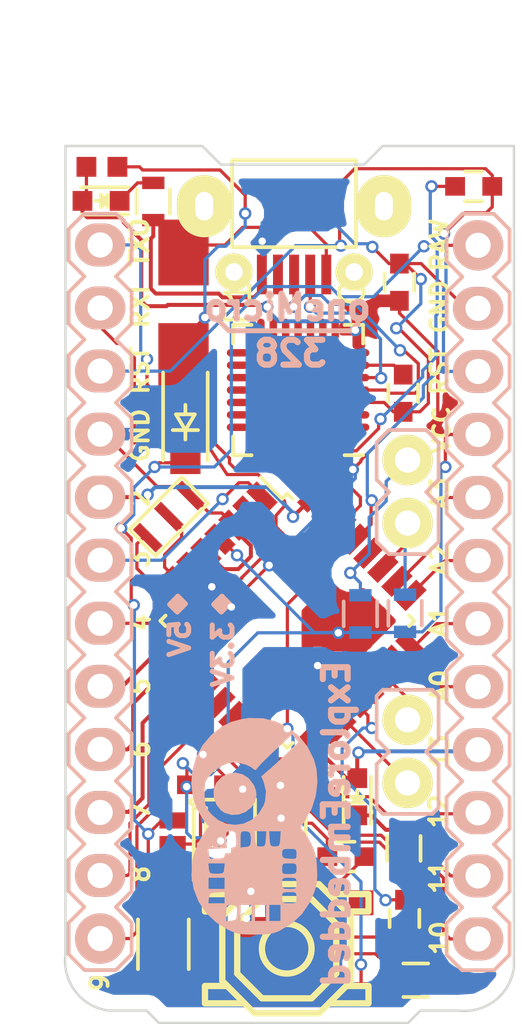
<source format=kicad_pcb>
(kicad_pcb (version 4) (host pcbnew 4.0.1-stable)

  (general
    (links 80)
    (no_connects 0)
    (area 151.582835 90.437499 169.800001 125.876201)
    (thickness 1.6)
    (drawings 68)
    (tracks 602)
    (zones 0)
    (modules 29)
    (nets 59)
  )

  (page A3)
  (layers
    (0 F.Cu signal)
    (31 B.Cu signal)
    (32 B.Adhes user)
    (33 F.Adhes user)
    (34 B.Paste user)
    (35 F.Paste user)
    (36 B.SilkS user)
    (37 F.SilkS user)
    (38 B.Mask user)
    (39 F.Mask user)
    (40 Dwgs.User user)
    (41 Cmts.User user)
    (42 Eco1.User user)
    (43 Eco2.User user)
    (44 Edge.Cuts user)
    (45 Margin user)
    (46 B.CrtYd user)
    (47 F.CrtYd user)
    (48 B.Fab user)
    (49 F.Fab user)
  )

  (setup
    (last_trace_width 0.254)
    (user_trace_width 0.13)
    (user_trace_width 0.161)
    (user_trace_width 0.381)
    (user_trace_width 0.4572)
    (user_trace_width 0.508)
    (user_trace_width 0.635)
    (user_trace_width 0.762)
    (user_trace_width 0.889)
    (trace_clearance 0.1)
    (zone_clearance 0.508)
    (zone_45_only no)
    (trace_min 0.13)
    (segment_width 0.2)
    (edge_width 0.1)
    (via_size 0.889)
    (via_drill 0.635)
    (via_min_size 0.5)
    (via_min_drill 0.3)
    (user_via 0.5 0.3)
    (user_via 0.91 0.5)
    (user_via 1.11 0.7)
    (user_via 1.41 1)
    (uvia_size 0.508)
    (uvia_drill 0.127)
    (uvias_allowed no)
    (uvia_min_size 0.508)
    (uvia_min_drill 0.127)
    (pcb_text_width 0.3)
    (pcb_text_size 1.5 1.5)
    (mod_edge_width 0.15)
    (mod_text_size 1 1)
    (mod_text_width 0.15)
    (pad_size 3 3)
    (pad_drill 2)
    (pad_to_mask_clearance 0)
    (aux_axis_origin 0 0)
    (visible_elements 7FFEFF7F)
    (pcbplotparams
      (layerselection 0x00010_00000000)
      (usegerberextensions true)
      (excludeedgelayer true)
      (linewidth 0.150000)
      (plotframeref false)
      (viasonmask false)
      (mode 1)
      (useauxorigin false)
      (hpglpennumber 1)
      (hpglpenspeed 20)
      (hpglpendiameter 15)
      (hpglpenoverlay 2)
      (psnegative false)
      (psa4output false)
      (plotreference true)
      (plotvalue true)
      (plotinvisibletext false)
      (padsonsilk false)
      (subtractmaskfromsilk true)
      (outputformat 1)
      (mirror false)
      (drillshape 0)
      (scaleselection 1)
      (outputdirectory ""))
  )

  (net 0 "")
  (net 1 VCC)
  (net 2 GND)
  (net 3 "Net-(C2-Pad1)")
  (net 4 "Net-(C4-Pad1)")
  (net 5 /RESET)
  (net 6 "Net-(C6-Pad2)")
  (net 7 /RAW)
  (net 8 /SCK)
  (net 9 "Net-(D3-Pad1)")
  (net 10 /RXD)
  (net 11 /TXD)
  (net 12 /D2)
  (net 13 /D3)
  (net 14 /D4)
  (net 15 "Net-(IC1-Pad8)")
  (net 16 /D5)
  (net 17 /D6)
  (net 18 /D7)
  (net 19 /D8)
  (net 20 /D9)
  (net 21 /D10)
  (net 22 /MOSI)
  (net 23 /MISO)
  (net 24 /A0)
  (net 25 /A1)
  (net 26 /A2)
  (net 27 /A3)
  (net 28 /SDA)
  (net 29 /SCL)
  (net 30 "Net-(IC2-Pad4)")
  (net 31 "Net-(U1-Pad1)")
  (net 32 "Net-(U1-Pad2)")
  (net 33 "Net-(CON1-Pad3)")
  (net 34 "Net-(CON1-Pad2)")
  (net 35 "Net-(U1-Pad9)")
  (net 36 "Net-(U1-Pad10)")
  (net 37 "Net-(U1-Pad11)")
  (net 38 "Net-(U1-Pad12)")
  (net 39 "Net-(U1-Pad13)")
  (net 40 "Net-(U1-Pad14)")
  (net 41 "Net-(U1-Pad15)")
  (net 42 "Net-(U1-Pad16)")
  (net 43 "Net-(U1-Pad17)")
  (net 44 "Net-(U1-Pad18)")
  (net 45 "Net-(U1-Pad20)")
  (net 46 "Net-(U1-Pad21)")
  (net 47 "Net-(U1-Pad22)")
  (net 48 "Net-(U1-Pad23)")
  (net 49 "Net-(U1-Pad24)")
  (net 50 "Net-(U1-Pad27)")
  (net 51 /VBUS)
  (net 52 "Net-(CON1-Pad4)")
  (net 53 "Net-(D4-Pad1)")
  (net 54 "Net-(IC1-Pad6)")
  (net 55 "Net-(IC1-Pad7)")
  (net 56 /A6)
  (net 57 /A7)
  (net 58 "Net-(D1-Pad1)")

  (net_class Default "This is the default net class."
    (clearance 0.1)
    (trace_width 0.254)
    (via_dia 0.889)
    (via_drill 0.635)
    (uvia_dia 0.508)
    (uvia_drill 0.127)
    (add_net /A0)
    (add_net /A1)
    (add_net /A2)
    (add_net /A3)
    (add_net /A6)
    (add_net /A7)
    (add_net /D10)
    (add_net /D2)
    (add_net /D3)
    (add_net /D4)
    (add_net /D5)
    (add_net /D6)
    (add_net /D7)
    (add_net /D8)
    (add_net /D9)
    (add_net /MISO)
    (add_net /MOSI)
    (add_net /RAW)
    (add_net /RESET)
    (add_net /RXD)
    (add_net /SCK)
    (add_net /SCL)
    (add_net /SDA)
    (add_net /TXD)
    (add_net /VBUS)
    (add_net GND)
    (add_net "Net-(C2-Pad1)")
    (add_net "Net-(C4-Pad1)")
    (add_net "Net-(C6-Pad2)")
    (add_net "Net-(CON1-Pad2)")
    (add_net "Net-(CON1-Pad3)")
    (add_net "Net-(CON1-Pad4)")
    (add_net "Net-(D1-Pad1)")
    (add_net "Net-(D3-Pad1)")
    (add_net "Net-(D4-Pad1)")
    (add_net "Net-(IC1-Pad6)")
    (add_net "Net-(IC1-Pad7)")
    (add_net "Net-(IC1-Pad8)")
    (add_net "Net-(IC2-Pad4)")
    (add_net "Net-(U1-Pad1)")
    (add_net "Net-(U1-Pad10)")
    (add_net "Net-(U1-Pad11)")
    (add_net "Net-(U1-Pad12)")
    (add_net "Net-(U1-Pad13)")
    (add_net "Net-(U1-Pad14)")
    (add_net "Net-(U1-Pad15)")
    (add_net "Net-(U1-Pad16)")
    (add_net "Net-(U1-Pad17)")
    (add_net "Net-(U1-Pad18)")
    (add_net "Net-(U1-Pad2)")
    (add_net "Net-(U1-Pad20)")
    (add_net "Net-(U1-Pad21)")
    (add_net "Net-(U1-Pad22)")
    (add_net "Net-(U1-Pad23)")
    (add_net "Net-(U1-Pad24)")
    (add_net "Net-(U1-Pad27)")
    (add_net "Net-(U1-Pad9)")
    (add_net VCC)
  )

  (module Pin_Headers:Pin_Header_Straight_1x02 (layer F.Cu) (tedit 57EA587D) (tstamp 57E911B0)
    (at 165.4556 116.1542 180)
    (descr "Through hole pin header")
    (tags "pin header")
    (path /57E95316)
    (fp_text reference P1 (at 0 -5.1 180) (layer F.SilkS) hide
      (effects (font (size 1 1) (thickness 0.15)))
    )
    (fp_text value CONN_01X02 (at 0 -3.1 180) (layer F.Fab)
      (effects (font (size 1 1) (thickness 0.15)))
    )
    (fp_line (start -1.25 -0.75) (end -1.25 0.75) (layer B.SilkS) (width 0.15))
    (fp_line (start -1.25 0.75) (end -0.75 1.25) (layer B.SilkS) (width 0.15))
    (fp_line (start -0.75 1.25) (end -1.25 1.75) (layer B.SilkS) (width 0.15))
    (fp_line (start -1.25 1.75) (end -1.25 3.5) (layer B.SilkS) (width 0.15))
    (fp_line (start -1.25 3.5) (end -1 3.75) (layer B.SilkS) (width 0.15))
    (fp_line (start -1 3.75) (end 0.75 3.75) (layer B.SilkS) (width 0.15))
    (fp_line (start 0.75 3.75) (end 1 3.75) (layer B.SilkS) (width 0.15))
    (fp_line (start 1 3.75) (end 1.25 3.5) (layer B.SilkS) (width 0.15))
    (fp_line (start 1.25 3.5) (end 1.25 1.75) (layer B.SilkS) (width 0.15))
    (fp_line (start 1.25 1.75) (end 0.75 1.25) (layer B.SilkS) (width 0.15))
    (fp_line (start 0.75 1.25) (end 1.25 0.75) (layer B.SilkS) (width 0.15))
    (fp_line (start 1.25 0.75) (end 1.25 -0.75) (layer B.SilkS) (width 0.15))
    (fp_line (start 1.25 -0.75) (end 1.25 -1) (layer B.SilkS) (width 0.15))
    (fp_line (start 1.25 -1) (end 1 -1.25) (layer B.SilkS) (width 0.15))
    (fp_line (start 1 -1.25) (end -1 -1.25) (layer B.SilkS) (width 0.15))
    (fp_line (start -1 -1.25) (end -1.25 -1) (layer B.SilkS) (width 0.15))
    (fp_line (start -1.25 -1) (end -1.25 -0.75) (layer B.SilkS) (width 0.15))
    (pad 1 thru_hole circle (at 0 0 180) (size 2.032 2.032) (drill 1.016) (layers *.Cu *.Mask F.SilkS)
      (net 56 /A6))
    (pad 2 thru_hole oval (at 0 2.54 180) (size 2.032 2.032) (drill 1.016) (layers *.Cu *.Mask F.SilkS)
      (net 57 /A7))
  )

  (module Diodes_SMD:SOD-123 (layer F.Cu) (tedit 57EA5756) (tstamp 57E6646C)
    (at 156.4894 101.6254 270)
    (descr SOD-123)
    (tags SOD-123)
    (path /57E60A59)
    (attr smd)
    (fp_text reference D4 (at 0 -2 270) (layer F.SilkS) hide
      (effects (font (size 1 1) (thickness 0.15)))
    )
    (fp_text value DIODE (at 0 2.1 270) (layer F.Fab)
      (effects (font (size 1 1) (thickness 0.15)))
    )
    (fp_line (start -0.3175 0) (end -0.6985 0) (layer F.SilkS) (width 0.15))
    (fp_line (start 0.6985 0) (end 0.3175 0) (layer F.SilkS) (width 0.15))
    (fp_line (start 0.3175 0) (end -0.3175 0.381) (layer F.SilkS) (width 0.15))
    (fp_line (start -0.3175 0.381) (end -0.3175 -0.381) (layer F.SilkS) (width 0.15))
    (fp_line (start -0.3175 -0.381) (end 0.3175 0) (layer F.SilkS) (width 0.15))
    (fp_line (start 0.3175 0.508) (end 0.3175 -0.508) (layer F.SilkS) (width 0.15))
    (fp_line (start -2.25 -1.05) (end 2.25 -1.05) (layer F.CrtYd) (width 0.05))
    (fp_line (start 2.25 -1.05) (end 2.25 1.05) (layer F.CrtYd) (width 0.05))
    (fp_line (start 2.25 1.05) (end -2.25 1.05) (layer F.CrtYd) (width 0.05))
    (fp_line (start -2.25 -1.05) (end -2.25 1.05) (layer F.CrtYd) (width 0.05))
    (fp_line (start -2 0.9) (end 1.54 0.9) (layer F.SilkS) (width 0.15))
    (fp_line (start -2 -0.9) (end 1.54 -0.9) (layer F.SilkS) (width 0.15))
    (pad 1 smd rect (at -1.635 0 270) (size 0.91 1.22) (layers F.Cu F.Paste F.Mask)
      (net 53 "Net-(D4-Pad1)"))
    (pad 2 smd rect (at 1.635 0 270) (size 0.91 1.22) (layers F.Cu F.Paste F.Mask)
      (net 7 /RAW))
  )

  (module Pin_Headers:Pin_Header_Straight_1x02 (layer F.Cu) (tedit 57E64688) (tstamp 57E514F1)
    (at 165.4556 105.6894 180)
    (descr "Through hole pin header")
    (tags "pin header")
    (path /57EA422F)
    (fp_text reference P3 (at 0 -5.1 180) (layer F.SilkS) hide
      (effects (font (size 1 1) (thickness 0.15)))
    )
    (fp_text value CONN_01X02 (at 0 -3.1 180) (layer F.Fab)
      (effects (font (size 1 1) (thickness 0.15)))
    )
    (fp_line (start -0.75 3.75) (end 0.5 3.75) (layer B.SilkS) (width 0.15))
    (fp_line (start 0.5 3.75) (end 0.75 3.75) (layer B.SilkS) (width 0.15))
    (fp_line (start 0.75 3.75) (end 1.25 3.25) (layer B.SilkS) (width 0.15))
    (fp_line (start 1.25 3.25) (end 1.25 1.75) (layer B.SilkS) (width 0.15))
    (fp_line (start 1.25 1.75) (end 0.75 1.25) (layer B.SilkS) (width 0.15))
    (fp_line (start 0.75 1.25) (end 1.25 0.75) (layer B.SilkS) (width 0.15))
    (fp_line (start 1.25 0.75) (end 1.25 -0.75) (layer B.SilkS) (width 0.15))
    (fp_line (start 1.25 -0.75) (end 0.75 -1.25) (layer B.SilkS) (width 0.15))
    (fp_line (start 0.75 -1.25) (end -0.75 -1.25) (layer B.SilkS) (width 0.15))
    (fp_line (start -0.75 -1.25) (end -1.25 -0.75) (layer B.SilkS) (width 0.15))
    (fp_line (start -1.25 0.75) (end -0.75 1.25) (layer B.SilkS) (width 0.15))
    (fp_line (start -0.75 1.25) (end -1.25 1.75) (layer B.SilkS) (width 0.15))
    (fp_line (start -1.25 1.75) (end -1.25 3.25) (layer B.SilkS) (width 0.15))
    (fp_line (start -1.25 3.25) (end -0.75 3.75) (layer B.SilkS) (width 0.15))
    (fp_line (start -1.25 -0.75) (end -1.25 0.75) (layer B.SilkS) (width 0.15))
    (pad 1 thru_hole circle (at 0 0 180) (size 2.032 2.032) (drill 1.016) (layers *.Cu *.Mask F.SilkS)
      (net 28 /SDA))
    (pad 2 thru_hole oval (at 0 2.54 180) (size 2.032 2.032) (drill 1.016) (layers *.Cu *.Mask F.SilkS)
      (net 29 /SCL))
  )

  (module Pin_Headers:Pin_Header_Straight_1x02 (layer F.Cu) (tedit 57EA4CD1) (tstamp 57EB6A08)
    (at 153.7462 91.3384 270)
    (descr "Through hole pin header")
    (tags "pin header")
    (path /57E5FBE4)
    (fp_text reference JP1 (at 1.2962 4.5214 360) (layer F.SilkS) hide
      (effects (font (size 1 1) (thickness 0.15)))
    )
    (fp_text value Jumper_NC_Small (at 0 -3.1 270) (layer F.Fab)
      (effects (font (size 1 1) (thickness 0.15)))
    )
    (pad 1 smd rect (at 0 0 270) (size 0.8 0.8) (layers F.Cu F.Paste F.Mask)
      (net 53 "Net-(D4-Pad1)"))
    (pad 2 smd rect (at 0 1.25 270) (size 0.8 0.8) (layers F.Cu F.Paste F.Mask)
      (net 1 VCC))
  )

  (module Housings_QFP:LQFP-32_7x7mm_Pitch0.8mm (layer F.Cu) (tedit 57E63A93) (tstamp 57E514C2)
    (at 160.6042 109.6264 315)
    (descr "LQFP32: plastic low profile quad flat package; 32 leads; body 7 x 7 x 1.4 mm (see NXP sot358-1_po.pdf and sot358-1_fr.pdf)")
    (tags "QFP 0.8")
    (path /57E687A3)
    (attr smd)
    (fp_text reference IC1 (at 0 -5.85 315) (layer F.SilkS) hide
      (effects (font (size 1 1) (thickness 0.15)))
    )
    (fp_text value ATMEGA328P-A (at 0 5.85 315) (layer F.Fab)
      (effects (font (size 1 1) (thickness 0.15)))
    )
    (fp_line (start -3.625 -3.625) (end -3.625 -3.325) (layer F.SilkS) (width 0.15))
    (fp_line (start 3.625 -3.625) (end 3.625 -3.325) (layer F.SilkS) (width 0.15))
    (fp_line (start 3.625 3.625) (end 3.625 3.325) (layer F.SilkS) (width 0.15))
    (fp_line (start -3.625 3.625) (end -3.625 3.325) (layer F.SilkS) (width 0.15))
    (fp_line (start -3.625 -3.625) (end -3.325 -3.625) (layer F.SilkS) (width 0.15))
    (fp_line (start -3.625 3.625) (end -3.325 3.625) (layer F.SilkS) (width 0.15))
    (fp_line (start 3.625 3.625) (end 3.325 3.625) (layer F.SilkS) (width 0.15))
    (fp_line (start 3.625 -3.625) (end 3.325 -3.625) (layer F.SilkS) (width 0.15))
    (fp_line (start -3.625 -3.325) (end -4.85 -3.325) (layer F.SilkS) (width 0.15))
    (pad 1 smd rect (at -4.25 -2.8 315) (size 1.2 0.6) (layers F.Cu F.Paste F.Mask)
      (net 13 /D3))
    (pad 2 smd rect (at -4.25 -2 315) (size 1.2 0.6) (layers F.Cu F.Paste F.Mask)
      (net 14 /D4))
    (pad 3 smd rect (at -4.25 -1.2 315) (size 1.2 0.6) (layers F.Cu F.Paste F.Mask)
      (net 2 GND))
    (pad 4 smd rect (at -4.25 -0.4 315) (size 1.2 0.6) (layers F.Cu F.Paste F.Mask)
      (net 1 VCC))
    (pad 5 smd rect (at -4.25 0.4 315) (size 1.2 0.6) (layers F.Cu F.Paste F.Mask)
      (net 2 GND))
    (pad 6 smd rect (at -4.25 1.2 315) (size 1.2 0.6) (layers F.Cu F.Paste F.Mask)
      (net 54 "Net-(IC1-Pad6)"))
    (pad 7 smd rect (at -4.25 2 315) (size 1.2 0.6) (layers F.Cu F.Paste F.Mask)
      (net 55 "Net-(IC1-Pad7)"))
    (pad 8 smd rect (at -4.25 2.8 315) (size 1.2 0.6) (layers F.Cu F.Paste F.Mask)
      (net 15 "Net-(IC1-Pad8)"))
    (pad 9 smd rect (at -2.8 4.25 45) (size 1.2 0.6) (layers F.Cu F.Paste F.Mask)
      (net 16 /D5))
    (pad 10 smd rect (at -2 4.25 45) (size 1.2 0.6) (layers F.Cu F.Paste F.Mask)
      (net 17 /D6))
    (pad 11 smd rect (at -1.2 4.25 45) (size 1.2 0.6) (layers F.Cu F.Paste F.Mask)
      (net 18 /D7))
    (pad 12 smd rect (at -0.4 4.25 45) (size 1.2 0.6) (layers F.Cu F.Paste F.Mask)
      (net 19 /D8))
    (pad 13 smd rect (at 0.4 4.25 45) (size 1.2 0.6) (layers F.Cu F.Paste F.Mask)
      (net 20 /D9))
    (pad 14 smd rect (at 1.2 4.25 45) (size 1.2 0.6) (layers F.Cu F.Paste F.Mask)
      (net 21 /D10))
    (pad 15 smd rect (at 2 4.25 45) (size 1.2 0.6) (layers F.Cu F.Paste F.Mask)
      (net 22 /MOSI))
    (pad 16 smd rect (at 2.8 4.25 45) (size 1.2 0.6) (layers F.Cu F.Paste F.Mask)
      (net 23 /MISO))
    (pad 17 smd rect (at 4.25 2.8 315) (size 1.2 0.6) (layers F.Cu F.Paste F.Mask)
      (net 8 /SCK))
    (pad 18 smd rect (at 4.25 2 315) (size 1.2 0.6) (layers F.Cu F.Paste F.Mask)
      (net 1 VCC))
    (pad 19 smd rect (at 4.25 1.2 315) (size 1.2 0.6) (layers F.Cu F.Paste F.Mask)
      (net 56 /A6))
    (pad 20 smd rect (at 4.25 0.4 315) (size 1.2 0.6) (layers F.Cu F.Paste F.Mask)
      (net 3 "Net-(C2-Pad1)"))
    (pad 21 smd rect (at 4.25 -0.4 315) (size 1.2 0.6) (layers F.Cu F.Paste F.Mask)
      (net 2 GND))
    (pad 22 smd rect (at 4.25 -1.2 315) (size 1.2 0.6) (layers F.Cu F.Paste F.Mask)
      (net 57 /A7))
    (pad 23 smd rect (at 4.25 -2 315) (size 1.2 0.6) (layers F.Cu F.Paste F.Mask)
      (net 24 /A0))
    (pad 24 smd rect (at 4.25 -2.8 315) (size 1.2 0.6) (layers F.Cu F.Paste F.Mask)
      (net 25 /A1))
    (pad 25 smd rect (at 2.8 -4.25 45) (size 1.2 0.6) (layers F.Cu F.Paste F.Mask)
      (net 26 /A2))
    (pad 26 smd rect (at 2 -4.25 45) (size 1.2 0.6) (layers F.Cu F.Paste F.Mask)
      (net 27 /A3))
    (pad 27 smd rect (at 1.2 -4.25 45) (size 1.2 0.6) (layers F.Cu F.Paste F.Mask)
      (net 28 /SDA))
    (pad 28 smd rect (at 0.4 -4.25 45) (size 1.2 0.6) (layers F.Cu F.Paste F.Mask)
      (net 29 /SCL))
    (pad 29 smd rect (at -0.4 -4.25 45) (size 1.2 0.6) (layers F.Cu F.Paste F.Mask)
      (net 5 /RESET))
    (pad 30 smd rect (at -1.2 -4.25 45) (size 1.2 0.6) (layers F.Cu F.Paste F.Mask)
      (net 10 /RXD))
    (pad 31 smd rect (at -2 -4.25 45) (size 1.2 0.6) (layers F.Cu F.Paste F.Mask)
      (net 11 /TXD))
    (pad 32 smd rect (at -2.8 -4.25 45) (size 1.2 0.6) (layers F.Cu F.Paste F.Mask)
      (net 12 /D2))
    (model Housings_QFP.3dshapes/LQFP-32_7x7mm_Pitch0.8mm.wrl
      (at (xyz 0 0 0))
      (scale (xyz 1 1 1))
      (rotate (xyz 0 0 0))
    )
  )

  (module Housings_DFN_QFN:QFN-28-1EP_5x5mm_Pitch0.5mm (layer F.Cu) (tedit 57E63A97) (tstamp 57E51585)
    (at 161.036 100.33 180)
    (descr "28-Lead Plastic Quad Flat, No Lead Package (MQ) - 5x5x0.9 mm Body [QFN or VQFN]; (see Microchip Packaging Specification 00000049BS.pdf)")
    (tags "QFN 0.5")
    (path /57E44FB5)
    (attr smd)
    (fp_text reference U1 (at -4.04 2.35 180) (layer F.SilkS) hide
      (effects (font (size 1 1) (thickness 0.15)))
    )
    (fp_text value CP2102 (at 0 3.875 180) (layer F.Fab)
      (effects (font (size 1 1) (thickness 0.15)))
    )
    (fp_line (start -3.15 -3.15) (end -3.15 3.15) (layer F.CrtYd) (width 0.05))
    (fp_line (start 3.15 -3.15) (end 3.15 3.15) (layer F.CrtYd) (width 0.05))
    (fp_line (start -3.15 -3.15) (end 3.15 -3.15) (layer F.CrtYd) (width 0.05))
    (fp_line (start -3.15 3.15) (end 3.15 3.15) (layer F.CrtYd) (width 0.05))
    (fp_line (start 2.625 -2.625) (end 2.625 -1.875) (layer F.SilkS) (width 0.15))
    (fp_line (start -2.625 2.625) (end -2.625 1.875) (layer F.SilkS) (width 0.15))
    (fp_line (start 2.625 2.625) (end 2.625 1.875) (layer F.SilkS) (width 0.15))
    (fp_line (start -2.625 -2.625) (end -1.875 -2.625) (layer F.SilkS) (width 0.15))
    (fp_line (start -2.625 2.625) (end -1.875 2.625) (layer F.SilkS) (width 0.15))
    (fp_line (start 2.625 2.625) (end 1.875 2.625) (layer F.SilkS) (width 0.15))
    (fp_line (start 2.625 -2.625) (end 1.875 -2.625) (layer F.SilkS) (width 0.15))
    (pad 1 smd oval (at -2.45 -1.5 180) (size 0.85 0.3) (layers F.Cu F.Paste F.Mask)
      (net 31 "Net-(U1-Pad1)"))
    (pad 2 smd oval (at -2.45 -1 180) (size 0.85 0.3) (layers F.Cu F.Paste F.Mask)
      (net 32 "Net-(U1-Pad2)"))
    (pad 3 smd oval (at -2.45 -0.5 180) (size 0.85 0.3) (layers F.Cu F.Paste F.Mask)
      (net 2 GND))
    (pad 4 smd oval (at -2.45 0 180) (size 0.85 0.3) (layers F.Cu F.Paste F.Mask)
      (net 33 "Net-(CON1-Pad3)"))
    (pad 5 smd oval (at -2.45 0.5 180) (size 0.85 0.3) (layers F.Cu F.Paste F.Mask)
      (net 34 "Net-(CON1-Pad2)"))
    (pad 6 smd oval (at -2.45 1 180) (size 0.85 0.3) (layers F.Cu F.Paste F.Mask)
      (net 4 "Net-(C4-Pad1)"))
    (pad 7 smd oval (at -2.45 1.5 180) (size 0.85 0.3) (layers F.Cu F.Paste F.Mask)
      (net 1 VCC))
    (pad 8 smd oval (at -1.5 2.45 270) (size 0.85 0.3) (layers F.Cu F.Paste F.Mask)
      (net 1 VCC))
    (pad 9 smd oval (at -1 2.45 270) (size 0.85 0.3) (layers F.Cu F.Paste F.Mask)
      (net 35 "Net-(U1-Pad9)"))
    (pad 10 smd oval (at -0.5 2.45 270) (size 0.85 0.3) (layers F.Cu F.Paste F.Mask)
      (net 36 "Net-(U1-Pad10)"))
    (pad 11 smd oval (at 0 2.45 270) (size 0.85 0.3) (layers F.Cu F.Paste F.Mask)
      (net 37 "Net-(U1-Pad11)"))
    (pad 12 smd oval (at 0.5 2.45 270) (size 0.85 0.3) (layers F.Cu F.Paste F.Mask)
      (net 38 "Net-(U1-Pad12)"))
    (pad 13 smd oval (at 1 2.45 270) (size 0.85 0.3) (layers F.Cu F.Paste F.Mask)
      (net 39 "Net-(U1-Pad13)"))
    (pad 14 smd oval (at 1.5 2.45 270) (size 0.85 0.3) (layers F.Cu F.Paste F.Mask)
      (net 40 "Net-(U1-Pad14)"))
    (pad 15 smd oval (at 2.45 1.5 180) (size 0.85 0.3) (layers F.Cu F.Paste F.Mask)
      (net 41 "Net-(U1-Pad15)"))
    (pad 16 smd oval (at 2.45 1 180) (size 0.85 0.3) (layers F.Cu F.Paste F.Mask)
      (net 42 "Net-(U1-Pad16)"))
    (pad 17 smd oval (at 2.45 0.5 180) (size 0.85 0.3) (layers F.Cu F.Paste F.Mask)
      (net 43 "Net-(U1-Pad17)"))
    (pad 18 smd oval (at 2.45 0 180) (size 0.85 0.3) (layers F.Cu F.Paste F.Mask)
      (net 44 "Net-(U1-Pad18)"))
    (pad 19 smd oval (at 2.45 -0.5 180) (size 0.85 0.3) (layers F.Cu F.Paste F.Mask))
    (pad 20 smd oval (at 2.45 -1 180) (size 0.85 0.3) (layers F.Cu F.Paste F.Mask)
      (net 45 "Net-(U1-Pad20)"))
    (pad 21 smd oval (at 2.45 -1.5 180) (size 0.85 0.3) (layers F.Cu F.Paste F.Mask)
      (net 46 "Net-(U1-Pad21)"))
    (pad 22 smd oval (at 1.5 -2.45 270) (size 0.85 0.3) (layers F.Cu F.Paste F.Mask)
      (net 47 "Net-(U1-Pad22)"))
    (pad 23 smd oval (at 1 -2.45 270) (size 0.85 0.3) (layers F.Cu F.Paste F.Mask)
      (net 48 "Net-(U1-Pad23)"))
    (pad 24 smd oval (at 0.5 -2.45 270) (size 0.85 0.3) (layers F.Cu F.Paste F.Mask)
      (net 49 "Net-(U1-Pad24)"))
    (pad 25 smd oval (at 0 -2.45 270) (size 0.85 0.3) (layers F.Cu F.Paste F.Mask)
      (net 11 /TXD))
    (pad 26 smd oval (at -0.5 -2.45 270) (size 0.85 0.3) (layers F.Cu F.Paste F.Mask)
      (net 10 /RXD))
    (pad 27 smd oval (at -1 -2.45 270) (size 0.85 0.3) (layers F.Cu F.Paste F.Mask)
      (net 50 "Net-(U1-Pad27)"))
    (pad 28 smd oval (at -1.5 -2.45 270) (size 0.85 0.3) (layers F.Cu F.Paste F.Mask)
      (net 6 "Net-(C6-Pad2)"))
    (pad 29 smd rect (at 0.8375 0.8375 180) (size 1.675 1.675) (layers F.Cu F.Paste F.Mask)
      (solder_paste_margin_ratio -0.2))
    (pad 29 smd rect (at 0.8375 -0.8375 180) (size 1.675 1.675) (layers F.Cu F.Paste F.Mask)
      (solder_paste_margin_ratio -0.2))
    (pad 29 smd rect (at -0.8375 0.8375 180) (size 1.675 1.675) (layers F.Cu F.Paste F.Mask)
      (solder_paste_margin_ratio -0.2))
    (pad 29 smd rect (at -0.8375 -0.8375 180) (size 1.675 1.675) (layers F.Cu F.Paste F.Mask)
      (solder_paste_margin_ratio -0.2))
    (model Housings_DFN_QFN.3dshapes/QFN-28-1EP_5x5mm_Pitch0.5mm.wrl
      (at (xyz 0 0 0))
      (scale (xyz 1 1 1))
      (rotate (xyz 0 0 0))
    )
  )

  (module LOGO:Logo_8 (layer B.Cu) (tedit 57E6459C) (tstamp 57E51529)
    (at 159.2326 117.7798 270)
    (path /57E44FAF)
    (fp_text reference P14 (at 0 0 270) (layer F.SilkS) hide
      (effects (font (size 0.381 0.381) (thickness 0.09525)))
    )
    (fp_text value CONN_01X01 (at 0 0 270) (layer B.SilkS) hide
      (effects (font (size 0.381 0.381) (thickness 0.127)) (justify mirror))
    )
    (fp_poly (pts (xy 4.48564 -0.0635) (xy 4.47802 -0.39116) (xy 4.46278 -0.62484) (xy 4.42722 -0.80518)
      (xy 4.37134 -0.97028) (xy 4.32816 -1.06426) (xy 4.02844 -1.56464) (xy 3.94462 -1.65354)
      (xy 3.94462 1.09728) (xy 3.61696 1.09728) (xy 3.42392 1.09474) (xy 3.32994 1.06934)
      (xy 3.29438 1.0033) (xy 3.2893 0.9144) (xy 3.30708 0.75184) (xy 3.37566 0.6731)
      (xy 3.52552 0.65532) (xy 3.64236 0.6604) (xy 3.81 0.68072) (xy 3.89128 0.73406)
      (xy 3.91922 0.8509) (xy 3.9243 0.889) (xy 3.94462 1.09728) (xy 3.94462 -1.65354)
      (xy 3.937 -1.6637) (xy 3.937 -1.09474) (xy 3.937 -0.87122) (xy 3.937 -0.64516)
      (xy 3.937 -0.51562) (xy 3.937 -0.28956) (xy 3.937 -0.0635) (xy 3.937 0.06604)
      (xy 3.937 0.28956) (xy 3.937 0.51562) (xy 3.61442 0.51562) (xy 3.2893 0.51562)
      (xy 3.2893 0.28956) (xy 3.2893 0.06604) (xy 3.61442 0.06604) (xy 3.937 0.06604)
      (xy 3.937 -0.0635) (xy 3.61442 -0.0635) (xy 3.2893 -0.0635) (xy 3.2893 -0.28956)
      (xy 3.2893 -0.51562) (xy 3.61442 -0.51562) (xy 3.937 -0.51562) (xy 3.937 -0.64516)
      (xy 3.61442 -0.64516) (xy 3.2893 -0.64516) (xy 3.2893 -0.87122) (xy 3.2893 -1.09474)
      (xy 3.61442 -1.09474) (xy 3.937 -1.09474) (xy 3.937 -1.6637) (xy 3.65506 -1.96342)
      (xy 3.2258 -2.25044) (xy 3.2258 -1.45288) (xy 3.2258 1.16078) (xy 3.2258 1.48844)
      (xy 3.2258 1.8161) (xy 3.01752 1.79578) (xy 2.89052 1.77546) (xy 2.82448 1.71958)
      (xy 2.79654 1.59512) (xy 2.78638 1.46812) (xy 2.7686 1.16078) (xy 2.9972 1.16078)
      (xy 3.2258 1.16078) (xy 3.2258 -1.45288) (xy 3.22072 -1.27254) (xy 3.1877 -1.18872)
      (xy 3.10134 -1.16078) (xy 2.99974 -1.16078) (xy 2.86004 -1.16586) (xy 2.79654 -1.2065)
      (xy 2.77622 -1.3208) (xy 2.77622 -1.45288) (xy 2.77876 -1.63068) (xy 2.81178 -1.71196)
      (xy 2.89814 -1.7399) (xy 2.99974 -1.74244) (xy 3.13944 -1.73482) (xy 3.20548 -1.69418)
      (xy 3.22326 -1.57988) (xy 3.2258 -1.45288) (xy 3.2258 -2.25044) (xy 3.19532 -2.2733)
      (xy 2.794 -2.4511) (xy 2.64668 -2.49428) (xy 2.64668 -1.45288) (xy 2.64668 1.16078)
      (xy 2.64668 1.48336) (xy 2.64668 1.80848) (xy 2.42062 1.80848) (xy 2.19456 1.80848)
      (xy 2.19456 1.48336) (xy 2.19456 1.16078) (xy 2.42062 1.16078) (xy 2.64668 1.16078)
      (xy 2.64668 -1.45288) (xy 2.63906 -1.27254) (xy 2.60604 -1.18872) (xy 2.51968 -1.16078)
      (xy 2.42062 -1.16078) (xy 2.28092 -1.16586) (xy 2.21488 -1.2065) (xy 2.19456 -1.3208)
      (xy 2.19456 -1.45288) (xy 2.19964 -1.63068) (xy 2.23266 -1.71196) (xy 2.31902 -1.7399)
      (xy 2.42062 -1.74244) (xy 2.55778 -1.73482) (xy 2.62382 -1.69418) (xy 2.64414 -1.57988)
      (xy 2.64668 -1.45288) (xy 2.64668 -2.49428) (xy 2.55778 -2.52476) (xy 2.34696 -2.5654)
      (xy 2.10058 -2.57556) (xy 2.04978 -2.57302) (xy 2.04978 -1.45288) (xy 2.0447 -1.27254)
      (xy 2.032 -1.2319) (xy 2.032 1.37414) (xy 2.032 1.48336) (xy 2.02692 1.6637)
      (xy 1.99136 1.7526) (xy 1.90246 1.78562) (xy 1.82372 1.79578) (xy 1.61544 1.8161)
      (xy 1.61544 1.48336) (xy 1.61544 1.15316) (xy 1.82372 1.17602) (xy 1.95326 1.1938)
      (xy 2.01168 1.24714) (xy 2.032 1.37414) (xy 2.032 -1.2319) (xy 2.01676 -1.18872)
      (xy 1.9304 -1.16078) (xy 1.83388 -1.16078) (xy 1.69672 -1.16586) (xy 1.63322 -1.20904)
      (xy 1.61544 -1.32334) (xy 1.61544 -1.45288) (xy 1.61798 -1.63068) (xy 1.651 -1.71196)
      (xy 1.73736 -1.7399) (xy 1.8288 -1.74244) (xy 1.96088 -1.73482) (xy 2.02438 -1.6891)
      (xy 2.0447 -1.5748) (xy 2.04978 -1.45288) (xy 2.04978 -2.57302) (xy 1.81864 -2.56794)
      (xy 1.4986 -2.54508) (xy 1.43764 -2.53238) (xy 1.43764 -1.58242) (xy 1.4351 -1.5494)
      (xy 1.4351 1.7272) (xy 1.39192 1.7653) (xy 1.26238 1.79324) (xy 1.24714 1.79324)
      (xy 1.03886 1.8161) (xy 1.02108 1.44272) (xy 1.00076 1.06934) (xy 0.96774 1.07188)
      (xy 0.96774 1.38684) (xy 0.96774 1.64592) (xy 0.93726 1.67894) (xy 0.90424 1.64592)
      (xy 0.93726 1.61544) (xy 0.96774 1.64592) (xy 0.96774 1.38684) (xy 0.93726 1.41986)
      (xy 0.90424 1.38684) (xy 0.93726 1.35382) (xy 0.96774 1.38684) (xy 0.96774 1.07188)
      (xy 0.66294 1.08966) (xy 0.46482 1.09728) (xy 0.36322 1.0795) (xy 0.32766 1.02108)
      (xy 0.32258 0.9144) (xy 0.33274 0.78994) (xy 0.38862 0.72898) (xy 0.52578 0.70358)
      (xy 0.5969 0.6985) (xy 0.80772 0.68834) (xy 0.91948 0.70358) (xy 0.96266 0.75692)
      (xy 0.96774 0.81026) (xy 0.99568 0.89154) (xy 1.016 0.89662) (xy 1.16586 0.9017)
      (xy 1.21666 0.98298) (xy 1.2065 1.03378) (xy 1.20904 1.13538) (xy 1.29794 1.16078)
      (xy 1.37922 1.18618) (xy 1.41224 1.28016) (xy 1.41986 1.41986) (xy 1.4224 1.59766)
      (xy 1.43256 1.71196) (xy 1.4351 1.7272) (xy 1.4351 -1.5494) (xy 1.43002 -1.45288)
      (xy 1.4097 -1.27254) (xy 1.36652 -1.18618) (xy 1.28016 -1.16078) (xy 1.2192 -1.16078)
      (xy 1.1049 -1.1684) (xy 1.05156 -1.2192) (xy 1.03378 -1.3462) (xy 1.03378 -1.45288)
      (xy 1.03632 -1.63068) (xy 1.06934 -1.71196) (xy 1.1557 -1.7399) (xy 1.24206 -1.74244)
      (xy 1.36906 -1.73482) (xy 1.42748 -1.69418) (xy 1.43764 -1.58242) (xy 1.43764 -2.53238)
      (xy 1.2573 -2.50444) (xy 1.03632 -2.43332) (xy 0.97536 -2.40284) (xy 0.97536 0.51562)
      (xy 0.65024 0.51562) (xy 0.4572 0.51308) (xy 0.36068 0.48768) (xy 0.32766 0.42164)
      (xy 0.32258 0.3302) (xy 0.34036 0.19812) (xy 0.41402 0.12954) (xy 0.56642 0.1016)
      (xy 0.7366 0.10414) (xy 0.87884 0.127) (xy 0.9398 0.20574) (xy 0.95504 0.31242)
      (xy 0.97536 0.51562) (xy 0.97536 -2.40284) (xy 0.93726 -2.3876) (xy 0.93726 -0.87122)
      (xy 0.93726 -0.28956) (xy 0.9271 -0.17272) (xy 0.87884 -0.11176) (xy 0.75438 -0.08636)
      (xy 0.62992 -0.0762) (xy 0.32258 -0.05588) (xy 0.32258 -0.28956) (xy 0.32258 -0.52324)
      (xy 0.62992 -0.50292) (xy 0.81534 -0.48514) (xy 0.90424 -0.44958) (xy 0.93218 -0.37084)
      (xy 0.93726 -0.28956) (xy 0.93726 -0.87122) (xy 0.9271 -0.75184) (xy 0.87884 -0.69342)
      (xy 0.75438 -0.66548) (xy 0.62992 -0.65532) (xy 0.32258 -0.63754) (xy 0.32258 -0.87122)
      (xy 0.32258 -1.10236) (xy 0.62992 -1.08458) (xy 0.81534 -1.0668) (xy 0.90424 -1.0287)
      (xy 0.93218 -0.94996) (xy 0.93726 -0.87122) (xy 0.93726 -2.3876) (xy 0.8255 -2.3368)
      (xy 0.59944 -2.21488) (xy 0.41148 -2.0955) (xy 0.29718 -2.00406) (xy 0.22606 -1.93802)
      (xy 0.16002 -1.92278) (xy 0.06604 -1.96342) (xy 0.06604 0.72898) (xy 0.02286 1.0795)
      (xy -0.12192 1.41224) (xy -0.3683 1.70434) (xy -0.50546 1.81356) (xy -0.65532 1.89992)
      (xy -0.81788 1.94818) (xy -1.03886 1.96596) (xy -1.19888 1.9685) (xy -1.45288 1.96342)
      (xy -1.6256 1.94056) (xy -1.76022 1.88214) (xy -1.89992 1.78054) (xy -1.91262 1.77038)
      (xy -2.13106 1.5494) (xy -2.30886 1.27508) (xy -2.42316 0.99568) (xy -2.4511 0.81026)
      (xy -2.42316 0.54864) (xy -2.35458 0.28956) (xy -2.25552 0.08636) (xy -2.2098 0.02794)
      (xy -2.14376 -0.05334) (xy -2.16916 -0.11938) (xy -2.26314 -0.19304) (xy -2.36474 -0.28448)
      (xy -2.53238 -0.44958) (xy -2.74066 -0.66294) (xy -2.96926 -0.90678) (xy -2.9972 -0.93726)
      (xy -3.57378 -1.56464) (xy -3.41884 -1.6891) (xy -3.2639 -1.8161) (xy -2.83972 -1.37668)
      (xy -2.61366 -1.13538) (xy -2.38506 -0.89154) (xy -2.19456 -0.67818) (xy -2.15138 -0.62738)
      (xy -1.88722 -0.32004) (xy -1.65608 -0.4191) (xy -1.28016 -0.508) (xy -0.89662 -0.47244)
      (xy -0.7239 -0.41656) (xy -0.38608 -0.21336) (xy -0.14224 0.06096) (xy 0.01016 0.381)
      (xy 0.06604 0.72898) (xy 0.06604 -1.96342) (xy 0.0635 -1.96596) (xy -0.1016 -2.07772)
      (xy -0.11684 -2.09296) (xy -0.58928 -2.35458) (xy -1.11252 -2.51968) (xy -1.65608 -2.58572)
      (xy -2.18694 -2.54762) (xy -2.58064 -2.4384) (xy -3.09372 -2.17932) (xy -3.52552 -1.83134)
      (xy -3.8608 -1.40716) (xy -4.09702 -0.92202) (xy -4.22656 -0.3937) (xy -4.23926 0.17018)
      (xy -4.19608 0.46482) (xy -4.08432 0.88392) (xy -3.9116 1.24206) (xy -3.6576 1.58242)
      (xy -3.54076 1.71196) (xy -3.13436 2.05486) (xy -2.66446 2.30632) (xy -2.15646 2.45364)
      (xy -1.63068 2.50444) (xy -1.10998 2.4511) (xy -0.61214 2.29616) (xy -0.16256 2.03708)
      (xy -0.06096 1.9558) (xy 0.127 1.79832) (xy 0.33782 1.9558) (xy 0.80264 2.24028)
      (xy 1.3208 2.42062) (xy 1.54178 2.4638) (xy 2.10312 2.49936) (xy 2.64414 2.41046)
      (xy 3.1496 2.21488) (xy 3.60172 1.91516) (xy 3.98526 1.51638) (xy 4.28244 1.03632)
      (xy 4.28498 1.03378) (xy 4.37642 0.83058) (xy 4.43484 0.6604) (xy 4.46786 0.48006)
      (xy 4.48056 0.254) (xy 4.48564 -0.0635) (xy 4.48564 -0.0635)) (layer B.SilkS) (width 0.00254))
    (fp_poly (pts (xy -0.33528 0.8763) (xy -0.35306 0.58166) (xy -0.45974 0.3048) (xy -0.64262 0.0762)
      (xy -0.88646 -0.0762) (xy -1.16078 -0.127) (xy -1.32842 -0.09906) (xy -1.52146 -0.02794)
      (xy -1.54178 -0.01524) (xy -1.80594 0.18288) (xy -1.97104 0.43434) (xy -2.03708 0.71882)
      (xy -2.00406 1.00838) (xy -1.8669 1.27508) (xy -1.63068 1.49352) (xy -1.60274 1.5113)
      (xy -1.32842 1.60528) (xy -1.03378 1.59512) (xy -0.75184 1.49352) (xy -0.5207 1.31064)
      (xy -0.42164 1.1684) (xy -0.33528 0.8763) (xy -0.33528 0.8763)) (layer B.SilkS) (width 0.00254))
  )

  (module Capacitors_SMD:C_0603 (layer F.Cu) (tedit 5415D631) (tstamp 57E51450)
    (at 165.1254 95.9866 90)
    (descr "Capacitor SMD 0603, reflow soldering, AVX (see smccp.pdf)")
    (tags "capacitor 0603")
    (path /57E438F4)
    (attr smd)
    (fp_text reference C1 (at 0 -1.9 90) (layer F.SilkS)
      (effects (font (size 1 1) (thickness 0.15)))
    )
    (fp_text value 0.1uF (at 0 1.9 90) (layer F.Fab)
      (effects (font (size 1 1) (thickness 0.15)))
    )
    (fp_line (start -1.45 -0.75) (end 1.45 -0.75) (layer F.CrtYd) (width 0.05))
    (fp_line (start -1.45 0.75) (end 1.45 0.75) (layer F.CrtYd) (width 0.05))
    (fp_line (start -1.45 -0.75) (end -1.45 0.75) (layer F.CrtYd) (width 0.05))
    (fp_line (start 1.45 -0.75) (end 1.45 0.75) (layer F.CrtYd) (width 0.05))
    (fp_line (start -0.35 -0.6) (end 0.35 -0.6) (layer F.SilkS) (width 0.15))
    (fp_line (start 0.35 0.6) (end -0.35 0.6) (layer F.SilkS) (width 0.15))
    (pad 1 smd rect (at -0.75 0 90) (size 0.8 0.75) (layers F.Cu F.Paste F.Mask)
      (net 1 VCC))
    (pad 2 smd rect (at 0.75 0 90) (size 0.8 0.75) (layers F.Cu F.Paste F.Mask)
      (net 2 GND))
    (model Capacitors_SMD.3dshapes/C_0603.wrl
      (at (xyz 0 0 0))
      (scale (xyz 1 1 1))
      (rotate (xyz 0 0 0))
    )
  )

  (module Capacitors_SMD:C_0603 (layer F.Cu) (tedit 57EA58C9) (tstamp 57E51456)
    (at 165.3286 121.6152 270)
    (descr "Capacitor SMD 0603, reflow soldering, AVX (see smccp.pdf)")
    (tags "capacitor 0603")
    (path /57E438F0)
    (attr smd)
    (fp_text reference C2 (at -2.598617 -0.017678 270) (layer F.SilkS) hide
      (effects (font (size 1 1) (thickness 0.15)))
    )
    (fp_text value 0.1uF (at 0 1.9 270) (layer F.Fab)
      (effects (font (size 1 1) (thickness 0.15)))
    )
    (fp_line (start -1.45 -0.75) (end 1.45 -0.75) (layer F.CrtYd) (width 0.05))
    (fp_line (start -1.45 0.75) (end 1.45 0.75) (layer F.CrtYd) (width 0.05))
    (fp_line (start -1.45 -0.75) (end -1.45 0.75) (layer F.CrtYd) (width 0.05))
    (fp_line (start 1.45 -0.75) (end 1.45 0.75) (layer F.CrtYd) (width 0.05))
    (fp_line (start -0.35 -0.6) (end 0.35 -0.6) (layer F.SilkS) (width 0.15))
    (fp_line (start 0.35 0.6) (end -0.35 0.6) (layer F.SilkS) (width 0.15))
    (pad 1 smd rect (at -0.75 0 270) (size 0.8 0.75) (layers F.Cu F.Paste F.Mask)
      (net 3 "Net-(C2-Pad1)"))
    (pad 2 smd rect (at 0.75 0 270) (size 0.8 0.75) (layers F.Cu F.Paste F.Mask)
      (net 2 GND))
    (model Capacitors_SMD.3dshapes/C_0603.wrl
      (at (xyz 0 0 0))
      (scale (xyz 1 1 1))
      (rotate (xyz 0 0 0))
    )
  )

  (module Capacitors_SMD:C_0603 (layer F.Cu) (tedit 57EA59A5) (tstamp 57E5145C)
    (at 162.9664 119.126)
    (descr "Capacitor SMD 0603, reflow soldering, AVX (see smccp.pdf)")
    (tags "capacitor 0603")
    (path /57E44FB3)
    (attr smd)
    (fp_text reference C3 (at 0 -1.9) (layer F.SilkS) hide
      (effects (font (size 1 1) (thickness 0.15)))
    )
    (fp_text value 0.1uF (at 0 1.9) (layer F.Fab)
      (effects (font (size 1 1) (thickness 0.15)))
    )
    (fp_line (start -1.45 -0.75) (end 1.45 -0.75) (layer F.CrtYd) (width 0.05))
    (fp_line (start -1.45 0.75) (end 1.45 0.75) (layer F.CrtYd) (width 0.05))
    (fp_line (start -1.45 -0.75) (end -1.45 0.75) (layer F.CrtYd) (width 0.05))
    (fp_line (start 1.45 -0.75) (end 1.45 0.75) (layer F.CrtYd) (width 0.05))
    (fp_line (start -0.35 -0.6) (end 0.35 -0.6) (layer F.SilkS) (width 0.15))
    (fp_line (start 0.35 0.6) (end -0.35 0.6) (layer F.SilkS) (width 0.15))
    (pad 1 smd rect (at -0.75 0) (size 0.8 0.75) (layers F.Cu F.Paste F.Mask)
      (net 2 GND))
    (pad 2 smd rect (at 0.75 0) (size 0.8 0.75) (layers F.Cu F.Paste F.Mask)
      (net 1 VCC))
    (model Capacitors_SMD.3dshapes/C_0603.wrl
      (at (xyz 0 0 0))
      (scale (xyz 1 1 1))
      (rotate (xyz 0 0 0))
    )
  )

  (module Capacitors_SMD:C_0603 (layer F.Cu) (tedit 57EAA0EB) (tstamp 57E51462)
    (at 165.2778 100.457 270)
    (descr "Capacitor SMD 0603, reflow soldering, AVX (see smccp.pdf)")
    (tags "capacitor 0603")
    (path /57E44FB1)
    (attr smd)
    (fp_text reference C4 (at 0 -1.9 270) (layer F.SilkS) hide
      (effects (font (size 1 1) (thickness 0.15)))
    )
    (fp_text value 0.1uF (at 0 1.9 270) (layer F.Fab)
      (effects (font (size 1 1) (thickness 0.15)))
    )
    (fp_line (start -1.45 -0.75) (end 1.45 -0.75) (layer F.CrtYd) (width 0.05))
    (fp_line (start -1.45 0.75) (end 1.45 0.75) (layer F.CrtYd) (width 0.05))
    (fp_line (start -1.45 -0.75) (end -1.45 0.75) (layer F.CrtYd) (width 0.05))
    (fp_line (start 1.45 -0.75) (end 1.45 0.75) (layer F.CrtYd) (width 0.05))
    (fp_line (start -0.35 -0.6) (end 0.35 -0.6) (layer F.SilkS) (width 0.15))
    (fp_line (start 0.35 0.6) (end -0.35 0.6) (layer F.SilkS) (width 0.15))
    (pad 1 smd rect (at -0.75 0 270) (size 0.8 0.75) (layers F.Cu F.Paste F.Mask)
      (net 4 "Net-(C4-Pad1)"))
    (pad 2 smd rect (at 0.75 0 270) (size 0.8 0.75) (layers F.Cu F.Paste F.Mask)
      (net 2 GND))
    (model Capacitors_SMD.3dshapes/C_0603.wrl
      (at (xyz 0 0 0))
      (scale (xyz 1 1 1))
      (rotate (xyz 0 0 0))
    )
  )

  (module Capacitors_SMD:C_0603 (layer F.Cu) (tedit 57EA5A12) (tstamp 57E5146E)
    (at 168.1226 92.1258 180)
    (descr "Capacitor SMD 0603, reflow soldering, AVX (see smccp.pdf)")
    (tags "capacitor 0603")
    (path /57E44FB7)
    (attr smd)
    (fp_text reference C6 (at 0 -1.9 180) (layer F.SilkS) hide
      (effects (font (size 1 1) (thickness 0.15)))
    )
    (fp_text value 0.1uF (at 0 1.9 180) (layer F.Fab)
      (effects (font (size 1 1) (thickness 0.15)))
    )
    (fp_line (start -1.45 -0.75) (end 1.45 -0.75) (layer F.CrtYd) (width 0.05))
    (fp_line (start -1.45 0.75) (end 1.45 0.75) (layer F.CrtYd) (width 0.05))
    (fp_line (start -1.45 -0.75) (end -1.45 0.75) (layer F.CrtYd) (width 0.05))
    (fp_line (start 1.45 -0.75) (end 1.45 0.75) (layer F.CrtYd) (width 0.05))
    (fp_line (start -0.35 -0.6) (end 0.35 -0.6) (layer F.SilkS) (width 0.15))
    (fp_line (start 0.35 0.6) (end -0.35 0.6) (layer F.SilkS) (width 0.15))
    (pad 1 smd rect (at -0.75 0 180) (size 0.8 0.75) (layers F.Cu F.Paste F.Mask)
      (net 5 /RESET))
    (pad 2 smd rect (at 0.75 0 180) (size 0.8 0.75) (layers F.Cu F.Paste F.Mask)
      (net 6 "Net-(C6-Pad2)"))
    (model Capacitors_SMD.3dshapes/C_0603.wrl
      (at (xyz 0 0 0))
      (scale (xyz 1 1 1))
      (rotate (xyz 0 0 0))
    )
  )

  (module Capacitors_SMD:C_1206 (layer F.Cu) (tedit 57EA5794) (tstamp 57E51474)
    (at 155.6004 122.6566 270)
    (descr "Capacitor SMD 1206, reflow soldering, AVX (see smccp.pdf)")
    (tags "capacitor 1206")
    (path /57E438E8)
    (attr smd)
    (fp_text reference C7 (at 0 -2.3 270) (layer F.SilkS) hide
      (effects (font (size 1 1) (thickness 0.15)))
    )
    (fp_text value 10uF (at 0 2.3 270) (layer F.Fab)
      (effects (font (size 1 1) (thickness 0.15)))
    )
    (fp_line (start -2.3 -1.15) (end 2.3 -1.15) (layer F.CrtYd) (width 0.05))
    (fp_line (start -2.3 1.15) (end 2.3 1.15) (layer F.CrtYd) (width 0.05))
    (fp_line (start -2.3 -1.15) (end -2.3 1.15) (layer F.CrtYd) (width 0.05))
    (fp_line (start 2.3 -1.15) (end 2.3 1.15) (layer F.CrtYd) (width 0.05))
    (fp_line (start 1 -1.025) (end -1 -1.025) (layer F.SilkS) (width 0.15))
    (fp_line (start -1 1.025) (end 1 1.025) (layer F.SilkS) (width 0.15))
    (pad 1 smd rect (at -1.5 0 270) (size 1 1.6) (layers F.Cu F.Paste F.Mask)
      (net 7 /RAW))
    (pad 2 smd rect (at 1.5 0 270) (size 1 1.6) (layers F.Cu F.Paste F.Mask)
      (net 2 GND))
    (model Capacitors_SMD.3dshapes/C_1206.wrl
      (at (xyz 0 0 0))
      (scale (xyz 1 1 1))
      (rotate (xyz 0 0 0))
    )
  )

  (module Capacitors_SMD:C_1206 (layer F.Cu) (tedit 57EA581D) (tstamp 57E5147A)
    (at 160.3248 117.8052 90)
    (descr "Capacitor SMD 1206, reflow soldering, AVX (see smccp.pdf)")
    (tags "capacitor 1206")
    (path /57E43908)
    (attr smd)
    (fp_text reference C8 (at 0 -2.3 90) (layer F.SilkS) hide
      (effects (font (size 1 1) (thickness 0.15)))
    )
    (fp_text value 10uF (at 0 2.3 90) (layer F.Fab)
      (effects (font (size 1 1) (thickness 0.15)))
    )
    (fp_line (start -2.3 -1.15) (end 2.3 -1.15) (layer F.CrtYd) (width 0.05))
    (fp_line (start -2.3 1.15) (end 2.3 1.15) (layer F.CrtYd) (width 0.05))
    (fp_line (start -2.3 -1.15) (end -2.3 1.15) (layer F.CrtYd) (width 0.05))
    (fp_line (start 2.3 -1.15) (end 2.3 1.15) (layer F.CrtYd) (width 0.05))
    (fp_line (start 1 -1.025) (end -1 -1.025) (layer F.SilkS) (width 0.15))
    (fp_line (start -1 1.025) (end 1 1.025) (layer F.SilkS) (width 0.15))
    (pad 1 smd rect (at -1.5 0 90) (size 1 1.6) (layers F.Cu F.Paste F.Mask)
      (net 1 VCC))
    (pad 2 smd rect (at 1.5 0 90) (size 1 1.6) (layers F.Cu F.Paste F.Mask)
      (net 2 GND))
    (model Capacitors_SMD.3dshapes/C_1206.wrl
      (at (xyz 0 0 0))
      (scale (xyz 1 1 1))
      (rotate (xyz 0 0 0))
    )
  )

  (module Capacitors_SMD:C_0603 (layer F.Cu) (tedit 57EA5849) (tstamp 57E51480)
    (at 157.3022 116.2304)
    (descr "Capacitor SMD 0603, reflow soldering, AVX (see smccp.pdf)")
    (tags "capacitor 0603")
    (path /57E43907)
    (attr smd)
    (fp_text reference C9 (at 0 -1.9) (layer F.SilkS) hide
      (effects (font (size 1 1) (thickness 0.15)))
    )
    (fp_text value 0.1uF (at 0 1.9) (layer F.Fab)
      (effects (font (size 1 1) (thickness 0.15)))
    )
    (fp_line (start -1.45 -0.75) (end 1.45 -0.75) (layer F.CrtYd) (width 0.05))
    (fp_line (start -1.45 0.75) (end 1.45 0.75) (layer F.CrtYd) (width 0.05))
    (fp_line (start -1.45 -0.75) (end -1.45 0.75) (layer F.CrtYd) (width 0.05))
    (fp_line (start 1.45 -0.75) (end 1.45 0.75) (layer F.CrtYd) (width 0.05))
    (fp_line (start -0.35 -0.6) (end 0.35 -0.6) (layer F.SilkS) (width 0.15))
    (fp_line (start 0.35 0.6) (end -0.35 0.6) (layer F.SilkS) (width 0.15))
    (pad 1 smd rect (at -0.75 0) (size 0.8 0.75) (layers F.Cu F.Paste F.Mask)
      (net 1 VCC))
    (pad 2 smd rect (at 0.75 0) (size 0.8 0.75) (layers F.Cu F.Paste F.Mask)
      (net 2 GND))
    (model Capacitors_SMD.3dshapes/C_0603.wrl
      (at (xyz 0 0 0))
      (scale (xyz 1 1 1))
      (rotate (xyz 0 0 0))
    )
  )

  (module LEDs:LED-0603 (layer F.Cu) (tedit 57E63AB8) (tstamp 57E51492)
    (at 163.4236 116.713 90)
    (descr "LED 0603 smd package")
    (tags "LED led 0603 SMD smd SMT smt smdled SMDLED smtled SMTLED")
    (path /57E3BD73)
    (attr smd)
    (fp_text reference D1 (at 0.075 0.05 90) (layer F.SilkS) hide
      (effects (font (size 1 1) (thickness 0.15)))
    )
    (fp_text value LED (at 0 1.5 90) (layer F.Fab)
      (effects (font (size 1 1) (thickness 0.15)))
    )
    (fp_line (start -1.1 0.55) (end 0.8 0.55) (layer F.SilkS) (width 0.15))
    (fp_line (start -1.1 -0.55) (end 0.8 -0.55) (layer F.SilkS) (width 0.15))
    (fp_line (start -0.2 0) (end 0.25 0) (layer F.SilkS) (width 0.15))
    (fp_line (start -0.25 -0.25) (end -0.25 0.25) (layer F.SilkS) (width 0.15))
    (fp_line (start -0.25 0) (end 0 -0.25) (layer F.SilkS) (width 0.15))
    (fp_line (start 0 -0.25) (end 0 0.25) (layer F.SilkS) (width 0.15))
    (fp_line (start 0 0.25) (end -0.25 0) (layer F.SilkS) (width 0.15))
    (fp_line (start 1.4 -0.75) (end 1.4 0.75) (layer F.CrtYd) (width 0.05))
    (fp_line (start 1.4 0.75) (end -1.4 0.75) (layer F.CrtYd) (width 0.05))
    (fp_line (start -1.4 0.75) (end -1.4 -0.75) (layer F.CrtYd) (width 0.05))
    (fp_line (start -1.4 -0.75) (end 1.4 -0.75) (layer F.CrtYd) (width 0.05))
    (pad 2 smd rect (at 0.7493 0 270) (size 0.79756 0.79756) (layers F.Cu F.Paste F.Mask)
      (net 8 /SCK))
    (pad 1 smd rect (at -0.7493 0 270) (size 0.79756 0.79756) (layers F.Cu F.Paste F.Mask)
      (net 58 "Net-(D1-Pad1)"))
    (model LEDs/led_0603.wrl
      (at (xyz 0 0 0))
      (scale (xyz 1 1 1))
      (rotate (xyz 0 0 0))
    )
  )

  (module LEDs:LED-0603 (layer F.Cu) (tedit 57E6399C) (tstamp 57E5149E)
    (at 153.0858 92.71 180)
    (descr "LED 0603 smd package")
    (tags "LED led 0603 SMD smd SMT smt smdled SMDLED smtled SMTLED")
    (path /57E438EA)
    (attr smd)
    (fp_text reference D3 (at 0.15 0.025 180) (layer F.SilkS) hide
      (effects (font (size 1 1) (thickness 0.15)))
    )
    (fp_text value "Power LED" (at 0 1.5 180) (layer F.Fab)
      (effects (font (size 1 1) (thickness 0.15)))
    )
    (fp_line (start -1.1 0.55) (end 0.8 0.55) (layer F.SilkS) (width 0.15))
    (fp_line (start -1.1 -0.55) (end 0.8 -0.55) (layer F.SilkS) (width 0.15))
    (fp_line (start -0.2 0) (end 0.25 0) (layer F.SilkS) (width 0.15))
    (fp_line (start -0.25 -0.25) (end -0.25 0.25) (layer F.SilkS) (width 0.15))
    (fp_line (start -0.25 0) (end 0 -0.25) (layer F.SilkS) (width 0.15))
    (fp_line (start 0 -0.25) (end 0 0.25) (layer F.SilkS) (width 0.15))
    (fp_line (start 0 0.25) (end -0.25 0) (layer F.SilkS) (width 0.15))
    (fp_line (start 1.4 -0.75) (end 1.4 0.75) (layer F.CrtYd) (width 0.05))
    (fp_line (start 1.4 0.75) (end -1.4 0.75) (layer F.CrtYd) (width 0.05))
    (fp_line (start -1.4 0.75) (end -1.4 -0.75) (layer F.CrtYd) (width 0.05))
    (fp_line (start -1.4 -0.75) (end 1.4 -0.75) (layer F.CrtYd) (width 0.05))
    (pad 2 smd rect (at 0.7493 0) (size 0.79756 0.79756) (layers F.Cu F.Paste F.Mask)
      (net 1 VCC))
    (pad 1 smd rect (at -0.7493 0) (size 0.79756 0.79756) (layers F.Cu F.Paste F.Mask)
      (net 9 "Net-(D3-Pad1)"))
    (model LEDs/led_0603.wrl
      (at (xyz 0 0 0))
      (scale (xyz 1 1 1))
      (rotate (xyz 0 0 0))
    )
  )

  (module TO_SOT_Packages_SMD:SOT-23-5 (layer F.Cu) (tedit 57EA4DF1) (tstamp 57E514CB)
    (at 157.0736 118.618)
    (descr "5-pin SOT23 package")
    (tags SOT-23-5)
    (path /57E43906)
    (attr smd)
    (fp_text reference IC2 (at -0.05 -2.55) (layer F.SilkS) hide
      (effects (font (size 1 1) (thickness 0.15)))
    )
    (fp_text value MIC5205 (at -0.05 2.35) (layer F.Fab)
      (effects (font (size 1 1) (thickness 0.15)))
    )
    (fp_line (start -1.8 -1.6) (end 1.8 -1.6) (layer F.CrtYd) (width 0.05))
    (fp_line (start 1.8 -1.6) (end 1.8 1.6) (layer F.CrtYd) (width 0.05))
    (fp_line (start 1.8 1.6) (end -1.8 1.6) (layer F.CrtYd) (width 0.05))
    (fp_line (start -1.8 1.6) (end -1.8 -1.6) (layer F.CrtYd) (width 0.05))
    (fp_circle (center -0.3 -1.7) (end -0.2 -1.7) (layer F.SilkS) (width 0.15))
    (fp_line (start 0.25 -1.45) (end -0.25 -1.45) (layer F.SilkS) (width 0.15))
    (fp_line (start 0.25 1.45) (end 0.25 -1.45) (layer F.SilkS) (width 0.15))
    (fp_line (start -0.25 1.45) (end 0.25 1.45) (layer F.SilkS) (width 0.15))
    (fp_line (start -0.25 -1.45) (end -0.25 1.45) (layer F.SilkS) (width 0.15))
    (pad 1 smd rect (at -1.1 -0.95) (size 1.06 0.65) (layers F.Cu F.Paste F.Mask)
      (net 7 /RAW))
    (pad 2 smd rect (at -1.1 0) (size 1.06 0.65) (layers F.Cu F.Paste F.Mask)
      (net 2 GND))
    (pad 3 smd rect (at -1.1 0.95) (size 1.06 0.65) (layers F.Cu F.Paste F.Mask)
      (net 7 /RAW))
    (pad 4 smd rect (at 1.1 0.95) (size 1.06 0.65) (layers F.Cu F.Paste F.Mask)
      (net 30 "Net-(IC2-Pad4)"))
    (pad 5 smd rect (at 1.1 -0.95) (size 1.06 0.65) (layers F.Cu F.Paste F.Mask)
      (net 1 VCC))
    (model TO_SOT_Packages_SMD.3dshapes/SOT-23-5.wrl
      (at (xyz 0 0 0))
      (scale (xyz 1 1 1))
      (rotate (xyz 0 0 0))
    )
  )

  (module Resistors_SMD:R_0603 (layer B.Cu) (tedit 57EA5A36) (tstamp 57E5152F)
    (at 163.5506 109.347 270)
    (descr "Resistor SMD 0603, reflow soldering, Vishay (see dcrcw.pdf)")
    (tags "resistor 0603")
    (path /57E438FD)
    (attr smd)
    (fp_text reference R1 (at 0 1.9 270) (layer B.SilkS) hide
      (effects (font (size 1 1) (thickness 0.15)) (justify mirror))
    )
    (fp_text value 330E (at 0 -1.9 270) (layer B.Fab)
      (effects (font (size 1 1) (thickness 0.15)) (justify mirror))
    )
    (fp_line (start -1.3 0.8) (end 1.3 0.8) (layer B.CrtYd) (width 0.05))
    (fp_line (start -1.3 -0.8) (end 1.3 -0.8) (layer B.CrtYd) (width 0.05))
    (fp_line (start -1.3 0.8) (end -1.3 -0.8) (layer B.CrtYd) (width 0.05))
    (fp_line (start 1.3 0.8) (end 1.3 -0.8) (layer B.CrtYd) (width 0.05))
    (fp_line (start 0.5 -0.675) (end -0.5 -0.675) (layer B.SilkS) (width 0.15))
    (fp_line (start -0.5 0.675) (end 0.5 0.675) (layer B.SilkS) (width 0.15))
    (pad 1 smd rect (at -0.75 0 270) (size 0.5 0.9) (layers B.Cu B.Paste B.Mask)
      (net 29 /SCL))
    (pad 2 smd rect (at 0.75 0 270) (size 0.5 0.9) (layers B.Cu B.Paste B.Mask)
      (net 1 VCC))
    (model Resistors_SMD.3dshapes/R_0603.wrl
      (at (xyz 0 0 0))
      (scale (xyz 1 1 1))
      (rotate (xyz 0 0 0))
    )
  )

  (module Resistors_SMD:R_0603 (layer B.Cu) (tedit 57EA5A3B) (tstamp 57E51535)
    (at 165.354 109.3216 270)
    (descr "Resistor SMD 0603, reflow soldering, Vishay (see dcrcw.pdf)")
    (tags "resistor 0603")
    (path /57E438FE)
    (attr smd)
    (fp_text reference R2 (at 0 1.9 270) (layer B.SilkS) hide
      (effects (font (size 1 1) (thickness 0.15)) (justify mirror))
    )
    (fp_text value 330E (at 0 -1.9 270) (layer B.Fab)
      (effects (font (size 1 1) (thickness 0.15)) (justify mirror))
    )
    (fp_line (start -1.3 0.8) (end 1.3 0.8) (layer B.CrtYd) (width 0.05))
    (fp_line (start -1.3 -0.8) (end 1.3 -0.8) (layer B.CrtYd) (width 0.05))
    (fp_line (start -1.3 0.8) (end -1.3 -0.8) (layer B.CrtYd) (width 0.05))
    (fp_line (start 1.3 0.8) (end 1.3 -0.8) (layer B.CrtYd) (width 0.05))
    (fp_line (start 0.5 -0.675) (end -0.5 -0.675) (layer B.SilkS) (width 0.15))
    (fp_line (start -0.5 0.675) (end 0.5 0.675) (layer B.SilkS) (width 0.15))
    (pad 1 smd rect (at -0.75 0 270) (size 0.5 0.9) (layers B.Cu B.Paste B.Mask)
      (net 28 /SDA))
    (pad 2 smd rect (at 0.75 0 270) (size 0.5 0.9) (layers B.Cu B.Paste B.Mask)
      (net 1 VCC))
    (model Resistors_SMD.3dshapes/R_0603.wrl
      (at (xyz 0 0 0))
      (scale (xyz 1 1 1))
      (rotate (xyz 0 0 0))
    )
  )

  (module Resistors_SMD:R_0603 (layer F.Cu) (tedit 57EA587A) (tstamp 57E5153B)
    (at 165.7858 124.1044 180)
    (descr "Resistor SMD 0603, reflow soldering, Vishay (see dcrcw.pdf)")
    (tags "resistor 0603")
    (path /57E438F6)
    (attr smd)
    (fp_text reference R3 (at 0 -1.9 180) (layer F.SilkS) hide
      (effects (font (size 1 1) (thickness 0.15)))
    )
    (fp_text value 10K (at 0 1.9 180) (layer F.Fab)
      (effects (font (size 1 1) (thickness 0.15)))
    )
    (fp_line (start -1.3 -0.8) (end 1.3 -0.8) (layer F.CrtYd) (width 0.05))
    (fp_line (start -1.3 0.8) (end 1.3 0.8) (layer F.CrtYd) (width 0.05))
    (fp_line (start -1.3 -0.8) (end -1.3 0.8) (layer F.CrtYd) (width 0.05))
    (fp_line (start 1.3 -0.8) (end 1.3 0.8) (layer F.CrtYd) (width 0.05))
    (fp_line (start 0.5 0.675) (end -0.5 0.675) (layer F.SilkS) (width 0.15))
    (fp_line (start -0.5 -0.675) (end 0.5 -0.675) (layer F.SilkS) (width 0.15))
    (pad 1 smd rect (at -0.75 0 180) (size 0.5 0.9) (layers F.Cu F.Paste F.Mask)
      (net 1 VCC))
    (pad 2 smd rect (at 0.75 0 180) (size 0.5 0.9) (layers F.Cu F.Paste F.Mask)
      (net 5 /RESET))
    (model Resistors_SMD.3dshapes/R_0603.wrl
      (at (xyz 0 0 0))
      (scale (xyz 1 1 1))
      (rotate (xyz 0 0 0))
    )
  )

  (module Resistors_SMD:R_0603 (layer F.Cu) (tedit 57E63ADC) (tstamp 57E51541)
    (at 165.3032 118.7958 90)
    (descr "Resistor SMD 0603, reflow soldering, Vishay (see dcrcw.pdf)")
    (tags "resistor 0603")
    (path /57E3BD62)
    (attr smd)
    (fp_text reference R4 (at 0.125 0.05 90) (layer F.SilkS) hide
      (effects (font (size 1 1) (thickness 0.15)))
    )
    (fp_text value 470E (at 0 1.9 90) (layer F.Fab)
      (effects (font (size 1 1) (thickness 0.15)))
    )
    (fp_line (start -1.3 -0.8) (end 1.3 -0.8) (layer F.CrtYd) (width 0.05))
    (fp_line (start -1.3 0.8) (end 1.3 0.8) (layer F.CrtYd) (width 0.05))
    (fp_line (start -1.3 -0.8) (end -1.3 0.8) (layer F.CrtYd) (width 0.05))
    (fp_line (start 1.3 -0.8) (end 1.3 0.8) (layer F.CrtYd) (width 0.05))
    (fp_line (start 0.5 0.675) (end -0.5 0.675) (layer F.SilkS) (width 0.15))
    (fp_line (start -0.5 -0.675) (end 0.5 -0.675) (layer F.SilkS) (width 0.15))
    (pad 1 smd rect (at -0.75 0 90) (size 0.5 0.9) (layers F.Cu F.Paste F.Mask)
      (net 2 GND))
    (pad 2 smd rect (at 0.75 0 90) (size 0.5 0.9) (layers F.Cu F.Paste F.Mask)
      (net 58 "Net-(D1-Pad1)"))
    (model Resistors_SMD.3dshapes/R_0603.wrl
      (at (xyz 0 0 0))
      (scale (xyz 1 1 1))
      (rotate (xyz 0 0 0))
    )
  )

  (module Resistors_SMD:R_0603 (layer F.Cu) (tedit 57E639A1) (tstamp 57E51559)
    (at 155.194 92.7354 270)
    (descr "Resistor SMD 0603, reflow soldering, Vishay (see dcrcw.pdf)")
    (tags "resistor 0603")
    (path /57E438EB)
    (attr smd)
    (fp_text reference R8 (at -0.025 0.025 270) (layer F.SilkS) hide
      (effects (font (size 1 1) (thickness 0.15)))
    )
    (fp_text value 1K (at 0 1.9 270) (layer F.Fab)
      (effects (font (size 1 1) (thickness 0.15)))
    )
    (fp_line (start -1.3 -0.8) (end 1.3 -0.8) (layer F.CrtYd) (width 0.05))
    (fp_line (start -1.3 0.8) (end 1.3 0.8) (layer F.CrtYd) (width 0.05))
    (fp_line (start -1.3 -0.8) (end -1.3 0.8) (layer F.CrtYd) (width 0.05))
    (fp_line (start 1.3 -0.8) (end 1.3 0.8) (layer F.CrtYd) (width 0.05))
    (fp_line (start 0.5 0.675) (end -0.5 0.675) (layer F.SilkS) (width 0.15))
    (fp_line (start -0.5 -0.675) (end 0.5 -0.675) (layer F.SilkS) (width 0.15))
    (pad 1 smd rect (at -0.75 0 270) (size 0.5 0.9) (layers F.Cu F.Paste F.Mask)
      (net 9 "Net-(D3-Pad1)"))
    (pad 2 smd rect (at 0.75 0 270) (size 0.5 0.9) (layers F.Cu F.Paste F.Mask)
      (net 2 GND))
    (model Resistors_SMD.3dshapes/R_0603.wrl
      (at (xyz 0 0 0))
      (scale (xyz 1 1 1))
      (rotate (xyz 0 0 0))
    )
  )

  (module switch:smd_push2 (layer F.Cu) (tedit 57EA4DF6) (tstamp 57E51561)
    (at 160.5788 122.8344)
    (descr "SMD Pushbutton 2")
    (path /57E438F7)
    (autoplace_cost180 10)
    (fp_text reference SW1 (at -3.94 0.12) (layer F.SilkS) hide
      (effects (font (size 0.635 0.762) (thickness 0.1524)))
    )
    (fp_text value RESET (at 0 3.59918) (layer F.SilkS) hide
      (effects (font (size 1.143 1.27) (thickness 0.1524)))
    )
    (fp_line (start 2.4003 -1.50114) (end 3.29946 -1.50114) (layer F.SilkS) (width 0.254))
    (fp_line (start 3.29946 -1.50114) (end 3.29946 -2.19964) (layer F.SilkS) (width 0.254))
    (fp_line (start 3.29946 -2.19964) (end 1.69926 -2.19964) (layer F.SilkS) (width 0.254))
    (fp_line (start 1.69926 2.19964) (end 3.29946 2.19964) (layer F.SilkS) (width 0.254))
    (fp_line (start 3.29946 2.19964) (end 3.29946 1.50114) (layer F.SilkS) (width 0.254))
    (fp_line (start 3.29946 1.50114) (end 2.4003 1.50114) (layer F.SilkS) (width 0.254))
    (fp_line (start -3.29946 1.50114) (end -3.29946 2.19964) (layer F.SilkS) (width 0.254))
    (fp_line (start -3.29946 2.19964) (end -1.69926 2.19964) (layer F.SilkS) (width 0.254))
    (fp_line (start -3.29946 1.50114) (end -2.4003 1.50114) (layer F.SilkS) (width 0.254))
    (fp_line (start -1.69926 -2.19964) (end -3.29946 -2.19964) (layer F.SilkS) (width 0.254))
    (fp_line (start -3.29946 -2.19964) (end -3.29946 -1.50114) (layer F.SilkS) (width 0.254))
    (fp_line (start -3.29946 -1.50114) (end -2.4003 -1.50114) (layer F.SilkS) (width 0.254))
    (fp_line (start -1.99898 1.00076) (end -1.00076 1.99898) (layer F.SilkS) (width 0.254))
    (fp_line (start -1.00076 1.99898) (end 1.00076 1.99898) (layer F.SilkS) (width 0.254))
    (fp_line (start 1.00076 1.99898) (end 1.99898 1.00076) (layer F.SilkS) (width 0.254))
    (fp_line (start 1.99898 1.00076) (end 1.99898 -1.00076) (layer F.SilkS) (width 0.254))
    (fp_line (start 1.99898 -1.00076) (end 1.00076 -1.99898) (layer F.SilkS) (width 0.254))
    (fp_line (start 1.00076 -1.99898) (end -1.00076 -1.99898) (layer F.SilkS) (width 0.254))
    (fp_line (start -1.00076 -1.99898) (end -1.99898 -1.00076) (layer F.SilkS) (width 0.254))
    (fp_line (start -1.99898 -1.00076) (end -1.99898 1.00076) (layer F.SilkS) (width 0.254))
    (fp_line (start -1.30048 2.60096) (end 1.30048 2.60096) (layer F.SilkS) (width 0.254))
    (fp_line (start -2.60096 -1.30048) (end -2.60096 1.30048) (layer F.SilkS) (width 0.254))
    (fp_line (start 1.30048 2.60096) (end 2.60096 1.30048) (layer F.SilkS) (width 0.254))
    (fp_line (start 2.60096 1.30048) (end 2.60096 -1.30048) (layer F.SilkS) (width 0.254))
    (fp_line (start 2.60096 -1.30048) (end 1.30048 -2.60096) (layer F.SilkS) (width 0.254))
    (fp_line (start 1.30048 -2.60096) (end -1.30048 -2.60096) (layer F.SilkS) (width 0.254))
    (fp_line (start -2.60096 1.30048) (end -1.30048 2.60096) (layer F.SilkS) (width 0.254))
    (fp_line (start -1.30048 -2.60096) (end -2.60096 -1.30048) (layer F.SilkS) (width 0.254))
    (fp_circle (center 0 0) (end -1.00076 0) (layer F.SilkS) (width 0.254))
    (pad 1 smd rect (at -2.99974 -1.84912) (size 1.00076 1.00076) (layers F.Cu F.Paste F.Mask)
      (net 2 GND))
    (pad 2 smd rect (at 2.99974 1.84912) (size 1.00076 1.00076) (layers F.Cu F.Paste F.Mask)
      (net 5 /RESET))
    (pad 3 smd rect (at -2.99974 1.84912) (size 1.00076 1.00076) (layers F.Cu F.Paste F.Mask))
    (pad 4 smd rect (at 2.99974 -1.84912) (size 1.00076 1.00076) (layers F.Cu F.Paste F.Mask))
    (model "Walter switch_3d/smd_push2.wrl"
      (at (xyz 0 0 0))
      (scale (xyz 1 1 1))
      (rotate (xyz 0 0 0))
    )
  )

  (module EE:USB_Micro-B_SMD_NEW_1 (layer F.Cu) (tedit 57E637FC) (tstamp 57EB69F7)
    (at 160.875 95.575 270)
    (descr "Micro USB Type B Receptacle")
    (tags "USB, micro, type B, receptacle")
    (path /57E44FB0)
    (fp_text reference CON1 (at -2.11 0.5 360) (layer F.SilkS) hide
      (effects (font (size 0.6 0.6) (thickness 0.15)))
    )
    (fp_text value USB-MINI-B (at -3 7.5 270) (layer F.SilkS) hide
      (effects (font (size 1 1) (thickness 0.15)))
    )
    (fp_line (start -4.5 2.5) (end -4.5 -2.5) (layer F.SilkS) (width 0.15))
    (fp_line (start -4.5 -2.5) (end -1 -2.5) (layer F.SilkS) (width 0.15))
    (fp_line (start -1 -2.5) (end -1 2) (layer F.SilkS) (width 0.15))
    (fp_line (start -1 2) (end -1 2.5) (layer F.SilkS) (width 0.15))
    (fp_line (start -1 2.5) (end -4.5 2.5) (layer F.SilkS) (width 0.15))
    (pad 1 smd rect (at 0.1 -1.3 270) (size 1.6 0.4) (layers F.Cu F.Paste F.Mask)
      (net 51 /VBUS))
    (pad 2 smd rect (at 0.1 -0.65 270) (size 1.6 0.4) (layers F.Cu F.Paste F.Mask)
      (net 34 "Net-(CON1-Pad2)"))
    (pad 3 smd rect (at 0.1 0 270) (size 1.6 0.4) (layers F.Cu F.Paste F.Mask)
      (net 33 "Net-(CON1-Pad3)"))
    (pad 4 smd rect (at 0.1 0.65 270) (size 1.6 0.4) (layers F.Cu F.Paste F.Mask)
      (net 52 "Net-(CON1-Pad4)"))
    (pad 5 smd rect (at 0.1 1.3 270) (size 1.6 0.4) (layers F.Cu F.Paste F.Mask)
      (net 2 GND))
    (pad "" thru_hole circle (at 0 -2.425 270) (size 1.5 1.5) (drill 0.71) (layers *.Cu *.Mask F.SilkS))
    (pad "" thru_hole oval (at -2.65 -3.625 270) (size 2.5 2.2) (drill oval 1.15 0.72) (layers *.Cu *.Mask F.SilkS))
    (pad "" thru_hole circle (at 0 2.425 270) (size 1.5 1.5) (drill 0.71) (layers *.Cu *.Mask F.SilkS))
    (pad "" thru_hole oval (at -2.65 3.625 270) (size 2.5 2.2) (drill oval 1.15 0.72) (layers *.Cu *.Mask F.SilkS))
    (model micro-usb-female-type-b-connector-smd-1.snapshot.3/AB2_USB_MICRO_SMD.wrl
      (at (xyz -0.25 0 0))
      (scale (xyz 0.5 0.5 0.5))
      (rotate (xyz 0 0 90))
    )
  )

  (module EE:resonator_smd (layer F.Cu) (tedit 57E63A8B) (tstamp 57EE190F)
    (at 156.845 106.4514 45)
    (path /57E626AF)
    (fp_text reference X1 (at 0 0.5 45) (layer F.SilkS) hide
      (effects (font (size 1 1) (thickness 0.15)))
    )
    (fp_text value 16MHz (at 0 1.524 45) (layer F.Fab)
      (effects (font (size 1 1) (thickness 0.15)))
    )
    (fp_line (start -1.4 -2.2) (end 1.5 -2.2) (layer F.SilkS) (width 0.15))
    (fp_line (start 1.5 -2.2) (end 1.5 -0.7) (layer F.SilkS) (width 0.15))
    (fp_line (start 1.5 -0.7) (end -1.5 -0.7) (layer F.SilkS) (width 0.15))
    (fp_line (start -1.5 -0.7) (end -1.5 -2.2) (layer F.SilkS) (width 0.15))
    (fp_line (start -1.5 -2.2) (end -1.4 -2.2) (layer F.SilkS) (width 0.15))
    (pad 1 smd rect (at -1.2 -1.45 45) (size 0.4 1.3) (layers F.Cu F.Paste F.Mask)
      (net 15 "Net-(IC1-Pad8)"))
    (pad 2 smd rect (at 0 -1.45 45) (size 0.4 1.3) (layers F.Cu F.Paste F.Mask)
      (net 55 "Net-(IC1-Pad7)"))
    (pad 3 smd rect (at 1.2 -1.45 45) (size 0.4 1.3) (layers F.Cu F.Paste F.Mask)
      (net 2 GND))
  )

  (module EE:Pin_Header_Straight_1x20_New (layer B.Cu) (tedit 57E637EA) (tstamp 57EF75E6)
    (at 153.05 122.425)
    (descr "Through hole pin header")
    (tags "pin header")
    (path /57E43900)
    (fp_text reference P2 (at 1.45 1.925) (layer B.SilkS) hide
      (effects (font (size 1 1) (thickness 0.15)) (justify mirror))
    )
    (fp_text value CONN_01X12 (at 3.86 -0.94) (layer B.Fab) hide
      (effects (font (size 1 1) (thickness 0.15)) (justify mirror))
    )
    (fp_line (start -0.6 -29.2) (end 0.6 -29.2) (layer B.SilkS) (width 0.15))
    (fp_line (start -0.635 -1.27) (end -1.27 -0.635) (layer B.SilkS) (width 0.15))
    (fp_line (start -1.27 -0.635) (end -1.27 0.635) (layer B.SilkS) (width 0.15))
    (fp_line (start -1.27 0.635) (end -0.635 1.27) (layer B.SilkS) (width 0.15))
    (fp_line (start -0.635 1.27) (end 0.635 1.27) (layer B.SilkS) (width 0.15))
    (fp_line (start 0.635 1.27) (end 1.27 0.635) (layer B.SilkS) (width 0.15))
    (fp_line (start 1.27 0.635) (end 1.27 -0.635) (layer B.SilkS) (width 0.15))
    (fp_line (start 1.27 -0.635) (end 0.635 -1.27) (layer B.SilkS) (width 0.15))
    (fp_line (start 0.635 -29.21) (end 1.27 -28.575) (layer B.SilkS) (width 0.15))
    (fp_line (start 1.27 -28.575) (end 1.27 -27.305) (layer B.SilkS) (width 0.15))
    (fp_line (start 1.27 -27.305) (end 0.635 -26.67) (layer B.SilkS) (width 0.15))
    (fp_line (start 0.635 -26.67) (end 1.27 -26.035) (layer B.SilkS) (width 0.15))
    (fp_line (start 1.27 -26.035) (end 1.27 -24.765) (layer B.SilkS) (width 0.15))
    (fp_line (start 1.27 -24.765) (end 0.635 -24.13) (layer B.SilkS) (width 0.15))
    (fp_line (start 0.635 -24.13) (end 1.27 -23.495) (layer B.SilkS) (width 0.15))
    (fp_line (start 1.27 -23.495) (end 1.27 -22.225) (layer B.SilkS) (width 0.15))
    (fp_line (start 1.27 -22.225) (end 0.635 -21.59) (layer B.SilkS) (width 0.15))
    (fp_line (start 0.635 -21.59) (end 1.27 -20.955) (layer B.SilkS) (width 0.15))
    (fp_line (start 1.27 -20.955) (end 1.27 -19.685) (layer B.SilkS) (width 0.15))
    (fp_line (start 1.27 -19.685) (end 0.635 -19.05) (layer B.SilkS) (width 0.15))
    (fp_line (start 0.635 -19.05) (end 1.27 -18.415) (layer B.SilkS) (width 0.15))
    (fp_line (start 1.27 -18.415) (end 1.27 -17.145) (layer B.SilkS) (width 0.15))
    (fp_line (start 1.27 -17.145) (end 0.635 -16.51) (layer B.SilkS) (width 0.15))
    (fp_line (start 0.635 -16.51) (end 1.27 -15.875) (layer B.SilkS) (width 0.15))
    (fp_line (start 1.27 -15.875) (end 1.27 -14.605) (layer B.SilkS) (width 0.15))
    (fp_line (start 1.27 -14.605) (end 0.635 -13.97) (layer B.SilkS) (width 0.15))
    (fp_line (start 0.635 -13.97) (end 1.27 -13.335) (layer B.SilkS) (width 0.15))
    (fp_line (start 1.27 -13.335) (end 1.27 -12.065) (layer B.SilkS) (width 0.15))
    (fp_line (start 1.27 -12.065) (end 0.635 -11.43) (layer B.SilkS) (width 0.15))
    (fp_line (start 0.635 -11.43) (end 1.27 -10.795) (layer B.SilkS) (width 0.15))
    (fp_line (start 1.27 -10.795) (end 1.27 -9.525) (layer B.SilkS) (width 0.15))
    (fp_line (start 1.27 -9.525) (end 0.635 -8.89) (layer B.SilkS) (width 0.15))
    (fp_line (start 0.635 -8.89) (end 1.27 -8.255) (layer B.SilkS) (width 0.15))
    (fp_line (start 1.27 -8.255) (end 1.27 -6.985) (layer B.SilkS) (width 0.15))
    (fp_line (start 1.27 -6.985) (end 0.635 -6.35) (layer B.SilkS) (width 0.15))
    (fp_line (start 0.635 -6.35) (end 1.27 -5.715) (layer B.SilkS) (width 0.15))
    (fp_line (start 1.27 -5.715) (end 1.27 -4.445) (layer B.SilkS) (width 0.15))
    (fp_line (start 1.27 -4.445) (end 0.635 -3.81) (layer B.SilkS) (width 0.15))
    (fp_line (start 0.635 -3.81) (end 1.27 -3.175) (layer B.SilkS) (width 0.15))
    (fp_line (start 1.27 -3.175) (end 1.27 -1.905) (layer B.SilkS) (width 0.15))
    (fp_line (start 1.27 -1.905) (end 0.635 -1.27) (layer B.SilkS) (width 0.15))
    (fp_line (start -0.635 -1.27) (end -1.27 -1.905) (layer B.SilkS) (width 0.15))
    (fp_line (start -1.27 -1.905) (end -1.27 -3.175) (layer B.SilkS) (width 0.15))
    (fp_line (start -1.27 -3.175) (end -0.635 -3.81) (layer B.SilkS) (width 0.15))
    (fp_line (start -0.635 -3.81) (end -1.27 -4.445) (layer B.SilkS) (width 0.15))
    (fp_line (start -1.27 -4.445) (end -1.27 -5.715) (layer B.SilkS) (width 0.15))
    (fp_line (start -1.27 -5.715) (end -0.635 -6.35) (layer B.SilkS) (width 0.15))
    (fp_line (start -0.635 -6.35) (end -1.27 -6.985) (layer B.SilkS) (width 0.15))
    (fp_line (start -1.27 -6.985) (end -1.27 -8.255) (layer B.SilkS) (width 0.15))
    (fp_line (start -1.27 -8.255) (end -0.635 -8.89) (layer B.SilkS) (width 0.15))
    (fp_line (start -0.635 -8.89) (end -1.27 -9.525) (layer B.SilkS) (width 0.15))
    (fp_line (start -1.27 -9.525) (end -1.27 -10.795) (layer B.SilkS) (width 0.15))
    (fp_line (start -1.27 -10.795) (end -0.635 -11.43) (layer B.SilkS) (width 0.15))
    (fp_line (start -0.635 -11.43) (end -1.27 -12.065) (layer B.SilkS) (width 0.15))
    (fp_line (start -1.27 -12.065) (end -1.27 -13.335) (layer B.SilkS) (width 0.15))
    (fp_line (start -1.27 -13.335) (end -0.635 -13.97) (layer B.SilkS) (width 0.15))
    (fp_line (start -0.635 -13.97) (end -1.27 -14.605) (layer B.SilkS) (width 0.15))
    (fp_line (start -1.27 -14.605) (end -1.27 -15.875) (layer B.SilkS) (width 0.15))
    (fp_line (start -1.27 -15.875) (end -0.635 -16.51) (layer B.SilkS) (width 0.15))
    (fp_line (start -0.635 -16.51) (end -1.27 -17.145) (layer B.SilkS) (width 0.15))
    (fp_line (start -1.27 -17.145) (end -1.27 -18.415) (layer B.SilkS) (width 0.15))
    (fp_line (start -1.27 -18.415) (end -0.635 -19.05) (layer B.SilkS) (width 0.15))
    (fp_line (start -0.635 -19.05) (end -1.27 -19.685) (layer B.SilkS) (width 0.15))
    (fp_line (start -1.27 -19.685) (end -1.27 -20.955) (layer B.SilkS) (width 0.15))
    (fp_line (start -1.27 -20.955) (end -0.635 -21.59) (layer B.SilkS) (width 0.15))
    (fp_line (start -0.635 -21.59) (end -1.27 -22.225) (layer B.SilkS) (width 0.15))
    (fp_line (start -1.27 -22.225) (end -1.27 -23.495) (layer B.SilkS) (width 0.15))
    (fp_line (start -1.27 -23.495) (end -0.635 -24.13) (layer B.SilkS) (width 0.15))
    (fp_line (start -0.635 -24.13) (end -1.27 -24.765) (layer B.SilkS) (width 0.15))
    (fp_line (start -1.27 -24.765) (end -1.27 -26.035) (layer B.SilkS) (width 0.15))
    (fp_line (start -1.27 -26.035) (end -0.635 -26.67) (layer B.SilkS) (width 0.15))
    (fp_line (start -0.635 -26.67) (end -1.27 -27.305) (layer B.SilkS) (width 0.15))
    (fp_line (start -1.27 -27.305) (end -1.27 -28.575) (layer B.SilkS) (width 0.15))
    (fp_line (start -1.27 -28.575) (end -0.635 -29.21) (layer B.SilkS) (width 0.15))
    (pad 1 thru_hole circle (at 0 0) (size 2.032 2.032) (drill 1.016) (layers *.Cu *.Mask B.SilkS)
      (net 20 /D9))
    (pad 2 thru_hole oval (at 0 -2.54) (size 2.032 1.7272) (drill 1.016) (layers *.Cu *.Mask B.SilkS)
      (net 19 /D8))
    (pad 3 thru_hole oval (at 0 -5.08) (size 2.032 1.7272) (drill 1.016) (layers *.Cu *.Mask B.SilkS)
      (net 18 /D7))
    (pad 4 thru_hole oval (at 0 -7.62) (size 2.032 1.7272) (drill 1.016) (layers *.Cu *.Mask B.SilkS)
      (net 17 /D6))
    (pad 5 thru_hole oval (at 0 -10.16) (size 2.032 1.7272) (drill 1.016) (layers *.Cu *.Mask B.SilkS)
      (net 16 /D5))
    (pad 6 thru_hole oval (at 0 -12.7) (size 2.032 1.7272) (drill 1.016) (layers *.Cu *.Mask B.SilkS)
      (net 14 /D4))
    (pad 7 thru_hole oval (at 0 -15.24) (size 2.032 1.7272) (drill 1.016) (layers *.Cu *.Mask B.SilkS)
      (net 13 /D3))
    (pad 8 thru_hole oval (at 0 -17.78) (size 2.032 1.7272) (drill 1.016) (layers *.Cu *.Mask B.SilkS)
      (net 12 /D2))
    (pad 9 thru_hole oval (at 0 -20.32) (size 2.032 1.7272) (drill 1.016) (layers *.Cu *.Mask B.SilkS)
      (net 2 GND))
    (pad 10 thru_hole oval (at 0 -22.86) (size 2.032 1.7272) (drill 1.016) (layers *.Cu *.Mask B.SilkS)
      (net 5 /RESET))
    (pad 11 thru_hole oval (at 0 -25.4) (size 2.032 1.7272) (drill 1.016) (layers *.Cu *.Mask B.SilkS)
      (net 10 /RXD))
    (pad 12 thru_hole oval (at 0 -27.94) (size 2.032 1.7272) (drill 1.016) (layers *.Cu *.Mask B.SilkS)
      (net 11 /TXD))
  )

  (module EE:Pin_Header_Straight_1x20_New locked (layer B.Cu) (tedit 57E637F4) (tstamp 57EF763F)
    (at 168.3 94.5 180)
    (descr "Through hole pin header")
    (tags "pin header")
    (path /57E43901)
    (fp_text reference P5 (at 0.325 2.05 180) (layer B.SilkS) hide
      (effects (font (size 1 1) (thickness 0.15)) (justify mirror))
    )
    (fp_text value CONN_01X12 (at 3.86 -0.94 180) (layer B.Fab) hide
      (effects (font (size 1 1) (thickness 0.15)) (justify mirror))
    )
    (fp_line (start -0.6 -29.2) (end 0.6 -29.2) (layer B.SilkS) (width 0.15))
    (fp_line (start -0.635 -1.27) (end -1.27 -0.635) (layer B.SilkS) (width 0.15))
    (fp_line (start -1.27 -0.635) (end -1.27 0.635) (layer B.SilkS) (width 0.15))
    (fp_line (start -1.27 0.635) (end -0.635 1.27) (layer B.SilkS) (width 0.15))
    (fp_line (start -0.635 1.27) (end 0.635 1.27) (layer B.SilkS) (width 0.15))
    (fp_line (start 0.635 1.27) (end 1.27 0.635) (layer B.SilkS) (width 0.15))
    (fp_line (start 1.27 0.635) (end 1.27 -0.635) (layer B.SilkS) (width 0.15))
    (fp_line (start 1.27 -0.635) (end 0.635 -1.27) (layer B.SilkS) (width 0.15))
    (fp_line (start 0.635 -29.21) (end 1.27 -28.575) (layer B.SilkS) (width 0.15))
    (fp_line (start 1.27 -28.575) (end 1.27 -27.305) (layer B.SilkS) (width 0.15))
    (fp_line (start 1.27 -27.305) (end 0.635 -26.67) (layer B.SilkS) (width 0.15))
    (fp_line (start 0.635 -26.67) (end 1.27 -26.035) (layer B.SilkS) (width 0.15))
    (fp_line (start 1.27 -26.035) (end 1.27 -24.765) (layer B.SilkS) (width 0.15))
    (fp_line (start 1.27 -24.765) (end 0.635 -24.13) (layer B.SilkS) (width 0.15))
    (fp_line (start 0.635 -24.13) (end 1.27 -23.495) (layer B.SilkS) (width 0.15))
    (fp_line (start 1.27 -23.495) (end 1.27 -22.225) (layer B.SilkS) (width 0.15))
    (fp_line (start 1.27 -22.225) (end 0.635 -21.59) (layer B.SilkS) (width 0.15))
    (fp_line (start 0.635 -21.59) (end 1.27 -20.955) (layer B.SilkS) (width 0.15))
    (fp_line (start 1.27 -20.955) (end 1.27 -19.685) (layer B.SilkS) (width 0.15))
    (fp_line (start 1.27 -19.685) (end 0.635 -19.05) (layer B.SilkS) (width 0.15))
    (fp_line (start 0.635 -19.05) (end 1.27 -18.415) (layer B.SilkS) (width 0.15))
    (fp_line (start 1.27 -18.415) (end 1.27 -17.145) (layer B.SilkS) (width 0.15))
    (fp_line (start 1.27 -17.145) (end 0.635 -16.51) (layer B.SilkS) (width 0.15))
    (fp_line (start 0.635 -16.51) (end 1.27 -15.875) (layer B.SilkS) (width 0.15))
    (fp_line (start 1.27 -15.875) (end 1.27 -14.605) (layer B.SilkS) (width 0.15))
    (fp_line (start 1.27 -14.605) (end 0.635 -13.97) (layer B.SilkS) (width 0.15))
    (fp_line (start 0.635 -13.97) (end 1.27 -13.335) (layer B.SilkS) (width 0.15))
    (fp_line (start 1.27 -13.335) (end 1.27 -12.065) (layer B.SilkS) (width 0.15))
    (fp_line (start 1.27 -12.065) (end 0.635 -11.43) (layer B.SilkS) (width 0.15))
    (fp_line (start 0.635 -11.43) (end 1.27 -10.795) (layer B.SilkS) (width 0.15))
    (fp_line (start 1.27 -10.795) (end 1.27 -9.525) (layer B.SilkS) (width 0.15))
    (fp_line (start 1.27 -9.525) (end 0.635 -8.89) (layer B.SilkS) (width 0.15))
    (fp_line (start 0.635 -8.89) (end 1.27 -8.255) (layer B.SilkS) (width 0.15))
    (fp_line (start 1.27 -8.255) (end 1.27 -6.985) (layer B.SilkS) (width 0.15))
    (fp_line (start 1.27 -6.985) (end 0.635 -6.35) (layer B.SilkS) (width 0.15))
    (fp_line (start 0.635 -6.35) (end 1.27 -5.715) (layer B.SilkS) (width 0.15))
    (fp_line (start 1.27 -5.715) (end 1.27 -4.445) (layer B.SilkS) (width 0.15))
    (fp_line (start 1.27 -4.445) (end 0.635 -3.81) (layer B.SilkS) (width 0.15))
    (fp_line (start 0.635 -3.81) (end 1.27 -3.175) (layer B.SilkS) (width 0.15))
    (fp_line (start 1.27 -3.175) (end 1.27 -1.905) (layer B.SilkS) (width 0.15))
    (fp_line (start 1.27 -1.905) (end 0.635 -1.27) (layer B.SilkS) (width 0.15))
    (fp_line (start -0.635 -1.27) (end -1.27 -1.905) (layer B.SilkS) (width 0.15))
    (fp_line (start -1.27 -1.905) (end -1.27 -3.175) (layer B.SilkS) (width 0.15))
    (fp_line (start -1.27 -3.175) (end -0.635 -3.81) (layer B.SilkS) (width 0.15))
    (fp_line (start -0.635 -3.81) (end -1.27 -4.445) (layer B.SilkS) (width 0.15))
    (fp_line (start -1.27 -4.445) (end -1.27 -5.715) (layer B.SilkS) (width 0.15))
    (fp_line (start -1.27 -5.715) (end -0.635 -6.35) (layer B.SilkS) (width 0.15))
    (fp_line (start -0.635 -6.35) (end -1.27 -6.985) (layer B.SilkS) (width 0.15))
    (fp_line (start -1.27 -6.985) (end -1.27 -8.255) (layer B.SilkS) (width 0.15))
    (fp_line (start -1.27 -8.255) (end -0.635 -8.89) (layer B.SilkS) (width 0.15))
    (fp_line (start -0.635 -8.89) (end -1.27 -9.525) (layer B.SilkS) (width 0.15))
    (fp_line (start -1.27 -9.525) (end -1.27 -10.795) (layer B.SilkS) (width 0.15))
    (fp_line (start -1.27 -10.795) (end -0.635 -11.43) (layer B.SilkS) (width 0.15))
    (fp_line (start -0.635 -11.43) (end -1.27 -12.065) (layer B.SilkS) (width 0.15))
    (fp_line (start -1.27 -12.065) (end -1.27 -13.335) (layer B.SilkS) (width 0.15))
    (fp_line (start -1.27 -13.335) (end -0.635 -13.97) (layer B.SilkS) (width 0.15))
    (fp_line (start -0.635 -13.97) (end -1.27 -14.605) (layer B.SilkS) (width 0.15))
    (fp_line (start -1.27 -14.605) (end -1.27 -15.875) (layer B.SilkS) (width 0.15))
    (fp_line (start -1.27 -15.875) (end -0.635 -16.51) (layer B.SilkS) (width 0.15))
    (fp_line (start -0.635 -16.51) (end -1.27 -17.145) (layer B.SilkS) (width 0.15))
    (fp_line (start -1.27 -17.145) (end -1.27 -18.415) (layer B.SilkS) (width 0.15))
    (fp_line (start -1.27 -18.415) (end -0.635 -19.05) (layer B.SilkS) (width 0.15))
    (fp_line (start -0.635 -19.05) (end -1.27 -19.685) (layer B.SilkS) (width 0.15))
    (fp_line (start -1.27 -19.685) (end -1.27 -20.955) (layer B.SilkS) (width 0.15))
    (fp_line (start -1.27 -20.955) (end -0.635 -21.59) (layer B.SilkS) (width 0.15))
    (fp_line (start -0.635 -21.59) (end -1.27 -22.225) (layer B.SilkS) (width 0.15))
    (fp_line (start -1.27 -22.225) (end -1.27 -23.495) (layer B.SilkS) (width 0.15))
    (fp_line (start -1.27 -23.495) (end -0.635 -24.13) (layer B.SilkS) (width 0.15))
    (fp_line (start -0.635 -24.13) (end -1.27 -24.765) (layer B.SilkS) (width 0.15))
    (fp_line (start -1.27 -24.765) (end -1.27 -26.035) (layer B.SilkS) (width 0.15))
    (fp_line (start -1.27 -26.035) (end -0.635 -26.67) (layer B.SilkS) (width 0.15))
    (fp_line (start -0.635 -26.67) (end -1.27 -27.305) (layer B.SilkS) (width 0.15))
    (fp_line (start -1.27 -27.305) (end -1.27 -28.575) (layer B.SilkS) (width 0.15))
    (fp_line (start -1.27 -28.575) (end -0.635 -29.21) (layer B.SilkS) (width 0.15))
    (pad 1 thru_hole circle (at 0 0 180) (size 2.032 2.032) (drill 1.016) (layers *.Cu *.Mask B.SilkS)
      (net 7 /RAW))
    (pad 2 thru_hole oval (at 0 -2.54 180) (size 2.032 1.7272) (drill 1.016) (layers *.Cu *.Mask B.SilkS)
      (net 2 GND))
    (pad 3 thru_hole oval (at 0 -5.08 180) (size 2.032 1.7272) (drill 1.016) (layers *.Cu *.Mask B.SilkS)
      (net 5 /RESET))
    (pad 4 thru_hole oval (at 0 -7.62 180) (size 2.032 1.7272) (drill 1.016) (layers *.Cu *.Mask B.SilkS)
      (net 1 VCC))
    (pad 5 thru_hole oval (at 0 -10.16 180) (size 2.032 1.7272) (drill 1.016) (layers *.Cu *.Mask B.SilkS)
      (net 27 /A3))
    (pad 6 thru_hole oval (at 0 -12.7 180) (size 2.032 1.7272) (drill 1.016) (layers *.Cu *.Mask B.SilkS)
      (net 26 /A2))
    (pad 7 thru_hole oval (at 0 -15.24 180) (size 2.032 1.7272) (drill 1.016) (layers *.Cu *.Mask B.SilkS)
      (net 25 /A1))
    (pad 8 thru_hole oval (at 0 -17.78 180) (size 2.032 1.7272) (drill 1.016) (layers *.Cu *.Mask B.SilkS)
      (net 24 /A0))
    (pad 9 thru_hole oval (at 0 -20.32 180) (size 2.032 1.7272) (drill 1.016) (layers *.Cu *.Mask B.SilkS)
      (net 8 /SCK))
    (pad 10 thru_hole oval (at 0 -22.86 180) (size 2.032 1.7272) (drill 1.016) (layers *.Cu *.Mask B.SilkS)
      (net 23 /MISO))
    (pad 11 thru_hole oval (at 0 -25.4 180) (size 2.032 1.7272) (drill 1.016) (layers *.Cu *.Mask B.SilkS)
      (net 22 /MOSI))
    (pad 12 thru_hole oval (at 0 -27.94 180) (size 2.032 1.7272) (drill 1.016) (layers *.Cu *.Mask B.SilkS)
      (net 21 /D10))
  )

  (module Fuse_Holders_and_Fuses:Fuse_SMD1206_HandSoldering (layer F.Cu) (tedit 0) (tstamp 57EBD052)
    (at 156.4132 96.8756 270)
    (descr "Fuse, Sicherung, SMD1206, Littlefuse-Wickmann 433 Series, Hand Soldering,")
    (tags "Fuse, Sicherung, SMD1206,  Littlefuse-Wickmann 433 Series, Hand Soldering,")
    (path /57E5EB2C)
    (attr smd)
    (fp_text reference F1 (at -0.0508 -2.19964 270) (layer F.SilkS)
      (effects (font (size 1 1) (thickness 0.15)))
    )
    (fp_text value 0.5A (at -0.14986 2.49936 270) (layer F.Fab)
      (effects (font (size 1 1) (thickness 0.15)))
    )
    (pad 1 smd rect (at -2.08534 0) (size 2.02946 2.65176) (layers F.Cu F.Paste F.Mask)
      (net 51 /VBUS))
    (pad 2 smd rect (at 2.08534 0) (size 2.02946 2.65176) (layers F.Cu F.Paste F.Mask)
      (net 53 "Net-(D4-Pad1)"))
  )

  (gr_line (start 169.7482 123.5456) (end 169.7482 90.5002) (angle 90) (layer Edge.Cuts) (width 0.1))
  (gr_arc (start 153.6484 123.3262) (end 153.3984 125.3262) (angle 90) (layer Edge.Cuts) (width 0.1))
  (gr_line (start 154.9238 125.3262) (end 153.4238 125.3262) (angle 90) (layer Edge.Cuts) (width 0.1))
  (gr_line (start 155.4238 125.8262) (end 154.9238 125.3262) (angle 90) (layer Edge.Cuts) (width 0.1))
  (gr_line (start 165.4492 125.8262) (end 155.4492 125.8262) (angle 90) (layer Edge.Cuts) (width 0.1))
  (gr_line (start 165.9746 125.3262) (end 165.4746 125.8262) (angle 90) (layer Edge.Cuts) (width 0.1))
  (gr_line (start 167.4746 125.3262) (end 165.9746 125.3262) (angle 90) (layer Edge.Cuts) (width 0.1))
  (gr_line (start 151.6507 90.4875) (end 151.6507 123.0757) (angle 90) (layer Edge.Cuts) (width 0.1))
  (gr_line (start 151.6484 90.5) (end 157.1484 90.5) (angle 90) (layer Edge.Cuts) (width 0.1))
  (gr_line (start 157.1738 90.5) (end 157.9238 91.25) (angle 90) (layer Edge.Cuts) (width 0.1))
  (gr_line (start 164.4492 90.5) (end 163.6992 91.25) (angle 90) (layer Edge.Cuts) (width 0.1))
  (gr_line (start 164.4396 90.5002) (end 169.7482 90.5002) (angle 90) (layer Edge.Cuts) (width 0.1))
  (gr_line (start 163.6992 91.25) (end 157.9492 91.25) (angle 90) (layer Edge.Cuts) (width 0.1))
  (gr_text ExploreEmbedded (at 162.5854 117.8052 90) (layer B.SilkS)
    (effects (font (size 1 1) (thickness 0.25)) (justify mirror))
  )
  (gr_line (start 157.6324 108.966) (end 157.9372 109.2708) (angle 90) (layer B.SilkS) (width 0.2) (tstamp 57EBCDB6))
  (gr_line (start 157.9372 109.2708) (end 158.2674 108.9406) (angle 90) (layer B.SilkS) (width 0.2) (tstamp 57EBCDB5))
  (gr_line (start 158.2674 108.9406) (end 157.9626 108.6358) (angle 90) (layer B.SilkS) (width 0.2) (tstamp 57EBCDB4))
  (gr_line (start 157.9626 108.6358) (end 157.6832 108.9152) (angle 90) (layer B.SilkS) (width 0.2) (tstamp 57EBCDB3))
  (gr_line (start 157.6832 108.9152) (end 158.115 108.9152) (angle 90) (layer B.SilkS) (width 0.2) (tstamp 57EBCDB2))
  (gr_line (start 158.115 108.9152) (end 157.9626 109.0676) (angle 90) (layer B.SilkS) (width 0.2) (tstamp 57EBCDB1))
  (gr_line (start 157.9626 109.0676) (end 157.9626 108.7882) (angle 90) (layer B.SilkS) (width 0.2) (tstamp 57EBCDB0))
  (gr_line (start 157.9626 108.7882) (end 157.8356 108.9152) (angle 90) (layer B.SilkS) (width 0.2) (tstamp 57EBCDAF))
  (gr_line (start 157.8356 108.9152) (end 157.9118 108.9914) (angle 90) (layer B.SilkS) (width 0.2) (tstamp 57EBCDAE))
  (gr_line (start 157.9118 108.9914) (end 157.9118 109.0676) (angle 90) (layer B.SilkS) (width 0.2) (tstamp 57EBCDAD))
  (gr_line (start 156.1338 108.9914) (end 156.1338 109.0676) (angle 90) (layer B.SilkS) (width 0.2))
  (gr_line (start 156.0576 108.9152) (end 156.1338 108.9914) (angle 90) (layer B.SilkS) (width 0.2))
  (gr_line (start 156.1846 108.7882) (end 156.0576 108.9152) (angle 90) (layer B.SilkS) (width 0.2))
  (gr_line (start 156.1846 109.0676) (end 156.1846 108.7882) (angle 90) (layer B.SilkS) (width 0.2))
  (gr_line (start 156.337 108.9152) (end 156.1846 109.0676) (angle 90) (layer B.SilkS) (width 0.2))
  (gr_line (start 155.9052 108.9152) (end 156.337 108.9152) (angle 90) (layer B.SilkS) (width 0.2))
  (gr_line (start 156.1846 108.6358) (end 155.9052 108.9152) (angle 90) (layer B.SilkS) (width 0.2))
  (gr_line (start 156.4894 108.9406) (end 156.1846 108.6358) (angle 90) (layer B.SilkS) (width 0.2))
  (gr_line (start 156.1592 109.2708) (end 156.4894 108.9406) (angle 90) (layer B.SilkS) (width 0.2))
  (gr_line (start 155.8544 108.966) (end 156.1592 109.2708) (angle 90) (layer B.SilkS) (width 0.2))
  (gr_text 328 (at 160.7312 98.8568) (layer B.SilkS)
    (effects (font (size 1 1) (thickness 0.25)) (justify mirror))
  )
  (gr_line (start 163.449 97.409) (end 163.5506 97.409) (angle 90) (layer B.SilkS) (width 0.2))
  (gr_line (start 163.449 97.663) (end 163.449 97.409) (angle 90) (layer B.SilkS) (width 0.2))
  (gr_line (start 163.1696 97.9424) (end 163.449 97.663) (angle 90) (layer B.SilkS) (width 0.2))
  (gr_line (start 158.242 97.9424) (end 163.1696 97.9424) (angle 90) (layer B.SilkS) (width 0.2))
  (gr_line (start 157.734 97.4344) (end 158.242 97.9424) (angle 90) (layer B.SilkS) (width 0.2))
  (gr_text oneMicro (at 160.6042 97.0026) (layer B.SilkS)
    (effects (font (size 1 1) (thickness 0.25)) (justify mirror))
  )
  (gr_arc (start 167.75 123.3262) (end 169.75 123.5762) (angle 90) (layer Edge.Cuts) (width 0.1))
  (gr_text 3.3V (at 158.0134 110.9726 90) (layer B.SilkS)
    (effects (font (size 0.8 0.8) (thickness 0.2)) (justify mirror))
  )
  (gr_text 5V (at 156.2608 110.3376 90) (layer B.SilkS)
    (effects (font (size 0.8 0.8) (thickness 0.2)) (justify mirror))
  )
  (gr_text GND (at 166.751 96.9772 90) (layer F.SilkS)
    (effects (font (size 0.7 0.7) (thickness 0.15)))
  )
  (gr_text A3 (at 166.751 104.4956 90) (layer F.SilkS)
    (effects (font (size 0.7 0.7) (thickness 0.15)))
  )
  (gr_text RST (at 166.751 99.568 90) (layer F.SilkS)
    (effects (font (size 0.7 0.7) (thickness 0.15)))
  )
  (gr_text RAW (at 166.751 94.488 90) (layer F.SilkS)
    (effects (font (size 0.7 0.7) (thickness 0.15)))
  )
  (gr_text 12 (at 166.7002 117.2972 90) (layer F.SilkS)
    (effects (font (size 0.7 0.7) (thickness 0.15)))
  )
  (gr_text 13 (at 166.751 114.8842 90) (layer F.SilkS)
    (effects (font (size 0.7 0.7) (thickness 0.15)))
  )
  (gr_text A0 (at 166.751 112.2426 90) (layer F.SilkS)
    (effects (font (size 0.7 0.7) (thickness 0.15)))
  )
  (gr_text A1 (at 166.7256 109.6518 90) (layer F.SilkS)
    (effects (font (size 0.7 0.7) (thickness 0.15)))
  )
  (gr_text A2 (at 166.751 107.1626 90) (layer F.SilkS)
    (effects (font (size 0.7 0.7) (thickness 0.15)))
  )
  (gr_text 11 (at 166.7256 119.9388 90) (layer F.SilkS)
    (effects (font (size 0.7 0.7) (thickness 0.15)))
  )
  (gr_text 10 (at 166.751 122.4026 90) (layer F.SilkS)
    (effects (font (size 0.7 0.7) (thickness 0.15)))
  )
  (gr_text 9 (at 153.035 124.206 90) (layer F.SilkS)
    (effects (font (size 0.7 0.7) (thickness 0.15)))
  )
  (gr_text 8 (at 154.686 119.8372 90) (layer F.SilkS)
    (effects (font (size 0.7 0.7) (thickness 0.15)))
  )
  (gr_text 7 (at 154.686 117.2972 90) (layer F.SilkS)
    (effects (font (size 0.7 0.7) (thickness 0.15)))
  )
  (gr_text 6 (at 154.686 114.808 90) (layer F.SilkS)
    (effects (font (size 0.7 0.7) (thickness 0.15)))
  )
  (gr_text 5 (at 154.686 112.268 90) (layer F.SilkS)
    (effects (font (size 0.7 0.7) (thickness 0.15)))
  )
  (gr_text 4 (at 154.7114 109.7026 90) (layer F.SilkS)
    (effects (font (size 0.7 0.7) (thickness 0.15)))
  )
  (gr_text 3 (at 154.686 107.1372 90) (layer F.SilkS)
    (effects (font (size 0.7 0.7) (thickness 0.15)))
  )
  (gr_text 2 (at 154.6606 104.6988 90) (layer F.SilkS)
    (effects (font (size 0.7 0.7) (thickness 0.15)))
  )
  (gr_text RST (at 154.6606 99.5426 90) (layer F.SilkS)
    (effects (font (size 0.7 0.7) (thickness 0.15)))
  )
  (gr_text GND (at 154.6606 102.1588 90) (layer F.SilkS)
    (effects (font (size 0.7 0.7) (thickness 0.15)))
  )
  (gr_text VCC (at 166.8272 101.9302 90) (layer F.SilkS)
    (effects (font (size 0.65 0.65) (thickness 0.15)))
  )
  (gr_text RXI (at 154.6606 96.9772 90) (layer F.SilkS)
    (effects (font (size 0.7 0.7) (thickness 0.15)))
  )
  (gr_text TXO (at 154.6352 94.3864 90) (layer F.SilkS)
    (effects (font (size 0.7 0.7) (thickness 0.175)))
  )

  (segment (start 163.1072 97.88) (end 163.486 98.2588) (width 0.13) (layer F.Cu) (net 1) (tstamp 57EBA95D))
  (segment (start 163.486 98.2588) (end 163.486 98.83) (width 0.13) (layer F.Cu) (net 1) (tstamp 57EBA961))
  (segment (start 162.536 97.88) (end 163.1072 97.88) (width 0.13) (layer F.Cu) (net 1))
  (segment (start 164.2738 96.7366) (end 163.1304 97.88) (width 0.13) (layer F.Cu) (net 1) (tstamp 57EBA964))
  (segment (start 163.1304 97.88) (end 163.1072 97.88) (width 0.13) (layer F.Cu) (net 1) (tstamp 57EBA96E))
  (segment (start 165.1254 96.7366) (end 164.2738 96.7366) (width 0.13) (layer F.Cu) (net 1))
  (segment (start 152.4962 92.5503) (end 152.3365 92.71) (width 0.13) (layer F.Cu) (net 1) (tstamp 57EBAAA7))
  (segment (start 152.4962 91.3384) (end 152.4962 92.5503) (width 0.13) (layer F.Cu) (net 1))
  (segment (start 159.0954 117.668) (end 160.3248 118.8974) (width 0.13) (layer F.Cu) (net 1) (tstamp 57EBAB01))
  (segment (start 160.3248 118.8974) (end 160.3248 119.3052) (width 0.13) (layer F.Cu) (net 1) (tstamp 57EBAB07))
  (segment (start 158.1736 117.668) (end 159.0954 117.668) (width 0.13) (layer F.Cu) (net 1))
  (segment (start 163.7164 119.1634) (end 163.7164 119.126) (width 0.13) (layer F.Cu) (net 1) (tstamp 57EBAB0D))
  (segment (start 160.7566 120.2182) (end 162.6616 120.2182) (width 0.13) (layer F.Cu) (net 1) (tstamp 57EBAB0B))
  (segment (start 162.6616 120.2182) (end 163.7164 119.1634) (width 0.13) (layer F.Cu) (net 1) (tstamp 57EBAB0C))
  (segment (start 160.3248 119.7864) (end 160.7566 120.2182) (width 0.13) (layer F.Cu) (net 1) (tstamp 57EBAB0A))
  (segment (start 160.3248 119.3052) (end 160.3248 119.7864) (width 0.13) (layer F.Cu) (net 1))
  (segment (start 156.5522 116.2946) (end 156.5522 116.2304) (width 0.13) (layer F.Cu) (net 1) (tstamp 57EBAD4B))
  (segment (start 158.1736 118.2038) (end 157.9118 118.4656) (width 0.13) (layer F.Cu) (net 1) (tstamp 57EBAD3A))
  (segment (start 157.9118 118.4656) (end 157.9118 118.491) (width 0.13) (layer F.Cu) (net 1) (tstamp 57EBAD3F))
  (via (at 157.9118 118.491) (size 0.5) (drill 0.3) (layers F.Cu B.Cu) (net 1))
  (segment (start 157.9118 118.491) (end 157.7848 118.364) (width 0.13) (layer B.Cu) (net 1) (tstamp 57EBAD43))
  (segment (start 157.7848 118.364) (end 156.7434 118.364) (width 0.13) (layer B.Cu) (net 1) (tstamp 57EBAD44))
  (segment (start 156.7434 118.364) (end 156.5402 118.1608) (width 0.13) (layer B.Cu) (net 1) (tstamp 57EBAD45))
  (segment (start 156.5402 118.1608) (end 156.5402 116.3066) (width 0.13) (layer B.Cu) (net 1) (tstamp 57EBAD46))
  (via (at 156.5402 116.3066) (size 0.5) (drill 0.3) (layers F.Cu B.Cu) (net 1))
  (segment (start 156.5402 116.3066) (end 156.5522 116.2946) (width 0.13) (layer F.Cu) (net 1) (tstamp 57EBAD4A))
  (segment (start 158.1736 117.668) (end 158.1736 118.2038) (width 0.13) (layer F.Cu) (net 1))
  (segment (start 166.8138 102.12) (end 166.6748 101.981) (width 0.13) (layer F.Cu) (net 1) (tstamp 57EBB0CA))
  (segment (start 166.6748 101.981) (end 166.6748 98.7806) (width 0.13) (layer F.Cu) (net 1) (tstamp 57EBB0CF))
  (segment (start 166.6748 98.7806) (end 165.1254 97.2312) (width 0.13) (layer F.Cu) (net 1) (tstamp 57EBB0D2))
  (segment (start 165.1254 97.2312) (end 165.1254 96.7366) (width 0.13) (layer F.Cu) (net 1) (tstamp 57EBB0D4))
  (segment (start 168.3 102.12) (end 166.8138 102.12) (width 0.13) (layer F.Cu) (net 1))
  (segment (start 165.3286 110.097) (end 165.354 110.0716) (width 0.13) (layer B.Cu) (net 1) (tstamp 57EBB1E1))
  (segment (start 163.5506 110.097) (end 165.3286 110.097) (width 0.13) (layer B.Cu) (net 1))
  (segment (start 162.6736 110.097) (end 163.5506 110.097) (width 0.13) (layer B.Cu) (net 1) (tstamp 57EBB1FE))
  (segment (start 162.6616 110.109) (end 162.6736 110.097) (width 0.13) (layer B.Cu) (net 1) (tstamp 57EBB1FD))
  (segment (start 161.3662 113.2078) (end 161.3662 110.5662) (width 0.13) (layer F.Cu) (net 1) (tstamp 57EBB1F5))
  (segment (start 161.3662 110.5662) (end 161.8234 110.109) (width 0.13) (layer F.Cu) (net 1) (tstamp 57EBB1F8))
  (segment (start 161.8234 110.109) (end 162.6616 110.109) (width 0.13) (layer F.Cu) (net 1) (tstamp 57EBB1F9))
  (via (at 162.6616 110.109) (size 0.5) (drill 0.3) (layers F.Cu B.Cu) (net 1))
  (segment (start 162.19519 114.03679) (end 161.3662 113.2078) (width 0.13) (layer F.Cu) (net 1) (tstamp 57EBB1F4))
  (segment (start 162.19519 114.045817) (end 162.19519 114.03679) (width 0.13) (layer F.Cu) (net 1))
  (segment (start 157.925753 106.338353) (end 157.881839 106.338353) (width 0.13) (layer F.Cu) (net 1) (tstamp 57EBB216))
  (segment (start 161.6844 110.097) (end 158.5722 106.9848) (width 0.13) (layer B.Cu) (net 1) (tstamp 57EBB205))
  (via (at 158.5722 106.9848) (size 0.5) (drill 0.3) (layers F.Cu B.Cu) (net 1))
  (segment (start 158.5722 106.9848) (end 157.925753 106.338353) (width 0.13) (layer F.Cu) (net 1) (tstamp 57EBB215))
  (segment (start 163.5506 110.097) (end 161.6844 110.097) (width 0.13) (layer B.Cu) (net 1))
  (segment (start 167.12 102.12) (end 166.9796 102.2604) (width 0.13) (layer F.Cu) (net 1) (tstamp 57EBC5C8))
  (segment (start 166.9796 102.2604) (end 166.9796 103.4288) (width 0.13) (layer F.Cu) (net 1) (tstamp 57EBC5CB))
  (via (at 166.9796 103.4288) (size 0.5) (drill 0.3) (layers F.Cu B.Cu) (net 1))
  (segment (start 166.9796 103.4288) (end 166.8018 103.6066) (width 0.13) (layer B.Cu) (net 1) (tstamp 57EBC5D5))
  (segment (start 166.8018 103.6066) (end 166.8018 109.3216) (width 0.13) (layer B.Cu) (net 1) (tstamp 57EBC5D6))
  (segment (start 166.8018 109.3216) (end 166.0518 110.0716) (width 0.13) (layer B.Cu) (net 1) (tstamp 57EBC5D8))
  (segment (start 166.0518 110.0716) (end 165.354 110.0716) (width 0.13) (layer B.Cu) (net 1) (tstamp 57EBC5DC))
  (segment (start 168.3 102.12) (end 167.12 102.12) (width 0.13) (layer F.Cu) (net 1))
  (segment (start 163.486 98.0556) (end 163.3474 97.917) (width 0.161) (layer F.Cu) (net 1) (tstamp 57EBCA68))
  (via (at 163.3474 97.917) (size 0.5) (drill 0.3) (layers F.Cu B.Cu) (net 1))
  (segment (start 163.3474 97.917) (end 162.9918 97.5614) (width 0.161) (layer B.Cu) (net 1) (tstamp 57EBCA6D))
  (segment (start 162.9918 97.5614) (end 160.2486 97.5614) (width 0.161) (layer B.Cu) (net 1) (tstamp 57EBCA6E))
  (segment (start 160.2486 97.5614) (end 159.7914 97.1042) (width 0.161) (layer B.Cu) (net 1) (tstamp 57EBCA6F))
  (segment (start 159.7914 97.1042) (end 159.7914 96.9772) (width 0.161) (layer B.Cu) (net 1) (tstamp 57EBCA72))
  (via (at 159.7914 96.9772) (size 0.5) (drill 0.3) (layers F.Cu B.Cu) (net 1))
  (segment (start 159.7914 96.9772) (end 159.7152 96.901) (width 0.161) (layer F.Cu) (net 1) (tstamp 57EBCA7A))
  (segment (start 159.7152 96.901) (end 155.7782 96.901) (width 0.161) (layer F.Cu) (net 1) (tstamp 57EBCA7B))
  (segment (start 155.7782 96.901) (end 155.7274 96.9518) (width 0.161) (layer F.Cu) (net 1) (tstamp 57EBCA7C))
  (segment (start 155.7274 96.9518) (end 154.9146 96.9518) (width 0.161) (layer F.Cu) (net 1) (tstamp 57EBCA7E))
  (segment (start 154.9146 96.9518) (end 154.7114 96.7486) (width 0.161) (layer F.Cu) (net 1) (tstamp 57EBCA89))
  (segment (start 154.7114 96.7486) (end 154.7114 94.2848) (width 0.161) (layer F.Cu) (net 1) (tstamp 57EBCA8A))
  (segment (start 154.7114 94.2848) (end 154.0002 93.5736) (width 0.161) (layer F.Cu) (net 1) (tstamp 57EBCA8D))
  (segment (start 154.0002 93.5736) (end 154.0002 93.5228) (width 0.161) (layer F.Cu) (net 1) (tstamp 57EBCA8F))
  (segment (start 154.0002 93.5228) (end 153.8478 93.3704) (width 0.161) (layer F.Cu) (net 1) (tstamp 57EBCA90))
  (segment (start 153.8478 93.3704) (end 152.527 93.3704) (width 0.161) (layer F.Cu) (net 1) (tstamp 57EBCA92))
  (segment (start 152.527 93.3704) (end 152.3365 93.1799) (width 0.161) (layer F.Cu) (net 1) (tstamp 57EBCA93))
  (segment (start 152.3365 93.1799) (end 152.3365 92.71) (width 0.161) (layer F.Cu) (net 1) (tstamp 57EBCA97))
  (segment (start 163.486 98.83) (end 163.486 98.0556) (width 0.161) (layer F.Cu) (net 1))
  (segment (start 160.3248 119.3292) (end 160.3248 119.3052) (width 0.13) (layer F.Cu) (net 1) (tstamp 57EBD16A))
  (segment (start 166.0652 124.1044) (end 165.735 123.7742) (width 0.13) (layer F.Cu) (net 1) (tstamp 57EBD149))
  (segment (start 165.735 123.7742) (end 165.735 123.444) (width 0.13) (layer F.Cu) (net 1) (tstamp 57EBD14E))
  (segment (start 165.735 123.444) (end 165.4556 123.1646) (width 0.13) (layer F.Cu) (net 1) (tstamp 57EBD14F))
  (segment (start 165.4556 123.1646) (end 164.2872 123.1646) (width 0.13) (layer F.Cu) (net 1) (tstamp 57EBD150))
  (segment (start 164.2872 123.1646) (end 164.1602 123.0376) (width 0.13) (layer F.Cu) (net 1) (tstamp 57EBD152))
  (segment (start 164.1602 123.0376) (end 160.02 123.0376) (width 0.13) (layer F.Cu) (net 1) (tstamp 57EBD155))
  (segment (start 160.02 123.0376) (end 158.9532 121.9708) (width 0.13) (layer F.Cu) (net 1) (tstamp 57EBD157))
  (segment (start 158.9532 121.9708) (end 158.9532 121.6152) (width 0.13) (layer F.Cu) (net 1) (tstamp 57EBD15F))
  (via (at 158.9532 121.6152) (size 0.5) (drill 0.3) (layers F.Cu B.Cu) (net 1))
  (segment (start 158.9532 121.6152) (end 159.131 121.4374) (width 0.13) (layer B.Cu) (net 1) (tstamp 57EBD162))
  (segment (start 159.131 121.4374) (end 159.131 120.523) (width 0.13) (layer B.Cu) (net 1) (tstamp 57EBD163))
  (via (at 159.131 120.523) (size 0.5) (drill 0.3) (layers F.Cu B.Cu) (net 1))
  (segment (start 159.131 120.523) (end 160.3248 119.3292) (width 0.13) (layer F.Cu) (net 1) (tstamp 57EBD169))
  (segment (start 166.5358 124.1044) (end 166.0652 124.1044) (width 0.13) (layer F.Cu) (net 1))
  (segment (start 156.5522 115.5312) (end 156.3878 115.3668) (width 0.13) (layer F.Cu) (net 1) (tstamp 57EBD1EB))
  (via (at 156.3878 115.3668) (size 0.5) (drill 0.3) (layers F.Cu B.Cu) (net 1))
  (segment (start 156.3878 115.3668) (end 156.845 115.824) (width 0.13) (layer B.Cu) (net 1) (tstamp 57EBD1F1))
  (segment (start 156.845 115.824) (end 157.5054 115.824) (width 0.13) (layer B.Cu) (net 1) (tstamp 57EBD1F2))
  (segment (start 157.5054 115.824) (end 158.2166 115.1128) (width 0.13) (layer B.Cu) (net 1) (tstamp 57EBD1F3))
  (segment (start 158.2166 115.1128) (end 158.2166 111.3028) (width 0.13) (layer B.Cu) (net 1) (tstamp 57EBD1F5))
  (segment (start 158.2166 111.3028) (end 159.4104 110.109) (width 0.13) (layer B.Cu) (net 1) (tstamp 57EBD1F7))
  (segment (start 159.4104 110.109) (end 162.6616 110.109) (width 0.13) (layer B.Cu) (net 1) (tstamp 57EBD1F9))
  (segment (start 156.5522 116.2304) (end 156.5522 115.5312) (width 0.13) (layer F.Cu) (net 1))
  (segment (start 158.447524 105.920324) (end 158.447524 105.772668) (width 0.161) (layer F.Cu) (net 2) (tstamp 57EAA30F))
  (segment (start 157.316153 106.904039) (end 157.373839 106.904039) (width 0.161) (layer F.Cu) (net 2))
  (segment (start 157.316153 106.904039) (end 157.316153 106.897153) (width 0.161) (layer F.Cu) (net 2))
  (segment (start 165.1254 95.2366) (end 164.8326 95.2366) (width 0.13) (layer F.Cu) (net 2))
  (segment (start 166.001 95.2366) (end 165.1254 95.2366) (width 0.13) (layer F.Cu) (net 2) (tstamp 57EBA979))
  (segment (start 167.8044 97.04) (end 166.001 95.2366) (width 0.13) (layer F.Cu) (net 2) (tstamp 57EBA977))
  (segment (start 168.3 97.04) (end 167.8044 97.04) (width 0.13) (layer F.Cu) (net 2))
  (segment (start 157.957856 105.283) (end 158.447524 105.772668) (width 0.13) (layer F.Cu) (net 2) (tstamp 57EBAA36))
  (segment (start 157.4546 105.283) (end 157.957856 105.283) (width 0.13) (layer F.Cu) (net 2) (tstamp 57EBAA35))
  (segment (start 156.749167 104.577567) (end 157.4546 105.283) (width 0.13) (layer F.Cu) (net 2) (tstamp 57EBAA34))
  (segment (start 156.668223 104.577567) (end 156.749167 104.577567) (width 0.13) (layer F.Cu) (net 2))
  (segment (start 158.0134 107.5436) (end 158.623 107.5436) (width 0.161) (layer F.Cu) (net 2) (tstamp 57EAA306))
  (segment (start 158.623 107.5436) (end 159.131 107.0356) (width 0.161) (layer F.Cu) (net 2) (tstamp 57EAA30B))
  (segment (start 159.131 107.0356) (end 159.131 106.6038) (width 0.161) (layer F.Cu) (net 2) (tstamp 57EAA30C))
  (segment (start 159.131 106.6038) (end 158.447524 105.920324) (width 0.161) (layer F.Cu) (net 2) (tstamp 57EAA30E))
  (segment (start 157.373839 106.904039) (end 158.0134 107.5436) (width 0.161) (layer F.Cu) (net 2) (tstamp 57EAA304))
  (segment (start 156.845 118.618) (end 155.9736 118.618) (width 0.13) (layer F.Cu) (net 2) (tstamp 57EBAAEC))
  (segment (start 157.099 118.872) (end 156.845 118.618) (width 0.13) (layer F.Cu) (net 2) (tstamp 57EBAAEB))
  (segment (start 157.099 120.2436) (end 157.099 118.872) (width 0.13) (layer F.Cu) (net 2) (tstamp 57EBAAEA))
  (segment (start 157.57906 120.72366) (end 157.099 120.2436) (width 0.13) (layer F.Cu) (net 2) (tstamp 57EBAAE6))
  (segment (start 157.57906 120.98528) (end 157.57906 120.72366) (width 0.13) (layer F.Cu) (net 2))
  (segment (start 155.6004 123.1138) (end 156.4386 122.2756) (width 0.13) (layer F.Cu) (net 2) (tstamp 57EBAAEF))
  (segment (start 156.4386 122.2756) (end 157.2006 122.2756) (width 0.13) (layer F.Cu) (net 2) (tstamp 57EBAAF0))
  (segment (start 157.2006 122.2756) (end 157.57906 121.89714) (width 0.13) (layer F.Cu) (net 2) (tstamp 57EBAAF2))
  (segment (start 157.57906 121.89714) (end 157.57906 120.98528) (width 0.13) (layer F.Cu) (net 2) (tstamp 57EBAAF3))
  (segment (start 155.6004 124.1566) (end 155.6004 123.1138) (width 0.13) (layer F.Cu) (net 2))
  (segment (start 157.099 118.364) (end 156.845 118.618) (width 0.13) (layer F.Cu) (net 2) (tstamp 57EBAAFE))
  (segment (start 157.099 117.1702) (end 157.099 118.364) (width 0.13) (layer F.Cu) (net 2) (tstamp 57EBAAFA))
  (segment (start 158.0388 116.2304) (end 157.099 117.1702) (width 0.13) (layer F.Cu) (net 2) (tstamp 57EBAAF6))
  (segment (start 158.0522 116.2304) (end 158.0388 116.2304) (width 0.13) (layer F.Cu) (net 2))
  (segment (start 158.623 116.2304) (end 158.8008 116.4082) (width 0.13) (layer F.Cu) (net 2) (tstamp 57EBAB36))
  (via (at 158.8008 116.4082) (size 0.5) (drill 0.3) (layers F.Cu B.Cu) (net 2))
  (segment (start 158.8008 116.4082) (end 158.9532 116.2558) (width 0.13) (layer B.Cu) (net 2) (tstamp 57EBAB3C))
  (segment (start 158.9532 116.2558) (end 160.3248 116.2558) (width 0.13) (layer B.Cu) (net 2) (tstamp 57EBAB3D))
  (via (at 160.3248 116.2558) (size 0.5) (drill 0.3) (layers F.Cu B.Cu) (net 2))
  (segment (start 160.3248 116.2558) (end 160.3248 116.3052) (width 0.13) (layer F.Cu) (net 2) (tstamp 57EBAB40))
  (segment (start 158.0522 116.2304) (end 158.623 116.2304) (width 0.13) (layer F.Cu) (net 2))
  (segment (start 156.306856 104.2162) (end 156.668223 104.577567) (width 0.13) (layer F.Cu) (net 2) (tstamp 57EBAB81))
  (segment (start 155.3464 104.2162) (end 156.306856 104.2162) (width 0.13) (layer F.Cu) (net 2) (tstamp 57EBAB7F))
  (segment (start 153.2352 102.105) (end 155.3464 104.2162) (width 0.13) (layer F.Cu) (net 2) (tstamp 57EBAB7C))
  (segment (start 153.05 102.105) (end 153.2352 102.105) (width 0.13) (layer F.Cu) (net 2))
  (segment (start 162.2164 118.4014) (end 161.5948 117.7798) (width 0.13) (layer F.Cu) (net 2) (tstamp 57EBACFF))
  (segment (start 161.5948 117.7798) (end 160.5534 117.7798) (width 0.13) (layer F.Cu) (net 2) (tstamp 57EBAD0A))
  (segment (start 160.5534 117.7798) (end 160.3502 117.5766) (width 0.13) (layer F.Cu) (net 2) (tstamp 57EBAD0B))
  (via (at 160.3502 117.5766) (size 0.5) (drill 0.3) (layers F.Cu B.Cu) (net 2))
  (segment (start 160.3502 117.5766) (end 160.3248 117.5512) (width 0.13) (layer B.Cu) (net 2) (tstamp 57EBAD12))
  (segment (start 160.3248 117.5512) (end 160.3248 116.2558) (width 0.13) (layer B.Cu) (net 2) (tstamp 57EBAD13))
  (segment (start 162.2164 119.126) (end 162.2164 118.4014) (width 0.13) (layer F.Cu) (net 2))
  (segment (start 164.8848 101.207) (end 164.5078 100.83) (width 0.13) (layer F.Cu) (net 2) (tstamp 57EBADAF))
  (segment (start 164.5078 100.83) (end 163.486 100.83) (width 0.13) (layer F.Cu) (net 2) (tstamp 57EBADB0))
  (segment (start 165.2778 101.207) (end 164.8848 101.207) (width 0.13) (layer F.Cu) (net 2))
  (segment (start 159.575 94.3488) (end 159.5882 94.3356) (width 0.13) (layer F.Cu) (net 2) (tstamp 57EBAE7D))
  (via (at 159.5882 94.3356) (size 0.5) (drill 0.3) (layers F.Cu B.Cu) (net 2))
  (segment (start 159.5882 94.3356) (end 159.5882 93.599) (width 0.13) (layer B.Cu) (net 2) (tstamp 57EBAE84))
  (segment (start 159.5882 93.599) (end 159.7406 93.4466) (width 0.13) (layer B.Cu) (net 2) (tstamp 57EBAE85))
  (segment (start 159.7406 93.4466) (end 162.3314 93.4466) (width 0.13) (layer B.Cu) (net 2) (tstamp 57EBAE86))
  (segment (start 162.3314 93.4466) (end 163.322 94.4372) (width 0.13) (layer B.Cu) (net 2) (tstamp 57EBAE87))
  (segment (start 163.322 94.4372) (end 163.9062 94.4372) (width 0.13) (layer B.Cu) (net 2) (tstamp 57EBAE8A))
  (segment (start 163.9062 94.4372) (end 164.0332 94.5642) (width 0.13) (layer B.Cu) (net 2) (tstamp 57EBAE8E))
  (via (at 164.0332 94.5642) (size 0.5) (drill 0.3) (layers F.Cu B.Cu) (net 2))
  (segment (start 164.0332 94.5642) (end 164.7056 95.2366) (width 0.13) (layer F.Cu) (net 2) (tstamp 57EBAE92))
  (segment (start 164.7056 95.2366) (end 165.1254 95.2366) (width 0.13) (layer F.Cu) (net 2) (tstamp 57EBAE93))
  (segment (start 159.575 95.675) (end 159.575 94.3488) (width 0.13) (layer F.Cu) (net 2))
  (segment (start 162.8528 122.3652) (end 161.47288 120.98528) (width 0.13) (layer F.Cu) (net 2) (tstamp 57EBB0BC))
  (segment (start 161.47288 120.98528) (end 157.57906 120.98528) (width 0.13) (layer F.Cu) (net 2) (tstamp 57EBB0BF))
  (segment (start 165.3286 122.3652) (end 162.8528 122.3652) (width 0.13) (layer F.Cu) (net 2))
  (segment (start 158.8008 113.0808) (end 158.8008 116.4082) (width 0.13) (layer B.Cu) (net 2) (tstamp 57EBC475))
  (segment (start 160.528 111.3536) (end 158.8008 113.0808) (width 0.13) (layer B.Cu) (net 2) (tstamp 57EBC473))
  (segment (start 161.7472 111.3536) (end 160.528 111.3536) (width 0.13) (layer B.Cu) (net 2) (tstamp 57EBC471))
  (segment (start 161.8234 111.4298) (end 161.7472 111.3536) (width 0.13) (layer B.Cu) (net 2) (tstamp 57EBC470))
  (via (at 161.8234 111.4298) (size 0.5) (drill 0.3) (layers F.Cu B.Cu) (net 2))
  (segment (start 163.0172 111.4298) (end 161.8234 111.4298) (width 0.13) (layer F.Cu) (net 2) (tstamp 57EBC463))
  (segment (start 163.892247 112.304847) (end 163.0172 111.4298) (width 0.13) (layer F.Cu) (net 2) (tstamp 57EBC45F))
  (segment (start 163.892247 112.348761) (end 163.892247 112.304847) (width 0.13) (layer F.Cu) (net 2))
  (segment (start 165.366 95.2366) (end 165.1254 95.2366) (width 0.13) (layer F.Cu) (net 2) (tstamp 57EBC7E5))
  (segment (start 165.9502 101.207) (end 166.2938 100.8634) (width 0.13) (layer F.Cu) (net 2) (tstamp 57EBC7CD))
  (segment (start 166.2938 100.8634) (end 166.2938 99.0346) (width 0.13) (layer F.Cu) (net 2) (tstamp 57EBC7D0))
  (segment (start 166.2938 99.0346) (end 165.1 97.8408) (width 0.13) (layer F.Cu) (net 2) (tstamp 57EBC7D2))
  (segment (start 165.1 97.8408) (end 164.9984 97.8408) (width 0.13) (layer F.Cu) (net 2) (tstamp 57EBC7D4))
  (via (at 164.9984 97.8408) (size 0.5) (drill 0.3) (layers F.Cu B.Cu) (net 2))
  (segment (start 164.9984 97.8408) (end 165.989 96.8502) (width 0.13) (layer B.Cu) (net 2) (tstamp 57EBC7D9))
  (segment (start 165.989 96.8502) (end 165.989 95.8596) (width 0.13) (layer B.Cu) (net 2) (tstamp 57EBC7DA))
  (via (at 165.989 95.8596) (size 0.5) (drill 0.3) (layers F.Cu B.Cu) (net 2))
  (segment (start 165.989 95.8596) (end 165.366 95.2366) (width 0.13) (layer F.Cu) (net 2) (tstamp 57EBC7E4))
  (segment (start 165.2778 101.207) (end 165.9502 101.207) (width 0.13) (layer F.Cu) (net 2))
  (via (at 157.2006 115.0112) (size 0.5) (drill 0.3) (layers F.Cu B.Cu) (net 2))
  (segment (start 157.2006 115.0112) (end 157.5562 114.6556) (width 0.13) (layer B.Cu) (net 2) (tstamp 57EBC8A2))
  (segment (start 157.5562 114.6556) (end 157.5562 108.2548) (width 0.13) (layer B.Cu) (net 2) (tstamp 57EBC8A3))
  (via (at 157.5562 108.2548) (size 0.5) (drill 0.3) (layers F.Cu B.Cu) (net 2))
  (segment (start 157.5562 108.2548) (end 158.0134 107.7976) (width 0.13) (layer F.Cu) (net 2) (tstamp 57EBC8AA))
  (segment (start 158.0134 107.7976) (end 158.0134 107.5436) (width 0.13) (layer F.Cu) (net 2) (tstamp 57EBC8AB))
  (segment (start 158.0522 115.8628) (end 157.2006 115.0112) (width 0.13) (layer F.Cu) (net 2) (tstamp 57EBC89E))
  (segment (start 158.0522 116.2304) (end 158.0522 115.8628) (width 0.13) (layer F.Cu) (net 2))
  (segment (start 163.576 103.1494) (end 163.576 103.2002) (width 0.13) (layer F.Cu) (net 2) (tstamp 57EBC8CB))
  (segment (start 163.576 103.2002) (end 163.2458 103.5304) (width 0.13) (layer F.Cu) (net 2) (tstamp 57EBC8CD))
  (via (at 163.2458 103.5304) (size 0.5) (drill 0.3) (layers F.Cu B.Cu) (net 2))
  (segment (start 163.2458 103.5304) (end 163.3474 103.632) (width 0.13) (layer B.Cu) (net 2) (tstamp 57EBC8D7))
  (segment (start 163.3474 103.632) (end 163.3474 103.886) (width 0.13) (layer B.Cu) (net 2) (tstamp 57EBC8D8))
  (segment (start 163.3474 103.886) (end 159.8676 107.3658) (width 0.13) (layer B.Cu) (net 2) (tstamp 57EBC8DD))
  (segment (start 159.8676 107.3658) (end 159.8676 107.3912) (width 0.13) (layer B.Cu) (net 2) (tstamp 57EBC8DF))
  (via (at 159.8676 107.3912) (size 0.5) (drill 0.3) (layers F.Cu B.Cu) (net 2))
  (segment (start 159.8676 107.3912) (end 158.3436 108.9152) (width 0.13) (layer F.Cu) (net 2) (tstamp 57EBC8F4))
  (segment (start 158.3436 108.9152) (end 158.3436 109.0676) (width 0.13) (layer F.Cu) (net 2) (tstamp 57EBC8F5))
  (via (at 158.3436 109.0676) (size 0.5) (drill 0.3) (layers F.Cu B.Cu) (net 2))
  (segment (start 158.3436 109.0676) (end 157.5562 108.2802) (width 0.13) (layer B.Cu) (net 2) (tstamp 57EBC901))
  (segment (start 157.5562 108.2802) (end 157.5562 108.2548) (width 0.13) (layer B.Cu) (net 2) (tstamp 57EBC902))
  (segment (start 165.2778 101.4476) (end 163.576 103.1494) (width 0.13) (layer F.Cu) (net 2) (tstamp 57EBC8CA))
  (segment (start 165.2778 101.207) (end 165.2778 101.4476) (width 0.13) (layer F.Cu) (net 2))
  (segment (start 159.575 96.2792) (end 159.575 95.675) (width 0.161) (layer F.Cu) (net 2) (tstamp 57EBCA61))
  (segment (start 155.194 94.1324) (end 155.0924 94.234) (width 0.161) (layer F.Cu) (net 2) (tstamp 57EBCA49))
  (segment (start 155.0924 94.234) (end 155.0924 96.2406) (width 0.161) (layer F.Cu) (net 2) (tstamp 57EBCA4C))
  (segment (start 155.0924 96.2406) (end 155.2956 96.4438) (width 0.161) (layer F.Cu) (net 2) (tstamp 57EBCA4E))
  (segment (start 155.2956 96.4438) (end 157.8356 96.4438) (width 0.161) (layer F.Cu) (net 2) (tstamp 57EBCA4F))
  (segment (start 157.8356 96.4438) (end 157.988 96.5962) (width 0.161) (layer F.Cu) (net 2) (tstamp 57EBCA54))
  (segment (start 157.988 96.5962) (end 159.258 96.5962) (width 0.161) (layer F.Cu) (net 2) (tstamp 57EBCA59))
  (segment (start 159.258 96.5962) (end 159.575 96.2792) (width 0.161) (layer F.Cu) (net 2) (tstamp 57EBCA60))
  (segment (start 155.194 93.4854) (end 155.194 94.1324) (width 0.161) (layer F.Cu) (net 2))
  (segment (start 165.0866 119.5458) (end 165.3032 119.5458) (width 0.13) (layer F.Cu) (net 2) (tstamp 57EBC645))
  (segment (start 165.9756 122.3652) (end 166.2176 122.1232) (width 0.13) (layer F.Cu) (net 2) (tstamp 57EBD12F))
  (segment (start 166.2176 122.1232) (end 166.2176 119.9134) (width 0.13) (layer F.Cu) (net 2) (tstamp 57EBD131))
  (segment (start 166.2176 119.9134) (end 165.85 119.5458) (width 0.13) (layer F.Cu) (net 2) (tstamp 57EBD133))
  (segment (start 165.85 119.5458) (end 165.3032 119.5458) (width 0.13) (layer F.Cu) (net 2) (tstamp 57EBD134))
  (segment (start 165.3286 122.3652) (end 165.9756 122.3652) (width 0.13) (layer F.Cu) (net 2))
  (segment (start 164.58 120.8652) (end 164.5666 120.8786) (width 0.13) (layer F.Cu) (net 3) (tstamp 57EBB0A0))
  (via (at 164.5666 120.8786) (size 0.5) (drill 0.3) (layers F.Cu B.Cu) (net 3))
  (segment (start 164.5666 120.8786) (end 164.1348 120.4468) (width 0.13) (layer B.Cu) (net 3) (tstamp 57EBB0A8))
  (segment (start 164.1348 120.4468) (end 164.1348 117.221) (width 0.13) (layer B.Cu) (net 3) (tstamp 57EBB0A9))
  (segment (start 164.1348 117.221) (end 162.814 115.9002) (width 0.13) (layer B.Cu) (net 3) (tstamp 57EBB0AB))
  (segment (start 162.814 115.9002) (end 162.814 114.7826) (width 0.13) (layer B.Cu) (net 3) (tstamp 57EBB0AF))
  (segment (start 162.814 114.7826) (end 163.6522 113.9444) (width 0.13) (layer B.Cu) (net 3) (tstamp 57EBB0B2))
  (segment (start 163.6522 113.9444) (end 164.0078 113.9444) (width 0.13) (layer B.Cu) (net 3) (tstamp 57EBB0B4))
  (via (at 164.0078 113.9444) (size 0.5) (drill 0.3) (layers F.Cu B.Cu) (net 3))
  (segment (start 164.0078 113.9444) (end 163.8554 113.792) (width 0.13) (layer F.Cu) (net 3) (tstamp 57EBB0B7))
  (segment (start 163.8554 113.792) (end 163.8554 113.443286) (width 0.13) (layer F.Cu) (net 3) (tstamp 57EBB0B8))
  (segment (start 163.8554 113.443286) (end 163.326561 112.914447) (width 0.13) (layer F.Cu) (net 3) (tstamp 57EBB0B9))
  (segment (start 165.3286 120.8652) (end 164.58 120.8652) (width 0.13) (layer F.Cu) (net 3))
  (segment (start 164.9008 99.33) (end 165.2778 99.707) (width 0.13) (layer F.Cu) (net 4) (tstamp 57EBADAC))
  (segment (start 163.486 99.33) (end 164.9008 99.33) (width 0.13) (layer F.Cu) (net 4))
  (segment (start 167.0304 99.58) (end 168.3 99.58) (width 0.13) (layer B.Cu) (net 5) (tstamp 57EBB041))
  (segment (start 166.8526 99.58) (end 167.0304 99.58) (width 0.13) (layer B.Cu) (net 5) (tstamp 57EBAF8C))
  (segment (start 166.6628 99.58) (end 166.8526 99.58) (width 0.13) (layer B.Cu) (net 5) (tstamp 57EBA11F))
  (segment (start 166.0906 100.1522) (end 166.6628 99.58) (width 0.13) (layer B.Cu) (net 5) (tstamp 57EBA11E))
  (segment (start 166.0906 100.6348) (end 166.0906 100.1522) (width 0.13) (layer B.Cu) (net 5) (tstamp 57EBA11C))
  (segment (start 163.83 102.8954) (end 166.0906 100.6348) (width 0.13) (layer B.Cu) (net 5) (tstamp 57EBA116))
  (segment (start 163.83 104.5972) (end 163.83 102.8954) (width 0.13) (layer B.Cu) (net 5) (tstamp 57EBA114))
  (segment (start 164.0078 104.775) (end 163.83 104.5972) (width 0.13) (layer B.Cu) (net 5) (tstamp 57EBA113))
  (via (at 164.0078 104.775) (size 0.5) (drill 0.3) (layers F.Cu B.Cu) (net 5))
  (segment (start 163.9824 104.775) (end 164.0078 104.775) (width 0.13) (layer F.Cu) (net 5) (tstamp 57EBA0FF))
  (segment (start 163.9824 105.7402) (end 163.9824 104.775) (width 0.13) (layer F.Cu) (net 5) (tstamp 57EBA0FD))
  (segment (start 163.384247 106.338353) (end 163.9824 105.7402) (width 0.13) (layer F.Cu) (net 5) (tstamp 57EBA0F3))
  (segment (start 163.326561 106.338353) (end 163.384247 106.338353) (width 0.13) (layer F.Cu) (net 5))
  (segment (start 164.45668 124.68352) (end 165.0358 124.1044) (width 0.13) (layer F.Cu) (net 5) (tstamp 57EBACF5))
  (segment (start 163.57854 124.68352) (end 164.45668 124.68352) (width 0.13) (layer F.Cu) (net 5))
  (segment (start 166.9034 99.3902) (end 166.9034 99.58) (width 0.13) (layer B.Cu) (net 5) (tstamp 57EBB03A))
  (segment (start 166.9034 99.6188) (end 166.8646 99.58) (width 0.13) (layer B.Cu) (net 5) (tstamp 57EBB02F))
  (segment (start 166.8526 99.5934) (end 166.8526 99.58) (width 0.13) (layer B.Cu) (net 5) (tstamp 57EBAF8B))
  (segment (start 166.8646 99.5814) (end 166.8526 99.5934) (width 0.13) (layer B.Cu) (net 5) (tstamp 57EBAF8A))
  (segment (start 166.8646 99.58) (end 166.8646 99.5814) (width 0.13) (layer B.Cu) (net 5) (tstamp 57EBAF89))
  (segment (start 166.9034 99.58) (end 166.9034 99.6188) (width 0.13) (layer B.Cu) (net 5) (tstamp 57EBB02E))
  (segment (start 166.9034 96.266) (end 166.9034 99.3902) (width 0.13) (layer B.Cu) (net 5) (tstamp 57EBB026))
  (segment (start 167.005 96.1644) (end 166.9034 96.266) (width 0.13) (layer B.Cu) (net 5) (tstamp 57EBB022))
  (segment (start 167.005 94.107) (end 167.005 96.1644) (width 0.13) (layer B.Cu) (net 5) (tstamp 57EBB01D))
  (segment (start 166.9288 94.0308) (end 167.005 94.107) (width 0.13) (layer B.Cu) (net 5) (tstamp 57EBB01C))
  (via (at 166.9288 94.0308) (size 0.5) (drill 0.3) (layers F.Cu B.Cu) (net 5))
  (segment (start 167.767 93.1926) (end 166.9288 94.0308) (width 0.13) (layer F.Cu) (net 5) (tstamp 57EBB013))
  (segment (start 168.6306 93.1926) (end 167.767 93.1926) (width 0.13) (layer F.Cu) (net 5) (tstamp 57EBB011))
  (segment (start 168.8726 92.9506) (end 168.6306 93.1926) (width 0.13) (layer F.Cu) (net 5) (tstamp 57EBB00F))
  (segment (start 168.8726 92.1258) (end 168.8726 92.9506) (width 0.13) (layer F.Cu) (net 5))
  (segment (start 166.9034 99.3394) (end 166.9034 99.3902) (width 0.13) (layer B.Cu) (net 5) (tstamp 57EBB036))
  (segment (start 166.878 99.3648) (end 166.9034 99.3394) (width 0.13) (layer B.Cu) (net 5) (tstamp 57EBB03C))
  (segment (start 166.6628 99.58) (end 166.878 99.3648) (width 0.13) (layer B.Cu) (net 5))
  (segment (start 167.0932 99.58) (end 167.0424 99.58) (width 0.13) (layer B.Cu) (net 5) (tstamp 57EBB03E))
  (segment (start 167.0424 99.58) (end 167.0304 99.568) (width 0.13) (layer B.Cu) (net 5) (tstamp 57EBB03F))
  (segment (start 167.0304 99.568) (end 167.0304 99.58) (width 0.13) (layer B.Cu) (net 5) (tstamp 57EBB040))
  (segment (start 166.878 99.3648) (end 167.0932 99.58) (width 0.13) (layer B.Cu) (net 5))
  (segment (start 160.6042 108.966) (end 160.6042 113.9698) (width 0.13) (layer F.Cu) (net 5) (tstamp 57EBB150))
  (via (at 160.6042 113.9698) (size 0.5) (drill 0.3) (layers F.Cu B.Cu) (net 5))
  (segment (start 160.6042 113.9698) (end 160.8328 114.1984) (width 0.13) (layer B.Cu) (net 5) (tstamp 57EBB159))
  (segment (start 160.8328 114.1984) (end 160.8328 117.3988) (width 0.13) (layer B.Cu) (net 5) (tstamp 57EBB15A))
  (segment (start 160.8328 117.3988) (end 163.576 120.142) (width 0.13) (layer B.Cu) (net 5) (tstamp 57EBB15B))
  (segment (start 163.576 120.142) (end 163.576 123.4694) (width 0.13) (layer B.Cu) (net 5) (tstamp 57EBB15F))
  (via (at 163.576 123.4694) (size 0.5) (drill 0.3) (layers F.Cu B.Cu) (net 5))
  (segment (start 163.576 123.4694) (end 163.57854 123.47194) (width 0.13) (layer F.Cu) (net 5) (tstamp 57EBB165))
  (segment (start 163.57854 123.47194) (end 163.57854 124.68352) (width 0.13) (layer F.Cu) (net 5) (tstamp 57EBB166))
  (segment (start 163.231847 106.338353) (end 160.6042 108.966) (width 0.13) (layer F.Cu) (net 5) (tstamp 57EBB149))
  (segment (start 163.326561 106.338353) (end 163.231847 106.338353) (width 0.13) (layer F.Cu) (net 5))
  (segment (start 154.943 99.565) (end 154.946 99.568) (width 0.13) (layer B.Cu) (net 5) (tstamp 57EBB1B3))
  (segment (start 154.946 99.568) (end 155.8798 99.568) (width 0.13) (layer B.Cu) (net 5) (tstamp 57EBB1B6))
  (segment (start 155.8798 99.568) (end 160.9344 94.5134) (width 0.13) (layer B.Cu) (net 5) (tstamp 57EBB1B9))
  (segment (start 160.9344 94.5134) (end 162.7632 94.5134) (width 0.13) (layer B.Cu) (net 5) (tstamp 57EBB1BB))
  (via (at 162.7632 94.5134) (size 0.5) (drill 0.3) (layers F.Cu B.Cu) (net 5))
  (segment (start 162.7632 94.5134) (end 162.7124 94.4626) (width 0.13) (layer F.Cu) (net 5) (tstamp 57EBB1C3))
  (segment (start 162.7124 94.4626) (end 162.7124 92.0242) (width 0.13) (layer F.Cu) (net 5) (tstamp 57EBB1C4))
  (segment (start 162.7124 92.0242) (end 163.322 91.4146) (width 0.13) (layer F.Cu) (net 5) (tstamp 57EBB1C5))
  (segment (start 163.322 91.4146) (end 166.2176 91.4146) (width 0.13) (layer F.Cu) (net 5) (tstamp 57EBB1C7))
  (segment (start 166.2176 91.4146) (end 166.878 91.4146) (width 0.13) (layer F.Cu) (net 5) (tstamp 57EBB1C9))
  (segment (start 166.878 91.4146) (end 168.6052 91.4146) (width 0.13) (layer F.Cu) (net 5) (tstamp 57EBB1CA))
  (segment (start 168.6052 91.4146) (end 168.8726 91.682) (width 0.13) (layer F.Cu) (net 5) (tstamp 57EBB1CB))
  (segment (start 168.8726 91.682) (end 168.8726 92.1258) (width 0.13) (layer F.Cu) (net 5) (tstamp 57EBB1CD))
  (segment (start 153.05 99.565) (end 154.943 99.565) (width 0.13) (layer B.Cu) (net 5))
  (segment (start 163.3866 102.78) (end 164.2872 101.8794) (width 0.13) (layer F.Cu) (net 6) (tstamp 57EBB04E))
  (segment (start 164.2872 101.8794) (end 164.2872 101.5746) (width 0.13) (layer F.Cu) (net 6) (tstamp 57EBB04F))
  (segment (start 164.2872 101.5746) (end 164.3634 101.4984) (width 0.13) (layer F.Cu) (net 6) (tstamp 57EBB050))
  (via (at 164.3634 101.4984) (size 0.5) (drill 0.3) (layers F.Cu B.Cu) (net 6))
  (segment (start 164.3634 101.4984) (end 166.0652 99.7966) (width 0.13) (layer B.Cu) (net 6) (tstamp 57EBB056))
  (segment (start 166.0652 99.7966) (end 166.0652 99.5426) (width 0.13) (layer B.Cu) (net 6) (tstamp 57EBB057))
  (segment (start 166.0652 99.5426) (end 166.5986 99.0092) (width 0.13) (layer B.Cu) (net 6) (tstamp 57EBB059))
  (segment (start 166.5986 99.0092) (end 166.5986 97.3328) (width 0.13) (layer B.Cu) (net 6) (tstamp 57EBB05A))
  (segment (start 166.5986 97.3328) (end 166.6494 97.282) (width 0.13) (layer B.Cu) (net 6) (tstamp 57EBB05E))
  (segment (start 166.6494 97.282) (end 166.6494 94.3864) (width 0.13) (layer B.Cu) (net 6) (tstamp 57EBB07B))
  (segment (start 166.6494 94.3864) (end 166.37 94.107) (width 0.13) (layer B.Cu) (net 6) (tstamp 57EBB07F))
  (segment (start 166.37 94.107) (end 166.37 92.1766) (width 0.13) (layer B.Cu) (net 6) (tstamp 57EBB085))
  (segment (start 166.37 92.1766) (end 166.4208 92.1258) (width 0.13) (layer B.Cu) (net 6) (tstamp 57EBB088))
  (via (at 166.4208 92.1258) (size 0.5) (drill 0.3) (layers F.Cu B.Cu) (net 6))
  (segment (start 166.4208 92.1258) (end 167.3726 92.1258) (width 0.13) (layer F.Cu) (net 6) (tstamp 57EBB08E))
  (segment (start 162.536 102.78) (end 163.3866 102.78) (width 0.13) (layer F.Cu) (net 6))
  (segment (start 155.5344 117.668) (end 155.9736 117.668) (width 0.13) (layer F.Cu) (net 7) (tstamp 57EBACC2))
  (segment (start 155.4132 103.2604) (end 155.2448 103.4288) (width 0.13) (layer F.Cu) (net 7) (tstamp 57EBAC91))
  (via (at 155.2448 103.4288) (size 0.5) (drill 0.3) (layers F.Cu B.Cu) (net 7))
  (segment (start 155.2448 103.4288) (end 154.4066 104.267) (width 0.13) (layer B.Cu) (net 7) (tstamp 57EBAC9B))
  (segment (start 154.4066 104.267) (end 154.4066 105.3592) (width 0.13) (layer B.Cu) (net 7) (tstamp 57EBAC9C))
  (segment (start 154.4066 105.3592) (end 153.8986 105.8672) (width 0.13) (layer B.Cu) (net 7) (tstamp 57EBAC9D))
  (segment (start 153.8986 105.8672) (end 153.8986 105.8926) (width 0.13) (layer B.Cu) (net 7) (tstamp 57EBAC9F))
  (via (at 153.8986 105.8926) (size 0.5) (drill 0.3) (layers F.Cu B.Cu) (net 7))
  (segment (start 153.8986 105.8926) (end 154.303598 106.297598) (width 0.13) (layer F.Cu) (net 7) (tstamp 57EBACA6))
  (segment (start 154.303598 106.297598) (end 154.303598 108.888398) (width 0.13) (layer F.Cu) (net 7) (tstamp 57EBACA7))
  (segment (start 154.303598 108.888398) (end 154.4066 108.9914) (width 0.13) (layer F.Cu) (net 7) (tstamp 57EBACA9))
  (via (at 154.4066 108.9914) (size 0.5) (drill 0.3) (layers F.Cu B.Cu) (net 7))
  (segment (start 154.4066 108.9914) (end 154.432 109.0168) (width 0.13) (layer B.Cu) (net 7) (tstamp 57EBACB4))
  (segment (start 154.432 109.0168) (end 154.432 117.6528) (width 0.13) (layer B.Cu) (net 7) (tstamp 57EBACB5))
  (segment (start 154.432 117.6528) (end 154.9908 118.2116) (width 0.13) (layer B.Cu) (net 7) (tstamp 57EBACB6))
  (via (at 154.9908 118.2116) (size 0.5) (drill 0.3) (layers F.Cu B.Cu) (net 7))
  (segment (start 154.9908 118.2116) (end 155.5344 117.668) (width 0.13) (layer F.Cu) (net 7) (tstamp 57EBACC1))
  (segment (start 156.4894 103.2604) (end 155.4132 103.2604) (width 0.13) (layer F.Cu) (net 7))
  (segment (start 155.1534 119.568) (end 154.9908 119.4054) (width 0.13) (layer F.Cu) (net 7) (tstamp 57EBACC6))
  (segment (start 154.9908 119.4054) (end 154.9908 118.2116) (width 0.13) (layer F.Cu) (net 7) (tstamp 57EBACC8))
  (segment (start 155.9736 119.568) (end 155.1534 119.568) (width 0.13) (layer F.Cu) (net 7))
  (segment (start 155.6004 119.9412) (end 155.9736 119.568) (width 0.13) (layer F.Cu) (net 7) (tstamp 57EBACCF))
  (segment (start 155.6004 121.1566) (end 155.6004 119.9412) (width 0.13) (layer F.Cu) (net 7))
  (segment (start 166.1548 94.5) (end 166.116 94.5388) (width 0.13) (layer F.Cu) (net 7) (tstamp 57EBAEA4))
  (via (at 166.116 94.5388) (size 0.5) (drill 0.3) (layers F.Cu B.Cu) (net 7))
  (segment (start 166.116 94.5388) (end 164.084 96.5708) (width 0.13) (layer B.Cu) (net 7) (tstamp 57EBAEB7))
  (segment (start 164.084 96.5708) (end 162.7378 96.5708) (width 0.13) (layer B.Cu) (net 7) (tstamp 57EBAEB8))
  (segment (start 162.7378 96.5708) (end 162.3314 96.1644) (width 0.13) (layer B.Cu) (net 7) (tstamp 57EBAEBA))
  (segment (start 162.3314 96.1644) (end 159.7152 96.1644) (width 0.13) (layer B.Cu) (net 7) (tstamp 57EBAEBB))
  (segment (start 159.7152 96.1644) (end 158.3436 97.536) (width 0.13) (layer B.Cu) (net 7) (tstamp 57EBAEBC))
  (segment (start 158.3436 97.536) (end 158.3436 102.743) (width 0.13) (layer B.Cu) (net 7) (tstamp 57EBAEBF))
  (segment (start 158.3436 102.743) (end 157.6578 103.4288) (width 0.13) (layer B.Cu) (net 7) (tstamp 57EBAEC3))
  (segment (start 157.6578 103.4288) (end 155.2448 103.4288) (width 0.13) (layer B.Cu) (net 7) (tstamp 57EBAF18))
  (segment (start 168.3 94.5) (end 166.1548 94.5) (width 0.13) (layer F.Cu) (net 7))
  (segment (start 161.629505 114.611503) (end 161.629505 114.614105) (width 0.13) (layer F.Cu) (net 8))
  (segment (start 162.981702 115.9637) (end 161.629505 114.611503) (width 0.161) (layer F.Cu) (net 8) (tstamp 57EBD0DD))
  (segment (start 163.4236 115.9637) (end 162.981702 115.9637) (width 0.161) (layer F.Cu) (net 8))
  (segment (start 168.2358 114.8842) (end 168.3 114.82) (width 0.161) (layer B.Cu) (net 8) (tstamp 57EBD0E9))
  (segment (start 163.4236 114.9858) (end 163.4744 114.935) (width 0.161) (layer F.Cu) (net 8) (tstamp 57EBD0E2))
  (via (at 163.4744 114.935) (size 0.5) (drill 0.3) (layers F.Cu B.Cu) (net 8))
  (segment (start 163.4744 114.935) (end 163.5252 114.8842) (width 0.161) (layer B.Cu) (net 8) (tstamp 57EBD0E7))
  (segment (start 163.5252 114.8842) (end 168.2358 114.8842) (width 0.161) (layer B.Cu) (net 8) (tstamp 57EBD0E8))
  (segment (start 163.4236 115.9637) (end 163.4236 114.9858) (width 0.161) (layer F.Cu) (net 8))
  (segment (start 154.5597 91.9854) (end 153.8351 92.71) (width 0.13) (layer F.Cu) (net 9) (tstamp 57EBAA98))
  (segment (start 155.194 91.9854) (end 154.5597 91.9854) (width 0.13) (layer F.Cu) (net 9))
  (segment (start 161.536 103.3954) (end 161.6456 103.505) (width 0.13) (layer F.Cu) (net 10) (tstamp 57EBA0DA))
  (segment (start 161.6456 103.505) (end 162.4076 103.505) (width 0.13) (layer F.Cu) (net 10) (tstamp 57EBA0DB))
  (segment (start 162.4076 103.505) (end 163.5506 104.648) (width 0.13) (layer F.Cu) (net 10) (tstamp 57EBA0DE))
  (segment (start 163.5506 104.648) (end 163.5506 104.982944) (width 0.13) (layer F.Cu) (net 10) (tstamp 57EBA0E8))
  (segment (start 163.5506 104.982944) (end 162.760876 105.772668) (width 0.13) (layer F.Cu) (net 10) (tstamp 57EBA0E9))
  (segment (start 161.536 102.78) (end 161.536 103.3954) (width 0.13) (layer F.Cu) (net 10))
  (segment (start 161.853544 106.68) (end 162.760876 105.772668) (width 0.13) (layer F.Cu) (net 10) (tstamp 57EBB37F))
  (segment (start 160.9852 106.68) (end 161.853544 106.68) (width 0.13) (layer F.Cu) (net 10) (tstamp 57EBB37D))
  (segment (start 160.147 105.8418) (end 160.9852 106.68) (width 0.13) (layer F.Cu) (net 10) (tstamp 57EBB37C))
  (segment (start 160.147 105.3846) (end 160.147 105.8418) (width 0.13) (layer F.Cu) (net 10) (tstamp 57EBB37B))
  (segment (start 160.528 104.9528) (end 160.147 105.3846) (width 0.13) (layer F.Cu) (net 10) (tstamp 57EBB37A))
  (segment (start 160.483008 104.794628) (end 160.528 104.9528) (width 0.13) (layer F.Cu) (net 10) (tstamp 57EBB378))
  (segment (start 159.420588 103.730989) (end 160.483008 104.794628) (width 0.13) (layer F.Cu) (net 10) (tstamp 57EBB36D))
  (segment (start 158.175569 103.735554) (end 159.420588 103.730989) (width 0.13) (layer F.Cu) (net 10) (tstamp 57EBB36B))
  (segment (start 157.3784 102.5398) (end 158.175569 103.735554) (width 0.13) (layer F.Cu) (net 10) (tstamp 57EBB366))
  (segment (start 156.718 102.5398) (end 157.3784 102.5398) (width 0.13) (layer F.Cu) (net 10) (tstamp 57EBB362))
  (segment (start 156.5783 102.4001) (end 156.718 102.5398) (width 0.13) (layer F.Cu) (net 10) (tstamp 57EBB3A1))
  (segment (start 156.5656 102.3874) (end 156.5783 102.4001) (width 0.13) (layer F.Cu) (net 10) (tstamp 57EBB361))
  (segment (start 153.05 97.025) (end 153.05 97.7796) (width 0.13) (layer F.Cu) (net 10))
  (segment (start 156.5021 102.4001) (end 156.4894 102.4128) (width 0.13) (layer F.Cu) (net 10) (tstamp 57EBB3A3))
  (segment (start 153.7208 98.4504) (end 153.05 97.7796) (width 0.13) (layer F.Cu) (net 10) (tstamp 57EBB344))
  (segment (start 153.7208 98.4504) (end 153.8478 98.4504) (width 0.13) (layer F.Cu) (net 10) (tstamp 57EBB346))
  (segment (start 153.8478 98.4504) (end 154.432 99.0346) (width 0.13) (layer F.Cu) (net 10) (tstamp 57EBB347))
  (segment (start 154.432 99.0346) (end 154.432 102.4636) (width 0.13) (layer F.Cu) (net 10) (tstamp 57EBB349))
  (segment (start 154.432 102.4636) (end 154.4828 102.4128) (width 0.13) (layer F.Cu) (net 10) (tstamp 57EBB34B))
  (segment (start 154.4828 102.4128) (end 156.4894 102.4128) (width 0.13) (layer F.Cu) (net 10) (tstamp 57EBB34D))
  (segment (start 156.5783 102.4001) (end 156.5021 102.4001) (width 0.13) (layer F.Cu) (net 10))
  (segment (start 161.036 103.6066) (end 161.2138 103.7844) (width 0.13) (layer F.Cu) (net 11) (tstamp 57EBA0CD))
  (segment (start 161.2138 103.7844) (end 162.306 103.7844) (width 0.13) (layer F.Cu) (net 11) (tstamp 57EBA0D1))
  (segment (start 162.306 103.7844) (end 162.814 104.2924) (width 0.13) (layer F.Cu) (net 11) (tstamp 57EBA0D4))
  (segment (start 162.814 104.2924) (end 162.814 104.588173) (width 0.13) (layer F.Cu) (net 11) (tstamp 57EBA0D6))
  (segment (start 162.814 104.588173) (end 162.19519 105.206983) (width 0.13) (layer F.Cu) (net 11) (tstamp 57EBA0D7))
  (segment (start 161.036 102.78) (end 161.036 103.6066) (width 0.13) (layer F.Cu) (net 11))
  (segment (start 154.5052 94.485) (end 154.686 94.6658) (width 0.13) (layer B.Cu) (net 11) (tstamp 57EBC534))
  (segment (start 154.686 94.6658) (end 154.686 98.8314) (width 0.13) (layer B.Cu) (net 11) (tstamp 57EBC536))
  (segment (start 154.686 98.8314) (end 154.94 99.0854) (width 0.13) (layer B.Cu) (net 11) (tstamp 57EBC539))
  (via (at 154.94 99.0854) (size 0.5) (drill 0.3) (layers F.Cu B.Cu) (net 11))
  (segment (start 154.94 99.0854) (end 154.94 100.1014) (width 0.13) (layer F.Cu) (net 11) (tstamp 57EBC53E))
  (segment (start 154.94 100.1014) (end 155.6512 100.8126) (width 0.13) (layer F.Cu) (net 11) (tstamp 57EBC53F))
  (segment (start 155.6512 100.8126) (end 157.2768 100.8126) (width 0.13) (layer F.Cu) (net 11) (tstamp 57EBC540))
  (segment (start 157.2768 100.8126) (end 157.6324 101.1682) (width 0.13) (layer F.Cu) (net 11) (tstamp 57EBC543))
  (segment (start 157.6324 101.1682) (end 157.6324 102.4382) (width 0.13) (layer F.Cu) (net 11) (tstamp 57EBC545))
  (segment (start 157.6324 102.4382) (end 158.2674 103.0732) (width 0.13) (layer F.Cu) (net 11) (tstamp 57EBC549))
  (segment (start 158.2674 103.0732) (end 158.2674 103.275778) (width 0.13) (layer F.Cu) (net 11) (tstamp 57EBC54C))
  (segment (start 158.2674 103.275778) (end 158.471222 103.4796) (width 0.13) (layer F.Cu) (net 11) (tstamp 57EBC54E))
  (segment (start 158.471222 103.4796) (end 160.909 103.4796) (width 0.13) (layer F.Cu) (net 11) (tstamp 57EBC551))
  (segment (start 160.909 103.4796) (end 161.036 103.6066) (width 0.13) (layer F.Cu) (net 11) (tstamp 57EBC55A))
  (segment (start 153.05 94.485) (end 154.5052 94.485) (width 0.13) (layer B.Cu) (net 11))
  (segment (start 161.629505 104.641297) (end 161.550703 104.641297) (width 0.13) (layer F.Cu) (net 12))
  (segment (start 161.629505 104.641297) (end 161.562697 104.641297) (width 0.13) (layer F.Cu) (net 12))
  (segment (start 161.626903 104.641297) (end 161.629505 104.641297) (width 0.161) (layer F.Cu) (net 12) (tstamp 57EBB2E5))
  (segment (start 154.8668 104.645) (end 154.9654 104.5464) (width 0.161) (layer F.Cu) (net 12) (tstamp 57EBB2D1))
  (via (at 154.9654 104.5464) (size 0.5) (drill 0.3) (layers F.Cu B.Cu) (net 12))
  (segment (start 154.9654 104.5464) (end 155.2702 104.2416) (width 0.161) (layer B.Cu) (net 12) (tstamp 57EBB2D6))
  (segment (start 155.2702 104.2416) (end 159.7914 104.2416) (width 0.161) (layer B.Cu) (net 12) (tstamp 57EBB2D7))
  (segment (start 159.7914 104.2416) (end 160.8328 105.283) (width 0.161) (layer B.Cu) (net 12) (tstamp 57EBB2D8))
  (segment (start 160.8328 105.283) (end 160.8328 105.4354) (width 0.161) (layer B.Cu) (net 12) (tstamp 57EBB2DC))
  (via (at 160.8328 105.4354) (size 0.5) (drill 0.3) (layers F.Cu B.Cu) (net 12))
  (segment (start 160.8328 105.4354) (end 161.626903 104.641297) (width 0.161) (layer F.Cu) (net 12) (tstamp 57EBB2E4))
  (segment (start 153.05 104.645) (end 154.8668 104.645) (width 0.161) (layer F.Cu) (net 12))
  (segment (start 155.5272 107.185) (end 153.05 107.185) (width 0.13) (layer B.Cu) (net 13) (tstamp 57EBA064))
  (segment (start 157.988 104.7242) (end 155.5272 107.185) (width 0.13) (layer B.Cu) (net 13) (tstamp 57EBA063))
  (via (at 157.988 104.7242) (size 0.5) (drill 0.3) (layers F.Cu B.Cu) (net 13))
  (segment (start 158.6484 104.0638) (end 157.988 104.7242) (width 0.13) (layer F.Cu) (net 13) (tstamp 57EBA05E))
  (segment (start 159.0294 104.0638) (end 158.6484 104.0638) (width 0.13) (layer F.Cu) (net 13) (tstamp 57EBA04D))
  (segment (start 159.578895 104.613295) (end 159.0294 104.0638) (width 0.13) (layer F.Cu) (net 13) (tstamp 57EBA048))
  (segment (start 159.578895 104.641297) (end 159.578895 104.613295) (width 0.13) (layer F.Cu) (net 13))
  (segment (start 153.1486 109.6264) (end 153.05 109.725) (width 0.13) (layer F.Cu) (net 14) (tstamp 57EBA045))
  (segment (start 159.766 105.9688) (end 159.766 106.8832) (width 0.13) (layer F.Cu) (net 14) (tstamp 57EBA8EB))
  (segment (start 159.766 106.8832) (end 158.75 107.8992) (width 0.13) (layer F.Cu) (net 14) (tstamp 57EBA8ED))
  (segment (start 158.75 107.8992) (end 158.7754 107.8992) (width 0.13) (layer F.Cu) (net 14) (tstamp 57EBA8F1))
  (segment (start 158.7754 107.8992) (end 156.9496 109.725) (width 0.13) (layer F.Cu) (net 14) (tstamp 57EBA8F7))
  (segment (start 156.9496 109.725) (end 153.05 109.725) (width 0.13) (layer F.Cu) (net 14) (tstamp 57EBA8FA))
  (segment (start 159.01321 105.21601) (end 159.766 105.9688) (width 0.13) (layer F.Cu) (net 14) (tstamp 57EBA8E8))
  (segment (start 159.01321 105.206983) (end 159.01321 105.21601) (width 0.13) (layer F.Cu) (net 14))
  (segment (start 155.619097 108.601095) (end 155.616495 108.601095) (width 0.161) (layer F.Cu) (net 15))
  (segment (start 154.5336 107.515598) (end 155.619097 108.601095) (width 0.13) (layer F.Cu) (net 15) (tstamp 57EBAA29))
  (segment (start 154.5336 106.5276) (end 154.5336 107.515598) (width 0.13) (layer F.Cu) (net 15) (tstamp 57EBAA28))
  (segment (start 154.786577 106.274623) (end 154.5336 106.5276) (width 0.13) (layer F.Cu) (net 15) (tstamp 57EBAA27))
  (segment (start 154.971167 106.274623) (end 154.786577 106.274623) (width 0.13) (layer F.Cu) (net 15))
  (segment (start 153.9524 112.265) (end 153.05 112.265) (width 0.161) (layer F.Cu) (net 16) (tstamp 57EA5CFE))
  (segment (start 155.565695 110.651705) (end 153.9524 112.265) (width 0.161) (layer F.Cu) (net 16) (tstamp 57EA5CF3))
  (segment (start 155.619097 110.651705) (end 155.565695 110.651705) (width 0.161) (layer F.Cu) (net 16))
  (segment (start 154.1556 114.805) (end 153.05 114.805) (width 0.161) (layer F.Cu) (net 17) (tstamp 57EA5D0A))
  (segment (start 154.3812 114.5794) (end 154.1556 114.805) (width 0.161) (layer F.Cu) (net 17) (tstamp 57EA5D08))
  (segment (start 154.3812 112.9538) (end 154.3812 114.5794) (width 0.161) (layer F.Cu) (net 17) (tstamp 57EA5D07))
  (segment (start 156.11761 111.21739) (end 154.3812 112.9538) (width 0.161) (layer F.Cu) (net 17) (tstamp 57EA5D03))
  (segment (start 156.184783 111.21739) (end 156.11761 111.21739) (width 0.161) (layer F.Cu) (net 17))
  (segment (start 153.0724 117.3226) (end 153.05 117.345) (width 0.161) (layer F.Cu) (net 18) (tstamp 57EB9DBC))
  (segment (start 154.2034 117.3226) (end 153.0724 117.3226) (width 0.161) (layer F.Cu) (net 18) (tstamp 57EB9DB9))
  (segment (start 154.7622 116.7638) (end 154.2034 117.3226) (width 0.161) (layer F.Cu) (net 18) (tstamp 57EB9DB8))
  (segment (start 154.7622 113.7412) (end 154.7622 116.7638) (width 0.161) (layer F.Cu) (net 18) (tstamp 57EB9DB5))
  (segment (start 156.720324 111.783076) (end 154.7622 113.7412) (width 0.161) (layer F.Cu) (net 18) (tstamp 57EB9DAC))
  (segment (start 156.750468 111.783076) (end 156.720324 111.783076) (width 0.161) (layer F.Cu) (net 18))
  (segment (start 157.316153 112.348761) (end 157.196039 112.348761) (width 0.161) (layer F.Cu) (net 19))
  (segment (start 155.0162 114.6048) (end 155.0162 117.0178) (width 0.13) (layer F.Cu) (net 19) (tstamp 57EBAC61))
  (segment (start 155.0162 117.0178) (end 154.2542 117.7798) (width 0.13) (layer F.Cu) (net 19) (tstamp 57EBAC66))
  (segment (start 154.2542 117.7798) (end 154.2542 119.7864) (width 0.13) (layer F.Cu) (net 19) (tstamp 57EBAC6B))
  (segment (start 154.2542 119.7864) (end 154.1556 119.885) (width 0.13) (layer F.Cu) (net 19) (tstamp 57EBAC6D))
  (segment (start 154.1556 119.885) (end 153.05 119.885) (width 0.13) (layer F.Cu) (net 19) (tstamp 57EBAC6E))
  (segment (start 157.272239 112.348761) (end 155.0162 114.6048) (width 0.13) (layer F.Cu) (net 19) (tstamp 57EBAC5A))
  (segment (start 157.316153 112.348761) (end 157.272239 112.348761) (width 0.13) (layer F.Cu) (net 19))
  (segment (start 157.881839 112.914447) (end 157.773353 112.914447) (width 0.13) (layer F.Cu) (net 20))
  (segment (start 155.246202 115.771798) (end 155.246202 117.1956) (width 0.13) (layer F.Cu) (net 20) (tstamp 57EBAC76))
  (segment (start 155.246202 117.1956) (end 154.5336 117.908202) (width 0.13) (layer F.Cu) (net 20) (tstamp 57EBAC79))
  (segment (start 154.5336 117.908202) (end 154.5336 122.1486) (width 0.13) (layer F.Cu) (net 20) (tstamp 57EBAC7E))
  (segment (start 154.5336 122.1486) (end 154.2572 122.425) (width 0.13) (layer F.Cu) (net 20) (tstamp 57EBAC88))
  (segment (start 154.2572 122.425) (end 153.05 122.425) (width 0.13) (layer F.Cu) (net 20) (tstamp 57EBAC8A))
  (segment (start 157.881839 113.136161) (end 155.246202 115.771798) (width 0.13) (layer F.Cu) (net 20) (tstamp 57EBAC73))
  (segment (start 157.881839 112.914447) (end 157.881839 113.136161) (width 0.13) (layer F.Cu) (net 20))
  (segment (start 167.1694 122.44) (end 168.3 122.44) (width 0.13) (layer F.Cu) (net 21) (tstamp 57EBA2AC))
  (segment (start 166.9034 122.174) (end 167.1694 122.44) (width 0.13) (layer F.Cu) (net 21) (tstamp 57EBA2AA))
  (segment (start 166.9034 119.9896) (end 166.9034 122.174) (width 0.13) (layer F.Cu) (net 21) (tstamp 57EBA2A6))
  (segment (start 165.990402 119.076602) (end 166.9034 119.9896) (width 0.13) (layer F.Cu) (net 21) (tstamp 57EBA2A4))
  (segment (start 164.847402 119.076602) (end 165.990402 119.076602) (width 0.13) (layer F.Cu) (net 21) (tstamp 57EBA2A0))
  (segment (start 164.3126 118.5418) (end 164.847402 119.076602) (width 0.13) (layer F.Cu) (net 21) (tstamp 57EBA29C))
  (segment (start 162.814 118.5418) (end 164.3126 118.5418) (width 0.13) (layer F.Cu) (net 21) (tstamp 57EBA299))
  (segment (start 162.433 118.1608) (end 162.814 118.5418) (width 0.13) (layer F.Cu) (net 21) (tstamp 57EBA297))
  (segment (start 162.433 118.1862) (end 162.433 118.1608) (width 0.13) (layer F.Cu) (net 21) (tstamp 57EBA28F))
  (segment (start 161.3916 117.1448) (end 162.433 118.1862) (width 0.13) (layer F.Cu) (net 21) (tstamp 57EBA28C))
  (segment (start 159.4612 117.1448) (end 161.3916 117.1448) (width 0.13) (layer F.Cu) (net 21) (tstamp 57EBA288))
  (segment (start 159.2326 116.9162) (end 159.4612 117.1448) (width 0.13) (layer F.Cu) (net 21) (tstamp 57EBA287))
  (segment (start 159.2326 116.205) (end 159.2326 116.9162) (width 0.13) (layer F.Cu) (net 21) (tstamp 57EBA284))
  (segment (start 157.8356 114.808) (end 159.2326 116.205) (width 0.13) (layer F.Cu) (net 21) (tstamp 57EBA27C))
  (segment (start 157.8356 114.0968) (end 157.8356 114.808) (width 0.13) (layer F.Cu) (net 21) (tstamp 57EBA279))
  (segment (start 158.447524 113.484876) (end 157.8356 114.0968) (width 0.13) (layer F.Cu) (net 21) (tstamp 57EBA278))
  (segment (start 158.447524 113.480132) (end 158.447524 113.484876) (width 0.13) (layer F.Cu) (net 21))
  (segment (start 167.1948 119.9) (end 168.3 119.9) (width 0.13) (layer F.Cu) (net 22) (tstamp 57EBA229))
  (segment (start 166.1414 118.8466) (end 167.1948 119.9) (width 0.13) (layer F.Cu) (net 22) (tstamp 57EBA227))
  (segment (start 164.973 118.8466) (end 166.1414 118.8466) (width 0.13) (layer F.Cu) (net 22) (tstamp 57EBA224))
  (segment (start 164.3888 118.2624) (end 164.973 118.8466) (width 0.13) (layer F.Cu) (net 22) (tstamp 57EBA222))
  (segment (start 162.8902 118.2624) (end 164.3888 118.2624) (width 0.13) (layer F.Cu) (net 22) (tstamp 57EBA221))
  (segment (start 162.688402 118.060602) (end 162.8902 118.2624) (width 0.13) (layer F.Cu) (net 22) (tstamp 57EBA21C))
  (segment (start 162.688402 116.943002) (end 162.688402 118.060602) (width 0.13) (layer F.Cu) (net 22) (tstamp 57EBA219))
  (segment (start 161.2392 115.4938) (end 162.688402 116.943002) (width 0.13) (layer F.Cu) (net 22) (tstamp 57EBA216))
  (segment (start 158.877 115.4938) (end 161.2392 115.4938) (width 0.13) (layer F.Cu) (net 22) (tstamp 57EBA215))
  (segment (start 158.496 115.1128) (end 158.877 115.4938) (width 0.13) (layer F.Cu) (net 22) (tstamp 57EBA213))
  (segment (start 158.496 114.5794) (end 158.496 115.1128) (width 0.13) (layer F.Cu) (net 22) (tstamp 57EBA211))
  (segment (start 159.01321 114.06219) (end 158.496 114.5794) (width 0.13) (layer F.Cu) (net 22) (tstamp 57EBA20E))
  (segment (start 159.01321 114.045817) (end 159.01321 114.06219) (width 0.13) (layer F.Cu) (net 22))
  (segment (start 168.2612 117.3988) (end 168.3 117.36) (width 0.13) (layer F.Cu) (net 23) (tstamp 57EBA208))
  (segment (start 164.592 117.3988) (end 168.2612 117.3988) (width 0.13) (layer F.Cu) (net 23) (tstamp 57EBA206))
  (segment (start 163.9062 116.713) (end 164.592 117.3988) (width 0.13) (layer F.Cu) (net 23) (tstamp 57EBA201))
  (segment (start 162.814 116.713) (end 163.9062 116.713) (width 0.13) (layer F.Cu) (net 23) (tstamp 57EBA1F8))
  (segment (start 161.29 115.189) (end 162.814 116.713) (width 0.13) (layer F.Cu) (net 23) (tstamp 57EBA1F4))
  (segment (start 160.17919 115.189) (end 161.29 115.189) (width 0.13) (layer F.Cu) (net 23) (tstamp 57EBA1EC))
  (segment (start 159.578895 114.588705) (end 160.17919 115.189) (width 0.13) (layer F.Cu) (net 23) (tstamp 57EBA1D3))
  (segment (start 159.578895 114.611503) (end 159.578895 114.588705) (width 0.13) (layer F.Cu) (net 23))
  (segment (start 166.255 112.28) (end 168.3 112.28) (width 0.13) (layer F.Cu) (net 24) (tstamp 57EBA19E))
  (segment (start 165.19239 111.21739) (end 166.255 112.28) (width 0.13) (layer F.Cu) (net 24) (tstamp 57EBA19D))
  (segment (start 165.023617 111.21739) (end 165.19239 111.21739) (width 0.13) (layer F.Cu) (net 24))
  (segment (start 166.6374 109.74) (end 168.3 109.74) (width 0.13) (layer F.Cu) (net 25) (tstamp 57EBA199))
  (segment (start 165.725695 110.651705) (end 166.6374 109.74) (width 0.13) (layer F.Cu) (net 25) (tstamp 57EBA197))
  (segment (start 165.589303 110.651705) (end 165.725695 110.651705) (width 0.13) (layer F.Cu) (net 25))
  (segment (start 166.9676 107.2) (end 168.3 107.2) (width 0.13) (layer F.Cu) (net 26) (tstamp 57EBA193))
  (segment (start 165.589303 108.578297) (end 166.9676 107.2) (width 0.13) (layer F.Cu) (net 26) (tstamp 57EBA190))
  (segment (start 165.589303 108.601095) (end 165.589303 108.578297) (width 0.13) (layer F.Cu) (net 26))
  (segment (start 167.0438 104.66) (end 168.3 104.66) (width 0.13) (layer F.Cu) (net 27) (tstamp 57EBA18C))
  (segment (start 166.7764 104.9274) (end 167.0438 104.66) (width 0.13) (layer F.Cu) (net 27) (tstamp 57EBA18A))
  (segment (start 166.7764 106.3752) (end 166.7764 104.9274) (width 0.13) (layer F.Cu) (net 27) (tstamp 57EBA186))
  (segment (start 165.11619 108.03541) (end 166.7764 106.3752) (width 0.13) (layer F.Cu) (net 27) (tstamp 57EBA182))
  (segment (start 165.023617 108.03541) (end 165.11619 108.03541) (width 0.13) (layer F.Cu) (net 27))
  (segment (start 165.4556 106.472056) (end 164.457932 107.469724) (width 0.13) (layer F.Cu) (net 28) (tstamp 57EBA130))
  (segment (start 165.4556 105.6894) (end 165.4556 106.472056) (width 0.13) (layer F.Cu) (net 28))
  (segment (start 165.354 105.791) (end 165.4556 105.6894) (width 0.13) (layer B.Cu) (net 28) (tstamp 57EBB1E4))
  (segment (start 165.354 108.5716) (end 165.354 105.791) (width 0.13) (layer B.Cu) (net 28))
  (segment (start 164.592 104.013) (end 165.4556 103.1494) (width 0.13) (layer B.Cu) (net 29) (tstamp 57EBA16F))
  (segment (start 164.592 104.8004) (end 164.592 104.013) (width 0.13) (layer B.Cu) (net 29) (tstamp 57EBA166))
  (segment (start 164.1348 105.2576) (end 164.592 104.8004) (width 0.13) (layer B.Cu) (net 29) (tstamp 57EBA157))
  (segment (start 164.1094 105.2576) (end 164.1348 105.2576) (width 0.13) (layer B.Cu) (net 29) (tstamp 57EBA147))
  (segment (start 163.9062 105.4608) (end 164.1094 105.2576) (width 0.13) (layer B.Cu) (net 29) (tstamp 57EBA145))
  (segment (start 163.9062 106.934) (end 163.9062 105.4608) (width 0.13) (layer B.Cu) (net 29) (tstamp 57EBA142))
  (segment (start 163.1442 107.696) (end 163.9062 106.934) (width 0.13) (layer B.Cu) (net 29) (tstamp 57EBA141))
  (via (at 163.1442 107.696) (size 0.5) (drill 0.3) (layers F.Cu B.Cu) (net 29))
  (segment (start 163.892247 106.947953) (end 163.1442 107.696) (width 0.13) (layer F.Cu) (net 29) (tstamp 57EBA135))
  (segment (start 163.892247 106.904039) (end 163.892247 106.947953) (width 0.13) (layer F.Cu) (net 29))
  (segment (start 163.5506 108.1024) (end 163.1442 107.696) (width 0.13) (layer B.Cu) (net 29) (tstamp 57EBB1DD))
  (segment (start 163.5506 108.597) (end 163.5506 108.1024) (width 0.13) (layer B.Cu) (net 29))
  (segment (start 164.592 100.33) (end 164.719 100.457) (width 0.13) (layer F.Cu) (net 33) (tstamp 57EBAE44))
  (segment (start 164.719 100.457) (end 165.7604 100.457) (width 0.13) (layer F.Cu) (net 33) (tstamp 57EBAE46))
  (segment (start 165.7604 100.457) (end 165.8874 100.33) (width 0.13) (layer F.Cu) (net 33) (tstamp 57EBAE47))
  (segment (start 165.8874 100.33) (end 165.8874 99.2632) (width 0.13) (layer F.Cu) (net 33) (tstamp 57EBAE49))
  (segment (start 165.8874 99.2632) (end 165.3032 98.7298) (width 0.13) (layer F.Cu) (net 33) (tstamp 57EBAE4A))
  (segment (start 165.3032 98.7298) (end 165.1508 98.7298) (width 0.13) (layer F.Cu) (net 33) (tstamp 57EBAE50))
  (via (at 165.1508 98.7298) (size 0.5) (drill 0.3) (layers F.Cu B.Cu) (net 33))
  (segment (start 165.1508 98.7298) (end 163.3474 96.8756) (width 0.13) (layer B.Cu) (net 33) (tstamp 57EBAE57))
  (segment (start 163.3474 96.8756) (end 162.3314 96.8756) (width 0.13) (layer B.Cu) (net 33) (tstamp 57EBAE58))
  (segment (start 162.3314 96.8756) (end 161.9758 96.52) (width 0.13) (layer B.Cu) (net 33) (tstamp 57EBAE5E))
  (segment (start 161.9758 96.52) (end 161.3154 96.52) (width 0.13) (layer B.Cu) (net 33) (tstamp 57EBAE5F))
  (segment (start 161.3154 96.52) (end 160.8582 96.9772) (width 0.13) (layer B.Cu) (net 33) (tstamp 57EBAE60))
  (via (at 160.8582 96.9772) (size 0.5) (drill 0.3) (layers F.Cu B.Cu) (net 33))
  (segment (start 160.8582 96.9772) (end 160.875 96.9604) (width 0.13) (layer F.Cu) (net 33) (tstamp 57EBAE66))
  (segment (start 160.875 96.9604) (end 160.875 95.675) (width 0.13) (layer F.Cu) (net 33) (tstamp 57EBAE67))
  (segment (start 163.486 100.33) (end 164.592 100.33) (width 0.13) (layer F.Cu) (net 33))
  (segment (start 164.3714 99.83) (end 164.3888 99.8474) (width 0.13) (layer F.Cu) (net 34) (tstamp 57EBADCB))
  (via (at 164.3888 99.8474) (size 0.5) (drill 0.3) (layers F.Cu B.Cu) (net 34))
  (segment (start 164.3888 99.8474) (end 164.3634 99.822) (width 0.13) (layer B.Cu) (net 34) (tstamp 57EBADD6))
  (segment (start 164.3634 99.822) (end 164.3634 98.2726) (width 0.13) (layer B.Cu) (net 34) (tstamp 57EBADD7))
  (segment (start 164.3634 98.2726) (end 163.322 97.2312) (width 0.13) (layer B.Cu) (net 34) (tstamp 57EBADD8))
  (segment (start 163.322 97.2312) (end 161.7726 97.2312) (width 0.13) (layer B.Cu) (net 34) (tstamp 57EBADDB))
  (segment (start 161.7726 97.2312) (end 161.5186 96.9772) (width 0.13) (layer B.Cu) (net 34) (tstamp 57EBADDF))
  (via (at 161.5186 96.9772) (size 0.5) (drill 0.3) (layers F.Cu B.Cu) (net 34))
  (segment (start 161.5186 96.9772) (end 161.525 96.9708) (width 0.13) (layer F.Cu) (net 34) (tstamp 57EBADE6))
  (segment (start 161.525 96.9708) (end 161.525 95.675) (width 0.13) (layer F.Cu) (net 34) (tstamp 57EBADE7))
  (segment (start 163.486 99.83) (end 164.3714 99.83) (width 0.13) (layer F.Cu) (net 34))
  (segment (start 157.21584 94.488) (end 156.4132 95.29064) (width 0.13) (layer F.Cu) (net 51) (tstamp 57EBAA84))
  (segment (start 162.175 94.4586) (end 161.4932 93.7768) (width 0.13) (layer F.Cu) (net 51) (tstamp 57EBAA71))
  (segment (start 161.4932 93.7768) (end 159.0802 93.7768) (width 0.13) (layer F.Cu) (net 51) (tstamp 57EBAA72))
  (segment (start 159.0802 93.7768) (end 158.8008 93.7768) (width 0.13) (layer F.Cu) (net 51) (tstamp 57EBAA7B))
  (segment (start 158.8008 93.7768) (end 158.0896 94.488) (width 0.13) (layer F.Cu) (net 51) (tstamp 57EBAA7C))
  (segment (start 158.0896 94.488) (end 157.21584 94.488) (width 0.13) (layer F.Cu) (net 51) (tstamp 57EBAA81))
  (segment (start 162.175 95.675) (end 162.175 94.4586) (width 0.13) (layer F.Cu) (net 51))
  (segment (start 156.4132 98.2726) (end 156.4132 98.46056) (width 0.13) (layer F.Cu) (net 53) (tstamp 57EBAAD1))
  (segment (start 154.6352 91.3384) (end 154.7622 91.4654) (width 0.13) (layer F.Cu) (net 53) (tstamp 57EBAAAA))
  (segment (start 154.7622 91.4654) (end 157.8864 91.4654) (width 0.13) (layer F.Cu) (net 53) (tstamp 57EBAAAB))
  (segment (start 157.8864 91.4654) (end 158.9024 92.4814) (width 0.13) (layer F.Cu) (net 53) (tstamp 57EBAAAC))
  (segment (start 158.9024 92.4814) (end 158.9024 93.218) (width 0.13) (layer F.Cu) (net 53) (tstamp 57EBAAAF))
  (via (at 158.9024 93.218) (size 0.5) (drill 0.3) (layers F.Cu B.Cu) (net 53))
  (segment (start 158.9024 93.218) (end 158.9024 93.7514) (width 0.13) (layer B.Cu) (net 53) (tstamp 57EBAABA))
  (segment (start 158.9024 93.7514) (end 158.115 94.5388) (width 0.13) (layer B.Cu) (net 53) (tstamp 57EBAABB))
  (segment (start 158.115 94.5388) (end 157.8102 94.5388) (width 0.13) (layer B.Cu) (net 53) (tstamp 57EBAABD))
  (segment (start 157.8102 94.5388) (end 157.2768 95.0722) (width 0.13) (layer B.Cu) (net 53) (tstamp 57EBAABF))
  (segment (start 157.2768 95.0722) (end 157.2768 97.409) (width 0.13) (layer B.Cu) (net 53) (tstamp 57EBAAC4))
  (via (at 157.2768 97.409) (size 0.5) (drill 0.3) (layers F.Cu B.Cu) (net 53))
  (segment (start 157.2768 97.409) (end 156.4132 98.2726) (width 0.13) (layer F.Cu) (net 53) (tstamp 57EBAAD0))
  (segment (start 153.7462 91.3384) (end 154.6352 91.3384) (width 0.13) (layer F.Cu) (net 53))
  (segment (start 156.4132 99.9142) (end 156.4894 99.9904) (width 0.13) (layer F.Cu) (net 53) (tstamp 57EBAB8C))
  (segment (start 156.4132 98.46056) (end 156.4132 99.9142) (width 0.13) (layer F.Cu) (net 53))
  (segment (start 155.6512 107.4674) (end 155.6512 106.9594) (width 0.13) (layer F.Cu) (net 55) (tstamp 57EBAA2E))
  (segment (start 155.6512 106.9594) (end 156.337 106.2736) (width 0.13) (layer F.Cu) (net 55) (tstamp 57EBAA2F))
  (segment (start 156.337 106.2736) (end 156.337 105.9434) (width 0.13) (layer F.Cu) (net 55) (tstamp 57EBAA30))
  (segment (start 156.337 105.9434) (end 155.819695 105.426095) (width 0.13) (layer F.Cu) (net 55) (tstamp 57EBAA31))
  (segment (start 156.184783 108.000983) (end 155.6512 107.4674) (width 0.13) (layer F.Cu) (net 55) (tstamp 57EBAA2D))
  (segment (start 156.184783 108.03541) (end 156.184783 108.000983) (width 0.13) (layer F.Cu) (net 55))
  (segment (start 162.781532 113.480132) (end 165.4556 116.1542) (width 0.13) (layer F.Cu) (net 56) (tstamp 57EBA1AC))
  (segment (start 162.760876 113.480132) (end 162.781532 113.480132) (width 0.13) (layer F.Cu) (net 56))
  (segment (start 165.4556 112.7506) (end 165.4556 113.6142) (width 0.13) (layer F.Cu) (net 57) (tstamp 57EBA1A3))
  (segment (start 164.488076 111.783076) (end 165.4556 112.7506) (width 0.13) (layer F.Cu) (net 57) (tstamp 57EBA1A2))
  (segment (start 164.457932 111.783076) (end 164.488076 111.783076) (width 0.13) (layer F.Cu) (net 57))
  (segment (start 163.9951 117.4623) (end 164.5786 118.0458) (width 0.161) (layer F.Cu) (net 58) (tstamp 57EBD0D0))
  (segment (start 164.5786 118.0458) (end 165.3032 118.0458) (width 0.161) (layer F.Cu) (net 58) (tstamp 57EBD0D1))
  (segment (start 163.4236 117.4623) (end 163.9951 117.4623) (width 0.161) (layer F.Cu) (net 58))

  (zone (net 1) (net_name VCC) (layer F.Cu) (tstamp 57EBCAEC) (hatch edge 0.508)
    (connect_pads (clearance 0.508))
    (min_thickness 0.254)
    (fill yes (arc_segments 16) (thermal_gap 0.508) (thermal_bridge_width 0.508))
    (polygon
      (pts
        (xy 155.0162 91.2368) (xy 166.497 91.2368) (xy 167.259 90.5002) (xy 169.7228 90.5002) (xy 169.7482 123.571)
        (xy 169.6466 123.952) (xy 169.3926 124.4346) (xy 168.8338 124.9426) (xy 168.1226 125.222) (xy 167.4368 125.2474)
        (xy 165.989 125.2728) (xy 165.481 125.7554) (xy 155.4988 125.7554) (xy 154.9654 125.2728) (xy 153.8224 125.2474)
        (xy 153.1112 125.1712) (xy 152.3746 124.714) (xy 151.9428 124.1298) (xy 151.7396 123.3932) (xy 151.765 90.5002)
        (xy 154.2542 90.5002) (xy 155.0162 91.2368)
      )
    )
    (filled_polygon
      (pts
        (xy 162.357823 122.860172) (xy 162.357825 122.860175) (xy 162.447322 122.919975) (xy 162.584921 123.011916) (xy 162.790703 123.052849)
        (xy 162.691154 123.29259) (xy 162.690847 123.644665) (xy 162.701657 123.670828) (xy 162.626719 123.71905) (xy 162.481729 123.93125)
        (xy 162.43072 124.18314) (xy 162.43072 125.065) (xy 158.72688 125.065) (xy 158.72688 124.18314) (xy 158.682602 123.947823)
        (xy 158.54353 123.731699) (xy 158.33133 123.586709) (xy 158.07944 123.5357) (xy 157.07868 123.5357) (xy 157.026924 123.545439)
        (xy 157.003562 123.421283) (xy 156.86449 123.205159) (xy 156.65229 123.060169) (xy 156.64538 123.05877) (xy 156.72855 122.9756)
        (xy 157.2006 122.9756) (xy 157.468479 122.922316) (xy 157.695575 122.770575) (xy 158.074035 122.392115) (xy 158.132885 122.30404)
        (xy 158.225776 122.165018) (xy 158.238062 122.103253) (xy 158.314757 122.088822) (xy 158.530881 121.94975) (xy 158.675871 121.73755)
        (xy 158.686456 121.68528) (xy 161.18293 121.68528)
      )
    )
    (filled_polygon
      (pts
        (xy 166.674425 122.934975) (xy 166.721348 122.966328) (xy 166.730729 123.013489) (xy 166.768673 123.070277) (xy 166.6608 123.17815)
        (xy 166.6608 123.9774) (xy 167.26205 123.9774) (xy 167.4208 123.81865) (xy 167.4208 123.743699) (xy 167.541766 123.824526)
        (xy 168.115255 123.9386) (xy 168.484745 123.9386) (xy 168.910648 123.853883) (xy 168.894967 123.901092) (xy 168.558649 124.28969)
        (xy 168.099222 124.520005) (xy 167.475324 124.565) (xy 167.4208 124.565) (xy 167.4208 124.39015) (xy 167.26205 124.2314)
        (xy 166.6608 124.2314) (xy 166.6608 124.2514) (xy 166.4108 124.2514) (xy 166.4108 124.2314) (xy 166.3888 124.2314)
        (xy 166.3888 123.9774) (xy 166.4108 123.9774) (xy 166.4108 123.17815) (xy 166.279617 123.046967) (xy 166.300031 123.01709)
        (xy 166.310092 122.967406) (xy 166.470575 122.860175) (xy 166.5351 122.79565)
      )
    )
    (filled_polygon
      (pts
        (xy 160.4518 119.1782) (xy 160.4718 119.1782) (xy 160.4718 119.4322) (xy 160.4518 119.4322) (xy 160.4518 119.4522)
        (xy 160.1978 119.4522) (xy 160.1978 119.4322) (xy 160.1778 119.4322) (xy 160.1778 119.1782) (xy 160.1978 119.1782)
        (xy 160.1978 119.1582) (xy 160.4518 119.1582)
      )
    )
    (filled_polygon
      (pts
        (xy 158.3006 117.541) (xy 158.3206 117.541) (xy 158.3206 117.795) (xy 158.3006 117.795) (xy 158.3006 117.815)
        (xy 158.0466 117.815) (xy 158.0466 117.795) (xy 158.0266 117.795) (xy 158.0266 117.541) (xy 158.0466 117.541)
        (xy 158.0466 117.521) (xy 158.3006 117.521)
      )
    )
    (filled_polygon
      (pts
        (xy 156.6792 116.1034) (xy 156.6992 116.1034) (xy 156.6992 116.3574) (xy 156.6792 116.3574) (xy 156.6792 116.3774)
        (xy 156.4252 116.3774) (xy 156.4252 116.3574) (xy 156.4052 116.3574) (xy 156.4052 116.1034) (xy 156.4252 116.1034)
        (xy 156.4252 116.0834) (xy 156.6792 116.0834)
      )
    )
    (filled_polygon
      (pts
        (xy 161.321433 112.179629) (xy 161.64659 112.314646) (xy 161.998665 112.314953) (xy 162.276854 112.200008) (xy 162.232356 112.244506)
        (xy 162.172843 112.331606) (xy 162.090935 112.385927) (xy 161.666671 112.810191) (xy 161.625729 112.870112) (xy 161.62336 112.871093)
        (xy 161.523969 112.970484) (xy 161.523969 113.043007) (xy 161.477102 113.259056) (xy 161.492735 113.342137) (xy 161.426317 113.327729)
        (xy 161.3042 113.350707) (xy 161.3042 112.162366)
      )
    )
    (filled_polygon
      (pts
        (xy 162.393496 108.196657) (xy 162.642233 108.445829) (xy 162.96739 108.580846) (xy 163.319465 108.581153) (xy 163.644857 108.446704)
        (xy 163.657823 108.433761) (xy 163.787991 108.563929) (xy 163.875089 108.623441) (xy 163.929412 108.705351) (xy 164.353676 109.129615)
        (xy 164.440778 109.189129) (xy 164.495098 109.271036) (xy 164.850462 109.6264) (xy 164.495098 109.981764) (xy 164.435586 110.068862)
        (xy 164.353676 110.123185) (xy 163.929412 110.547449) (xy 163.869898 110.634551) (xy 163.787991 110.688871) (xy 163.527106 110.949756)
        (xy 163.512175 110.934825) (xy 163.285079 110.783084) (xy 163.0172 110.7298) (xy 162.375109 110.7298) (xy 162.325367 110.679971)
        (xy 162.00021 110.544954) (xy 161.648135 110.544647) (xy 161.322743 110.679096) (xy 161.3042 110.697607) (xy 161.3042 109.25595)
        (xy 162.384724 108.175426)
      )
    )
    (filled_polygon
      (pts
        (xy 168.427 101.993) (xy 168.447 101.993) (xy 168.447 102.247) (xy 168.427 102.247) (xy 168.427 102.267)
        (xy 168.173 102.267) (xy 168.173 102.247) (xy 168.153 102.247) (xy 168.153 101.993) (xy 168.173 101.993)
        (xy 168.173 101.973) (xy 168.427 101.973)
      )
    )
    (filled_polygon
      (pts
        (xy 167.055585 100.63967) (xy 167.365069 100.846461) (xy 166.949268 101.217964) (xy 166.695291 101.745209) (xy 166.692642 101.760974)
        (xy 166.813782 101.992998) (xy 166.662749 101.992998) (xy 166.655378 101.981967) (xy 166.340758 101.771744) (xy 166.445175 101.701975)
        (xy 166.788775 101.358375) (xy 166.940516 101.131279) (xy 166.993801 100.8634) (xy 166.9938 100.863395) (xy 166.9938 100.547202)
      )
    )
    (filled_polygon
      (pts
        (xy 164.27415 96.6096) (xy 164.9984 96.6096) (xy 164.9984 96.5896) (xy 165.2524 96.5896) (xy 165.2524 96.6096)
        (xy 165.2724 96.6096) (xy 165.2724 96.8636) (xy 165.2524 96.8636) (xy 165.2524 96.8836) (xy 164.9984 96.8836)
        (xy 164.9984 96.8636) (xy 164.27415 96.8636) (xy 164.1154 97.02235) (xy 164.1154 97.262909) (xy 164.197647 97.461471)
        (xy 164.113554 97.66399) (xy 164.113247 98.016065) (xy 164.168379 98.149494) (xy 163.888 98.045) (xy 163.613 98.045)
        (xy 163.613 98.545) (xy 163.359 98.545) (xy 163.359 98.045) (xy 163.321 98.045) (xy 163.321 98.007)
        (xy 162.821 98.007) (xy 162.821 97.753) (xy 163.321 97.753) (xy 163.321 97.478) (xy 163.212645 97.187261)
        (xy 163.001277 96.960119) (xy 162.854901 96.897438) (xy 162.858948 96.891515) (xy 163.023298 96.959759) (xy 163.574285 96.96024)
        (xy 164.083515 96.749831) (xy 164.249092 96.584542)
      )
    )
    (filled_polygon
      (pts
        (xy 152.6232 91.2114) (xy 152.6432 91.2114) (xy 152.6432 91.4654) (xy 152.6232 91.4654) (xy 152.6232 91.4854)
        (xy 152.435 91.4854) (xy 152.435 91.1914) (xy 152.6232 91.1914)
      )
    )
  )
  (zone (net 2) (net_name GND) (layer B.Cu) (tstamp 57EBCB64) (hatch edge 0.508)
    (connect_pads (clearance 0.508))
    (min_thickness 0.254)
    (fill yes (arc_segments 16) (thermal_gap 0.508) (thermal_bridge_width 0.508))
    (polygon
      (pts
        (xy 155.0162 91.2368) (xy 166.497 91.2368) (xy 167.259 90.5002) (xy 169.7482 90.5002) (xy 169.7482 123.5202)
        (xy 169.6212 123.9774) (xy 169.164 124.714) (xy 168.5544 125.1204) (xy 167.9194 125.2474) (xy 166.0144 125.2474)
        (xy 165.481 125.7554) (xy 155.4988 125.73) (xy 154.9654 125.2474) (xy 153.5684 125.2474) (xy 152.9842 125.1204)
        (xy 152.273 124.6124) (xy 151.8412 123.9266) (xy 151.7396 123.2662) (xy 151.765 90.5002) (xy 154.2288 90.5002)
        (xy 155.0162 91.2368)
      )
    )
    (filled_polygon
      (pts
        (xy 167.055585 110.79967) (xy 167.370366 111.01) (xy 167.055585 111.22033) (xy 166.730729 111.706511) (xy 166.616655 112.28)
        (xy 166.648976 112.442489) (xy 166.119755 112.088875) (xy 165.487945 111.9632) (xy 165.423255 111.9632) (xy 164.791445 112.088875)
        (xy 164.255822 112.446767) (xy 163.89793 112.98239) (xy 163.882633 113.059291) (xy 163.832535 113.059247) (xy 163.507143 113.193696)
        (xy 163.407615 113.293051) (xy 163.384321 113.297684) (xy 163.157225 113.449425) (xy 162.319025 114.287625) (xy 162.167284 114.514721)
        (xy 162.13815 114.66119) (xy 162.114 114.7826) (xy 162.114 115.9002) (xy 162.167284 116.168079) (xy 162.319025 116.395175)
        (xy 163.4348 117.51095) (xy 163.4348 119.010851) (xy 161.5328 117.10885) (xy 161.5328 114.1984) (xy 161.489192 113.979167)
        (xy 161.489353 113.794535) (xy 161.354904 113.469143) (xy 161.106167 113.219971) (xy 160.78101 113.084954) (xy 160.428935 113.084647)
        (xy 160.103543 113.219096) (xy 159.854371 113.467833) (xy 159.719354 113.79299) (xy 159.719047 114.145065) (xy 159.853496 114.470457)
        (xy 160.102233 114.719629) (xy 160.1328 114.732322) (xy 160.1328 117.3988) (xy 160.186084 117.666679) (xy 160.337825 117.893775)
        (xy 162.876 120.431949) (xy 162.876 122.917691) (xy 162.826171 122.967433) (xy 162.691154 123.29259) (xy 162.690847 123.644665)
        (xy 162.825296 123.970057) (xy 163.074033 124.219229) (xy 163.39919 124.354246) (xy 163.751265 124.354553) (xy 164.076657 124.220104)
        (xy 164.325829 123.971367) (xy 164.460846 123.64621) (xy 164.461153 123.294135) (xy 164.326704 122.968743) (xy 164.276 122.91795)
        (xy 164.276 121.716196) (xy 164.38979 121.763446) (xy 164.741865 121.763753) (xy 165.067257 121.629304) (xy 165.316429 121.380567)
        (xy 165.451446 121.05541) (xy 165.451753 120.703335) (xy 165.317304 120.377943) (xy 165.068567 120.128771) (xy 164.8348 120.031702)
        (xy 164.8348 117.684098) (xy 165.125755 117.804913) (xy 165.782563 117.805486) (xy 166.389595 117.554666) (xy 166.624597 117.320074)
        (xy 166.616655 117.36) (xy 166.730729 117.933489) (xy 167.055585 118.41967) (xy 167.370366 118.63) (xy 167.055585 118.84033)
        (xy 166.730729 119.326511) (xy 166.616655 119.9) (xy 166.730729 120.473489) (xy 167.055585 120.95967) (xy 167.370366 121.17)
        (xy 167.055585 121.38033) (xy 166.730729 121.866511) (xy 166.616655 122.44) (xy 166.730729 123.013489) (xy 167.055585 123.49967)
        (xy 167.541766 123.824526) (xy 168.115255 123.9386) (xy 168.484745 123.9386) (xy 168.910648 123.853883) (xy 168.894967 123.901092)
        (xy 168.558649 124.28969) (xy 168.099222 124.520005) (xy 167.475324 124.565) (xy 166 124.565) (xy 165.737862 124.617143)
        (xy 165.515632 124.765632) (xy 165.216264 125.065) (xy 155.783736 125.065) (xy 155.484368 124.765632) (xy 155.262138 124.617143)
        (xy 155 124.565) (xy 153.610792 124.565) (xy 153.098908 124.394967) (xy 152.730036 124.075722) (xy 153.376963 124.076286)
        (xy 153.983995 123.825466) (xy 154.448834 123.361437) (xy 154.700713 122.754845) (xy 154.701286 122.098037) (xy 154.574201 121.790465)
        (xy 158.068047 121.790465) (xy 158.202496 122.115857) (xy 158.451233 122.365029) (xy 158.77639 122.500046) (xy 159.128465 122.500353)
        (xy 159.453857 122.365904) (xy 159.703029 122.117167) (xy 159.838046 121.79201) (xy 159.838353 121.439935) (xy 159.831 121.422139)
        (xy 159.831 121.074709) (xy 159.880829 121.024967) (xy 160.015846 120.69981) (xy 160.016153 120.347735) (xy 159.881704 120.022343)
        (xy 159.632967 119.773171) (xy 159.30781 119.638154) (xy 158.955735 119.637847) (xy 158.630343 119.772296) (xy 158.381171 120.021033)
        (xy 158.246154 120.34619) (xy 158.245847 120.698265) (xy 158.354834 120.962034) (xy 158.203371 121.113233) (xy 158.068354 121.43839)
        (xy 158.068047 121.790465) (xy 154.574201 121.790465) (xy 154.450466 121.491005) (xy 154.060865 121.100724) (xy 154.294415 120.94467)
        (xy 154.619271 120.458489) (xy 154.733345 119.885) (xy 154.619271 119.311511) (xy 154.294415 118.82533) (xy 153.979634 118.615)
        (xy 154.152253 118.49966) (xy 154.240096 118.712257) (xy 154.488833 118.961429) (xy 154.81399 119.096446) (xy 155.166065 119.096753)
        (xy 155.491457 118.962304) (xy 155.740629 118.713567) (xy 155.875646 118.38841) (xy 155.875689 118.339216) (xy 155.893484 118.428679)
        (xy 156.045225 118.655775) (xy 156.248425 118.858975) (xy 156.475522 119.010716) (xy 156.7434 119.064) (xy 157.233313 119.064)
        (xy 157.409833 119.240829) (xy 157.73499 119.375846) (xy 158.087065 119.376153) (xy 158.412457 119.241704) (xy 158.661629 118.992967)
        (xy 158.796646 118.66781) (xy 158.796953 118.315735) (xy 158.662504 117.990343) (xy 158.413767 117.741171) (xy 158.08861 117.606154)
        (xy 157.736535 117.605847) (xy 157.595794 117.664) (xy 157.2402 117.664) (xy 157.2402 116.858309) (xy 157.290029 116.808567)
        (xy 157.408192 116.524) (xy 157.5054 116.524) (xy 157.773279 116.470716) (xy 158.000375 116.318975) (xy 158.711575 115.607775)
        (xy 158.863316 115.380679) (xy 158.916601 115.1128) (xy 158.9166 115.112795) (xy 158.9166 111.59275) (xy 159.70035 110.809)
        (xy 162.109891 110.809) (xy 162.159633 110.858829) (xy 162.48479 110.993846) (xy 162.836865 110.994153) (xy 162.923142 110.958504)
        (xy 163.1006 110.99444) (xy 164.0006 110.99444) (xy 164.235917 110.950162) (xy 164.452041 110.81109) (xy 164.461668 110.797)
        (xy 164.474975 110.797) (xy 164.65211 110.918031) (xy 164.904 110.96904) (xy 165.804 110.96904) (xy 166.039317 110.924762)
        (xy 166.255441 110.78569) (xy 166.298613 110.722506) (xy 166.319679 110.718316) (xy 166.546775 110.566575) (xy 166.758419 110.354931)
      )
    )
    (filled_polygon
      (pts
        (xy 159.289433 97.727029) (xy 159.482547 97.807217) (xy 159.742665 98.067335) (xy 159.97479 98.222436) (xy 160.2486 98.2769)
        (xy 162.538536 98.2769) (xy 162.596696 98.417657) (xy 162.845433 98.666829) (xy 163.17059 98.801846) (xy 163.522665 98.802153)
        (xy 163.6634 98.744003) (xy 163.6634 99.321047) (xy 163.638971 99.345433) (xy 163.503954 99.67059) (xy 163.503647 100.022665)
        (xy 163.638096 100.348057) (xy 163.886833 100.597229) (xy 164.056447 100.667659) (xy 163.862743 100.747696) (xy 163.613571 100.996433)
        (xy 163.478554 101.32159) (xy 163.478247 101.673665) (xy 163.612696 101.999057) (xy 163.67449 102.06096) (xy 163.335025 102.400425)
        (xy 163.183284 102.627521) (xy 163.183284 102.627522) (xy 163.13 102.8954) (xy 163.13 104.581221) (xy 163.122954 104.59819)
        (xy 163.122647 104.950265) (xy 163.247599 105.252672) (xy 163.223819 105.372225) (xy 163.2062 105.4608) (xy 163.2062 106.64405)
        (xy 163.039342 106.810908) (xy 162.968935 106.810847) (xy 162.643543 106.945296) (xy 162.394371 107.194033) (xy 162.259354 107.51919)
        (xy 162.259047 107.871265) (xy 162.393496 108.196657) (xy 162.468409 108.271701) (xy 162.45316 108.347) (xy 162.45316 108.847)
        (xy 162.497438 109.082317) (xy 162.588567 109.223936) (xy 162.486335 109.223847) (xy 162.160943 109.358296) (xy 162.122171 109.397)
        (xy 161.974349 109.397) (xy 159.457292 106.879942) (xy 159.457353 106.809535) (xy 159.322904 106.484143) (xy 159.074167 106.234971)
        (xy 158.74901 106.099954) (xy 158.396935 106.099647) (xy 158.071543 106.234096) (xy 157.822371 106.482833) (xy 157.687354 106.80799)
        (xy 157.687047 107.160065) (xy 157.821496 107.485457) (xy 158.070233 107.734629) (xy 158.39539 107.869646) (xy 158.467159 107.869709)
        (xy 160.006451 109.409) (xy 159.4104 109.409) (xy 159.142521 109.462284) (xy 158.915425 109.614025) (xy 157.721625 110.807825)
        (xy 157.569884 111.034921) (xy 157.569884 111.034922) (xy 157.5166 111.3028) (xy 157.5166 114.82285) (xy 157.236394 115.103056)
        (xy 157.138504 114.866143) (xy 156.889767 114.616971) (xy 156.56461 114.481954) (xy 156.212535 114.481647) (xy 155.887143 114.616096)
        (xy 155.637971 114.864833) (xy 155.502954 115.18999) (xy 155.502647 115.542065) (xy 155.637096 115.867457) (xy 155.726921 115.957439)
        (xy 155.655354 116.12979) (xy 155.655047 116.481865) (xy 155.789496 116.807257) (xy 155.8402 116.85805) (xy 155.8402 117.949806)
        (xy 155.741504 117.710943) (xy 155.492767 117.461771) (xy 155.16761 117.326754) (xy 155.132 117.326723) (xy 155.132 109.517753)
        (xy 155.156429 109.493367) (xy 155.291446 109.16821) (xy 155.291753 108.816135) (xy 155.157304 108.490743) (xy 154.908567 108.241571)
        (xy 154.58341 108.106554) (xy 154.386816 108.106383) (xy 154.534739 107.885) (xy 155.5272 107.885) (xy 155.795079 107.831716)
        (xy 156.022175 107.679975) (xy 158.092858 105.609292) (xy 158.163265 105.609353) (xy 158.488657 105.474904) (xy 158.737829 105.226167)
        (xy 158.849555 104.9571) (xy 159.49503 104.9571) (xy 159.947822 105.409892) (xy 159.947647 105.610665) (xy 160.082096 105.936057)
        (xy 160.330833 106.185229) (xy 160.65599 106.320246) (xy 161.008065 106.320553) (xy 161.333457 106.186104) (xy 161.582629 105.937367)
        (xy 161.717646 105.61221) (xy 161.717953 105.260135) (xy 161.583504 104.934743) (xy 161.334767 104.685571) (xy 161.185089 104.623419)
        (xy 160.297335 103.735665) (xy 160.06521 103.580564) (xy 159.7914 103.5261) (xy 158.55045 103.5261) (xy 158.838575 103.237975)
        (xy 158.990316 103.010879) (xy 159.043601 102.743) (xy 159.0436 102.742995) (xy 159.0436 97.82595) (xy 159.216041 97.653509)
      )
    )
    (filled_polygon
      (pts
        (xy 157.6436 102.45305) (xy 157.36785 102.7288) (xy 155.796509 102.7288) (xy 155.746767 102.678971) (xy 155.42161 102.543954)
        (xy 155.069535 102.543647) (xy 154.744143 102.678096) (xy 154.494971 102.926833) (xy 154.359954 103.25199) (xy 154.359891 103.323759)
        (xy 154.176865 103.506785) (xy 153.984931 103.378539) (xy 154.400732 103.007036) (xy 154.654709 102.479791) (xy 154.657358 102.464026)
        (xy 154.536217 102.232) (xy 153.177 102.232) (xy 153.177 102.252) (xy 152.923 102.252) (xy 152.923 102.232)
        (xy 152.903 102.232) (xy 152.903 101.978) (xy 152.923 101.978) (xy 152.923 101.958) (xy 153.177 101.958)
        (xy 153.177 101.978) (xy 154.536217 101.978) (xy 154.657358 101.745974) (xy 154.654709 101.730209) (xy 154.400732 101.202964)
        (xy 153.984931 100.831461) (xy 154.294415 100.62467) (xy 154.534739 100.265) (xy 154.930913 100.265) (xy 154.946 100.268001)
        (xy 154.946005 100.268) (xy 155.8798 100.268) (xy 156.147679 100.214716) (xy 156.374775 100.062975) (xy 157.6436 98.79415)
      )
    )
    (filled_polygon
      (pts
        (xy 168.427 96.913) (xy 168.447 96.913) (xy 168.447 97.167) (xy 168.427 97.167) (xy 168.427 97.187)
        (xy 168.173 97.187) (xy 168.173 97.167) (xy 168.153 97.167) (xy 168.153 96.913) (xy 168.173 96.913)
        (xy 168.173 96.893) (xy 168.427 96.893)
      )
    )
    (filled_polygon
      (pts
        (xy 162.897069 92.074115) (xy 162.765 92.738071) (xy 162.765 93.111929) (xy 162.867751 93.628491) (xy 162.587935 93.628247)
        (xy 162.262543 93.762696) (xy 162.21175 93.8134) (xy 160.9344 93.8134) (xy 160.666521 93.866684) (xy 160.439425 94.018425)
        (xy 159.636975 94.820875) (xy 159.624831 94.791485) (xy 159.238885 94.404865) (xy 159.397375 94.246375) (xy 159.549116 94.019279)
        (xy 159.597857 93.774244) (xy 159.652229 93.719967) (xy 159.787246 93.39481) (xy 159.787553 93.042735) (xy 159.653104 92.717343)
        (xy 159.404367 92.468171) (xy 159.07921 92.333154) (xy 158.904427 92.333002) (xy 158.852931 92.074115) (xy 158.759977 91.935)
        (xy 162.990023 91.935)
      )
    )
  )
)

</source>
